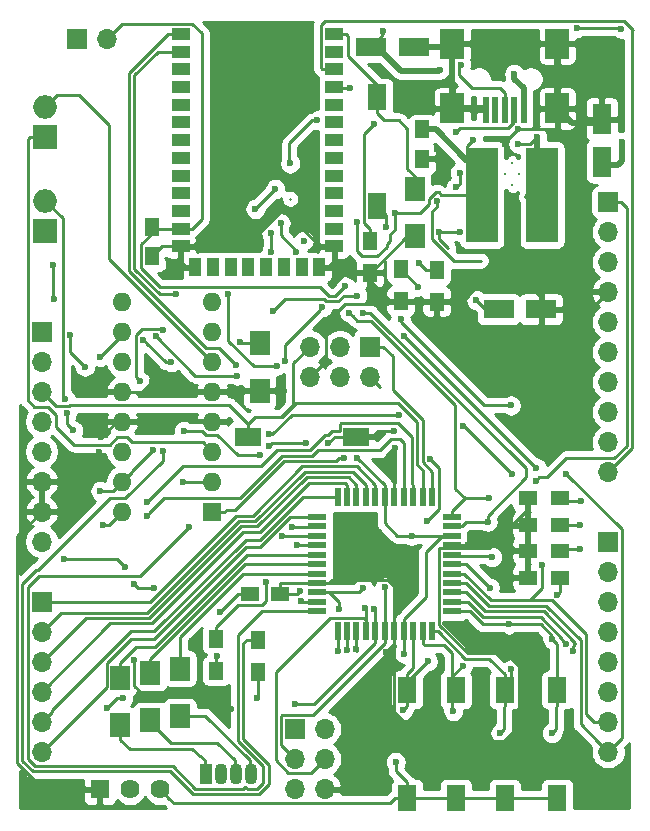
<source format=gbr>
G04 #@! TF.GenerationSoftware,KiCad,Pcbnew,(5.1.5)-3*
G04 #@! TF.CreationDate,2023-05-21T11:01:34-04:00*
G04 #@! TF.ProjectId,In_Board_Gnia,496e5f42-6f61-4726-945f-476e69612e6b,rev?*
G04 #@! TF.SameCoordinates,Original*
G04 #@! TF.FileFunction,Copper,L1,Top*
G04 #@! TF.FilePolarity,Positive*
%FSLAX46Y46*%
G04 Gerber Fmt 4.6, Leading zero omitted, Abs format (unit mm)*
G04 Created by KiCad (PCBNEW (5.1.5)-3) date 2023-05-21 11:01:34*
%MOMM*%
%LPD*%
G04 APERTURE LIST*
%ADD10R,1.700000X1.700000*%
%ADD11O,1.700000X1.700000*%
%ADD12R,1.600000X2.600000*%
%ADD13R,2.600000X1.600000*%
%ADD14R,1.500000X1.250000*%
%ADD15R,1.250000X1.500000*%
%ADD16R,1.500000X1.300000*%
%ADD17R,1.070000X1.800000*%
%ADD18O,1.070000X1.800000*%
%ADD19R,1.300000X1.500000*%
%ADD20R,0.500000X2.300000*%
%ADD21R,2.000000X2.500000*%
%ADD22O,1.998980X1.998980*%
%ADD23R,1.998980X1.998980*%
%ADD24R,2.700000X8.000000*%
%ADD25R,1.700000X2.000000*%
%ADD26R,1.620000X1.620000*%
%ADD27C,1.620000*%
%ADD28R,1.600000X2.180000*%
%ADD29R,2.180000X1.600000*%
%ADD30C,0.200000*%
%ADD31R,1.600000X1.600000*%
%ADD32O,1.600000X1.600000*%
%ADD33R,1.500000X0.550000*%
%ADD34R,0.550000X1.500000*%
%ADD35R,1.500000X1.000000*%
%ADD36R,1.000000X1.500000*%
%ADD37C,0.600000*%
%ADD38C,0.254000*%
%ADD39C,0.508000*%
G04 APERTURE END LIST*
D10*
X80500000Y-99710000D03*
D11*
X80500000Y-102250000D03*
X80500000Y-104790000D03*
X80500000Y-107330000D03*
X80500000Y-109870000D03*
X80500000Y-112410000D03*
X80500000Y-114950000D03*
X80500000Y-117490000D03*
D12*
X79971900Y-67522500D03*
X79971900Y-63922500D03*
D13*
X60430000Y-57785000D03*
X64030000Y-57785000D03*
X71225000Y-80010000D03*
X74825000Y-80010000D03*
D14*
X50185000Y-104140000D03*
X52685000Y-104140000D03*
D15*
X41910000Y-73045000D03*
X41910000Y-75545000D03*
D16*
X73707000Y-102743000D03*
X76407000Y-102743000D03*
X73707000Y-100457000D03*
X76407000Y-100457000D03*
X73707000Y-98298000D03*
X76407000Y-98298000D03*
X73707000Y-96012000D03*
X76407000Y-96012000D03*
D17*
X46456600Y-119354600D03*
D18*
X47726600Y-119354600D03*
X48996600Y-119354600D03*
X50266600Y-119354600D03*
D19*
X65989200Y-79378800D03*
X65989200Y-76678800D03*
X62941200Y-79328000D03*
X62941200Y-76628000D03*
X50825400Y-107997000D03*
X50825400Y-110697000D03*
X47345600Y-107920800D03*
X47345600Y-110620800D03*
X60325000Y-76915000D03*
X60325000Y-74215000D03*
D10*
X80500000Y-70940000D03*
D11*
X80500000Y-73480000D03*
X80500000Y-76020000D03*
X80500000Y-78560000D03*
X80500000Y-81100000D03*
X80500000Y-83640000D03*
X80500000Y-86180000D03*
X80500000Y-88720000D03*
X80500000Y-91260000D03*
X80500000Y-93800000D03*
D10*
X32540000Y-81910000D03*
D11*
X32540000Y-84450000D03*
X32540000Y-86990000D03*
X32540000Y-89530000D03*
X32540000Y-92070000D03*
X32540000Y-94610000D03*
X32540000Y-97150000D03*
X32540000Y-99690000D03*
D20*
X73355000Y-63125000D03*
X72555000Y-63125000D03*
X71755000Y-63125000D03*
X70955000Y-63125000D03*
X70155000Y-63125000D03*
D21*
X76205000Y-63025000D03*
X76205000Y-57525000D03*
X67305000Y-63025000D03*
X67305000Y-57525000D03*
D10*
X32540000Y-104800000D03*
D11*
X32540000Y-107340000D03*
X32540000Y-109880000D03*
X32540000Y-112420000D03*
X32540000Y-114960000D03*
X32540000Y-117500000D03*
D22*
X32842200Y-62865000D03*
D23*
X32842200Y-65405000D03*
D22*
X32842200Y-70827900D03*
D23*
X32842200Y-73367900D03*
D10*
X60325000Y-83185000D03*
D11*
X60325000Y-85725000D03*
X57785000Y-83185000D03*
X57785000Y-85725000D03*
X55245000Y-83185000D03*
X55245000Y-85725000D03*
D10*
X53975000Y-115570000D03*
D11*
X56515000Y-115570000D03*
X53975000Y-118110000D03*
X56515000Y-118110000D03*
X53975000Y-120650000D03*
X56515000Y-120650000D03*
D10*
X35560000Y-57150000D03*
D11*
X38100000Y-57150000D03*
D24*
X74914600Y-70345300D03*
X69814600Y-70345300D03*
D25*
X39217600Y-115212880D03*
X39217600Y-111212880D03*
X41752520Y-114821720D03*
X41752520Y-110821720D03*
X44256960Y-114440720D03*
X44256960Y-110440720D03*
X51015900Y-86906100D03*
X51015900Y-82906100D03*
X64135000Y-69850000D03*
X64135000Y-73850000D03*
D26*
X37465000Y-120650000D03*
D27*
X40005000Y-120650000D03*
X42545000Y-120650000D03*
D28*
X63500000Y-112250000D03*
X63500000Y-121430000D03*
X67614800Y-112250000D03*
X67614800Y-121430000D03*
X71755000Y-112250000D03*
X71755000Y-121430000D03*
X76200000Y-112250000D03*
X76200000Y-121430000D03*
D29*
X59200000Y-90805000D03*
X50020000Y-90805000D03*
D28*
X60960000Y-62085000D03*
X60960000Y-71265000D03*
D30*
X72390000Y-69530000D03*
X72390000Y-67630000D03*
X72965000Y-68580000D03*
X71815000Y-68580000D03*
D31*
X46990000Y-97155000D03*
D32*
X39370000Y-79375000D03*
X46990000Y-94615000D03*
X39370000Y-81915000D03*
X46990000Y-92075000D03*
X39370000Y-84455000D03*
X46990000Y-89535000D03*
X39370000Y-86995000D03*
X46990000Y-86995000D03*
X39370000Y-89535000D03*
X46990000Y-84455000D03*
X39370000Y-92075000D03*
X46990000Y-81915000D03*
X39370000Y-94615000D03*
X46990000Y-79375000D03*
X39370000Y-97155000D03*
D33*
X55895000Y-97600000D03*
X55895000Y-98400000D03*
X55895000Y-99200000D03*
X55895000Y-100000000D03*
X55895000Y-100800000D03*
X55895000Y-101600000D03*
X55895000Y-102400000D03*
X55895000Y-103200000D03*
X55895000Y-104000000D03*
X55895000Y-104800000D03*
X55895000Y-105600000D03*
D34*
X57595000Y-107300000D03*
X58395000Y-107300000D03*
X59195000Y-107300000D03*
X59995000Y-107300000D03*
X60795000Y-107300000D03*
X61595000Y-107300000D03*
X62395000Y-107300000D03*
X63195000Y-107300000D03*
X63995000Y-107300000D03*
X64795000Y-107300000D03*
X65595000Y-107300000D03*
D33*
X67295000Y-105600000D03*
X67295000Y-104800000D03*
X67295000Y-104000000D03*
X67295000Y-103200000D03*
X67295000Y-102400000D03*
X67295000Y-101600000D03*
X67295000Y-100800000D03*
X67295000Y-100000000D03*
X67295000Y-99200000D03*
X67295000Y-98400000D03*
X67295000Y-97600000D03*
D34*
X65595000Y-95900000D03*
X64795000Y-95900000D03*
X63995000Y-95900000D03*
X63195000Y-95900000D03*
X62395000Y-95900000D03*
X61595000Y-95900000D03*
X60795000Y-95900000D03*
X59995000Y-95900000D03*
X59195000Y-95900000D03*
X58395000Y-95900000D03*
X57595000Y-95900000D03*
D35*
X57300000Y-56700000D03*
X57300000Y-58200000D03*
X57300000Y-59700000D03*
X57300000Y-61200000D03*
X57300000Y-62700000D03*
X57300000Y-64200000D03*
X57300000Y-65700000D03*
X57300000Y-67200000D03*
X57300000Y-68700000D03*
X57300000Y-70200000D03*
X57300000Y-71700000D03*
X57300000Y-73200000D03*
X57300000Y-74700000D03*
D36*
X45550000Y-76450000D03*
D35*
X44300000Y-74700000D03*
X44300000Y-73200000D03*
X44300000Y-71700000D03*
X44300000Y-70200000D03*
X44300000Y-68700000D03*
X44300000Y-67200000D03*
X44300000Y-65700000D03*
X44300000Y-64200000D03*
X44300000Y-62700000D03*
X44300000Y-61200000D03*
X44300000Y-59700000D03*
X44300000Y-58200000D03*
X44300000Y-56700000D03*
D36*
X47050000Y-76450000D03*
X48550000Y-76450000D03*
X50050000Y-76450000D03*
X51550000Y-76450000D03*
X53050000Y-76450000D03*
X54550000Y-76450000D03*
X56050000Y-76450000D03*
D15*
X64770000Y-64790000D03*
X64770000Y-67290000D03*
D37*
X63233300Y-109169200D03*
X59283600Y-92583961D03*
X62522100Y-118364000D03*
X59791600Y-103619300D03*
X63868000Y-99200000D03*
X57708800Y-105384600D03*
X69335900Y-79241400D03*
X65239900Y-109829600D03*
X63169800Y-113957100D03*
X68199446Y-110186026D03*
X67398900Y-114058700D03*
X62484000Y-71869300D03*
X81648300Y-65849500D03*
X69075300Y-65725700D03*
X54742995Y-74209807D03*
X59205999Y-72605900D03*
X36207700Y-84874100D03*
X37706300Y-98310700D03*
X33515300Y-76288900D03*
X51765200Y-91605100D03*
X54940200Y-91346400D03*
X47663100Y-105651300D03*
X42033894Y-103616194D03*
X40339100Y-103267600D03*
X33561390Y-79146400D03*
X34955110Y-82227600D03*
X72466200Y-75006200D03*
X65160000Y-62992000D03*
X66009394Y-66441194D03*
X52959000Y-71539100D03*
X61722000Y-109067600D03*
X41922700Y-86144100D03*
X68606922Y-100012500D03*
X57277000Y-77889100D03*
X53043999Y-86906100D03*
X56819800Y-91329961D03*
X62389886Y-90301710D03*
X62475975Y-91778225D03*
X37414200Y-92105110D03*
X37579300Y-90851100D03*
X54430431Y-103902214D03*
X40347896Y-109715296D03*
X48546399Y-113842800D03*
X72901258Y-64765659D03*
X71793100Y-66014600D03*
X71379080Y-115911880D03*
X72312656Y-110514256D03*
X75788394Y-107955206D03*
X75747880Y-115896640D03*
X72113790Y-106710099D03*
X66255900Y-59753500D03*
X66179700Y-73444100D03*
X67943000Y-68453000D03*
X67627500Y-69707000D03*
X67932300Y-73469500D03*
X61480700Y-56464200D03*
X72555100Y-60083700D03*
X77851000Y-56227600D03*
X81626394Y-56274906D03*
X76178353Y-104199160D03*
X78130400Y-100342700D03*
X78130400Y-98272600D03*
X78206600Y-96227900D03*
X74503414Y-65437886D03*
X72898000Y-66019660D03*
X64492100Y-76085700D03*
X64439800Y-78117700D03*
X53150644Y-84392644D03*
X42796223Y-91988000D03*
X44589700Y-90320999D03*
X56313260Y-79872870D03*
X51015900Y-92392500D03*
X50812700Y-112915801D03*
X51523900Y-103098600D03*
X62928104Y-80848596D03*
X72267678Y-88168078D03*
X47358300Y-109351801D03*
X60655200Y-64325500D03*
X70675500Y-101003100D03*
X74383900Y-94551500D03*
X70485000Y-103593900D03*
X54140100Y-100012500D03*
X61595000Y-103568502D03*
X53962300Y-113461800D03*
X60706000Y-105435400D03*
X59913429Y-105326616D03*
X59200451Y-108792563D03*
X58406236Y-108888604D03*
X57607200Y-108927900D03*
X67652900Y-64998600D03*
X68059000Y-59309000D03*
X68059000Y-59309000D03*
X76934753Y-108346631D03*
X77544690Y-108940600D03*
X52171600Y-80162400D03*
X63213325Y-82265175D03*
X74409300Y-93421200D03*
X74879200Y-101688900D03*
X59254935Y-78866583D03*
X52451000Y-84810600D03*
X51762125Y-90624125D03*
X76974700Y-93941900D03*
X48348900Y-78770110D03*
X72364600Y-93954600D03*
X68191086Y-89913486D03*
X62783552Y-88944434D03*
X34544000Y-87591900D03*
X44526200Y-94665800D03*
X39446200Y-112903000D03*
X38069900Y-113743764D03*
X40868600Y-86131400D03*
X42780989Y-81757461D03*
X58132600Y-92625970D03*
X37477700Y-84061300D03*
X49369755Y-82811845D03*
X43524044Y-84517356D03*
X41160700Y-82588100D03*
X41998900Y-91922600D03*
X37515901Y-95414999D03*
X70319900Y-98018600D03*
X48971200Y-84734400D03*
X59715400Y-80306810D03*
X43916600Y-78770110D03*
X58576797Y-80306810D03*
X70421500Y-96012000D03*
X66054743Y-70874384D03*
X53746400Y-98488500D03*
X52933600Y-99237800D03*
X65166202Y-97942400D03*
X54494885Y-104699615D03*
X65418836Y-92685736D03*
X45046900Y-98450400D03*
X55892700Y-64033400D03*
X53586000Y-67678300D03*
X41503600Y-96304100D03*
X41427400Y-97510600D03*
X51981100Y-75184000D03*
X51981100Y-73528290D03*
X52769362Y-72732900D03*
X54102000Y-75184000D03*
X58623200Y-61264800D03*
X52332000Y-69832749D03*
X50634900Y-71526400D03*
X42189400Y-82296000D03*
X49106599Y-85644499D03*
X39598600Y-101841300D03*
X34404300Y-101206300D03*
X35224741Y-90271971D03*
X34667060Y-88845912D03*
X61709300Y-73075800D03*
X58221347Y-78085481D03*
D38*
X53568600Y-70658100D02*
X53586000Y-70675500D01*
X61174999Y-86574999D02*
X60325000Y-85725000D01*
X63195000Y-108304000D02*
X63233300Y-108342300D01*
X63195000Y-107300000D02*
X63195000Y-108304000D01*
X63233300Y-108342300D02*
X63233300Y-109169200D01*
X61595000Y-95900000D02*
X61595000Y-94895361D01*
X61595000Y-94895361D02*
X59283600Y-92583961D01*
X63195000Y-107300000D02*
X63195000Y-106296000D01*
X63258802Y-106232198D02*
X65087500Y-104403500D01*
X66481398Y-99200000D02*
X67295000Y-99200000D01*
X65087500Y-100593898D02*
X66481398Y-99200000D01*
X65087500Y-104403500D02*
X65087500Y-100593898D01*
X75146000Y-121430000D02*
X71755000Y-121430000D01*
X76200000Y-121430000D02*
X75146000Y-121430000D01*
X70701000Y-121430000D02*
X67310000Y-121430000D01*
X71755000Y-121430000D02*
X70701000Y-121430000D01*
X66256000Y-121430000D02*
X63500000Y-121430000D01*
X67310000Y-121430000D02*
X66256000Y-121430000D01*
X63500000Y-120086000D02*
X62522100Y-119108100D01*
X63500000Y-121430000D02*
X63500000Y-120086000D01*
X62522100Y-119108100D02*
X62522100Y-118364000D01*
X43354999Y-121459999D02*
X42545000Y-120650000D01*
X43722001Y-121827001D02*
X43354999Y-121459999D01*
X62048999Y-121827001D02*
X43722001Y-121827001D01*
X62446000Y-121430000D02*
X62048999Y-121827001D01*
X63500000Y-121430000D02*
X62446000Y-121430000D01*
X66291000Y-99200000D02*
X67295000Y-99200000D01*
X61595000Y-95900000D02*
X61595000Y-98158300D01*
X61595000Y-98158300D02*
X62636700Y-99200000D01*
X55895000Y-104000000D02*
X59410900Y-104000000D01*
X59410900Y-104000000D02*
X59791600Y-103619300D01*
X63868000Y-99200000D02*
X66291000Y-99200000D01*
X62636700Y-99200000D02*
X63868000Y-99200000D01*
X56899000Y-104000000D02*
X55895000Y-104000000D01*
X57708800Y-104809800D02*
X56899000Y-104000000D01*
X57708800Y-105384600D02*
X57708800Y-104809800D01*
X70104500Y-80010000D02*
X69335900Y-79241400D01*
X71225000Y-80010000D02*
X70104500Y-80010000D01*
X63500000Y-111569500D02*
X63500000Y-112250000D01*
X65239900Y-109829600D02*
X63500000Y-111569500D01*
X63500000Y-110906000D02*
X63500000Y-112250000D01*
X63995000Y-107300000D02*
X63995000Y-110411000D01*
X63995000Y-110411000D02*
X63500000Y-110906000D01*
X63500000Y-112250000D02*
X63500000Y-113626900D01*
X63500000Y-113626900D02*
X63169800Y-113957100D01*
X64936300Y-108445300D02*
X66627234Y-108445300D01*
X64795000Y-107300000D02*
X64795000Y-108304000D01*
X64795000Y-108304000D02*
X64936300Y-108445300D01*
X67310000Y-109128066D02*
X67310000Y-112250000D01*
X66627234Y-108445300D02*
X67310000Y-109128066D01*
X67310000Y-111075472D02*
X68199446Y-110186026D01*
X67310000Y-112250000D02*
X67310000Y-111075472D01*
X67310000Y-112250000D02*
X67310000Y-113969800D01*
X67310000Y-113969800D02*
X67398900Y-114058700D01*
D39*
X65903000Y-64790000D02*
X68570000Y-67457000D01*
X64770000Y-64790000D02*
X65903000Y-64790000D01*
D38*
X68570000Y-70485000D02*
X68570000Y-67457000D01*
X69654800Y-69400200D02*
X68570000Y-70485000D01*
X69654800Y-66903600D02*
X69654800Y-69400200D01*
D39*
X81318000Y-67840000D02*
X81648300Y-67509700D01*
X80010000Y-67840000D02*
X81318000Y-67840000D01*
X81648300Y-67509700D02*
X81648300Y-65849500D01*
D38*
X68570000Y-66231000D02*
X69075300Y-65725700D01*
X68570000Y-70485000D02*
X68570000Y-66231000D01*
X62010261Y-73702801D02*
X62010261Y-74228673D01*
X62484000Y-71869300D02*
X62484000Y-73229062D01*
X62484000Y-73229062D02*
X62010261Y-73702801D01*
X62010261Y-74228673D02*
X61775817Y-74463117D01*
X61775817Y-74463117D02*
X61775817Y-74711083D01*
X61775817Y-74711083D02*
X60947300Y-75539600D01*
X60947300Y-75539600D02*
X59994800Y-75539600D01*
X59205999Y-75084601D02*
X59205999Y-72605900D01*
X59994800Y-75539600D02*
X59660998Y-75539600D01*
X59660998Y-75539600D02*
X59205999Y-75084601D01*
X38214300Y-98310700D02*
X39370000Y-97155000D01*
X37706300Y-98310700D02*
X38214300Y-98310700D01*
X54898901Y-91305101D02*
X54940200Y-91346400D01*
X51765200Y-91605100D02*
X52065199Y-91305101D01*
X52065199Y-91305101D02*
X54898901Y-91305101D01*
X50185000Y-104140000D02*
X49174400Y-104140000D01*
X49174400Y-104140000D02*
X47663100Y-105651300D01*
X40687694Y-103616194D02*
X40339100Y-103267600D01*
X42033894Y-103616194D02*
X40687694Y-103616194D01*
X68570000Y-68780500D02*
X68570000Y-67457000D01*
X69814600Y-70025100D02*
X68570000Y-68780500D01*
X69814600Y-70345300D02*
X69814600Y-70025100D01*
X69814600Y-70345300D02*
X68709700Y-70345300D01*
X33515300Y-79100310D02*
X33561390Y-79146400D01*
X34955110Y-82651864D02*
X34955110Y-82227600D01*
X33515300Y-76288900D02*
X33515300Y-79100310D01*
X36207700Y-84874100D02*
X34955110Y-83621510D01*
X34955110Y-83621510D02*
X34955110Y-82651864D01*
X68210600Y-70345300D02*
X69814600Y-70345300D01*
X65312001Y-70717699D02*
X65917701Y-70111999D01*
X66163161Y-70111999D02*
X66396462Y-70345300D01*
X62484000Y-71869300D02*
X64554302Y-71869300D01*
X66396462Y-70345300D02*
X68210600Y-70345300D01*
X65312001Y-71111601D02*
X65312001Y-70717699D01*
X65917701Y-70111999D02*
X66163161Y-70111999D01*
X64554302Y-71869300D02*
X65312001Y-71111601D01*
D39*
X76205000Y-57525000D02*
X67305000Y-57525000D01*
X67305000Y-61267000D02*
X67305000Y-57525000D01*
X67305000Y-63025000D02*
X67305000Y-61267000D01*
X76205000Y-61267000D02*
X76205000Y-57525000D01*
X76205000Y-63025000D02*
X76205000Y-61267000D01*
X70055000Y-63025000D02*
X70155000Y-63125000D01*
X67305000Y-63025000D02*
X70055000Y-63025000D01*
X77420000Y-64240000D02*
X76205000Y-63025000D01*
X80010000Y-64240000D02*
X77420000Y-64240000D01*
X67045000Y-57785000D02*
X67305000Y-57525000D01*
X64030000Y-57785000D02*
X67045000Y-57785000D01*
D38*
X60325000Y-77615800D02*
X60325000Y-76915000D01*
X62037200Y-79328000D02*
X60325000Y-77615800D01*
X62992000Y-79378800D02*
X62941200Y-79328000D01*
X65989200Y-79378800D02*
X62992000Y-79378800D01*
X74825000Y-78956000D02*
X72466200Y-76597200D01*
X74825000Y-80010000D02*
X74825000Y-78956000D01*
X72466200Y-76597200D02*
X72466200Y-75006200D01*
X65193000Y-63025000D02*
X65160000Y-62992000D01*
X67305000Y-63025000D02*
X65193000Y-63025000D01*
X65649000Y-67290000D02*
X66027300Y-66911700D01*
X64770000Y-67290000D02*
X65649000Y-67290000D01*
X66027300Y-66911700D02*
X66027300Y-66459100D01*
X66027300Y-66459100D02*
X66009394Y-66441194D01*
X68093600Y-79378800D02*
X72466200Y-75006200D01*
X65989200Y-79378800D02*
X68093600Y-79378800D01*
X53258999Y-71839099D02*
X52959000Y-71539100D01*
X57300000Y-74700000D02*
X56119900Y-74700000D01*
X56119900Y-74700000D02*
X53258999Y-71839099D01*
X57300000Y-75954000D02*
X57300000Y-75454000D01*
X56804000Y-76450000D02*
X57300000Y-75954000D01*
X56050000Y-76450000D02*
X56804000Y-76450000D01*
X44300000Y-75454000D02*
X44300000Y-74700000D01*
X44300000Y-75954000D02*
X44300000Y-75454000D01*
X44796000Y-76450000D02*
X44300000Y-75954000D01*
X45550000Y-76450000D02*
X44796000Y-76450000D01*
X42755000Y-74700000D02*
X41910000Y-75545000D01*
X44300000Y-74700000D02*
X42755000Y-74700000D01*
X45304000Y-74700000D02*
X45707300Y-74296700D01*
X44300000Y-74700000D02*
X45304000Y-74700000D01*
X50201400Y-74296700D02*
X52959000Y-71539100D01*
X45707300Y-74296700D02*
X50201400Y-74296700D01*
X62395000Y-107300000D02*
X62395000Y-108394600D01*
X62395000Y-108394600D02*
X61722000Y-109067600D01*
X73707000Y-96012000D02*
X73707000Y-98298000D01*
X73707000Y-98298000D02*
X73707000Y-100457000D01*
X73707000Y-100457000D02*
X73707000Y-102743000D01*
X62037200Y-79328000D02*
X62941200Y-79328000D01*
X47078900Y-86906100D02*
X46990000Y-86995000D01*
X51015900Y-86906100D02*
X47078900Y-86906100D01*
X45858630Y-86995000D02*
X39370000Y-86995000D01*
X46990000Y-86995000D02*
X45858630Y-86995000D01*
X39370000Y-86995000D02*
X41071800Y-86995000D01*
X41071800Y-86995000D02*
X41922700Y-86144100D01*
X79050000Y-80010000D02*
X80500000Y-78560000D01*
X74825000Y-80010000D02*
X79050000Y-80010000D01*
X52685000Y-103261000D02*
X52685000Y-104140000D01*
X52746000Y-103200000D02*
X52685000Y-103261000D01*
X55895000Y-103200000D02*
X52746000Y-103200000D01*
X62395000Y-106296000D02*
X62395000Y-107300000D01*
X62395000Y-103440540D02*
X62395000Y-106296000D01*
X61895961Y-102941501D02*
X62395000Y-103440540D01*
X57157499Y-102941501D02*
X61895961Y-102941501D01*
X56899000Y-103200000D02*
X57157499Y-102941501D01*
X55895000Y-103200000D02*
X56899000Y-103200000D01*
X68594422Y-100000000D02*
X68606922Y-100012500D01*
X72258500Y-100012500D02*
X69031186Y-100012500D01*
X73707000Y-100457000D02*
X72703000Y-100457000D01*
X69031186Y-100012500D02*
X68606922Y-100012500D01*
X67295000Y-100000000D02*
X68594422Y-100000000D01*
X72703000Y-100457000D02*
X72258500Y-100012500D01*
X61799700Y-79565500D02*
X62037200Y-79328000D01*
X58200914Y-79565500D02*
X61799700Y-79565500D01*
X56607999Y-81158415D02*
X58200914Y-79565500D01*
X55245000Y-85725000D02*
X56607999Y-84362001D01*
X56607999Y-84362001D02*
X56607999Y-81158415D01*
X63462400Y-73850000D02*
X64135000Y-73850000D01*
X60325000Y-76915000D02*
X60397400Y-76915000D01*
X60397400Y-76915000D02*
X63462400Y-73850000D01*
X57300000Y-74700000D02*
X57300000Y-75454000D01*
X57277000Y-75477000D02*
X57277000Y-77464836D01*
X57277000Y-77464836D02*
X57277000Y-77889100D01*
X60325000Y-76915000D02*
X58251100Y-76915000D01*
X58251100Y-76915000D02*
X57277000Y-77889100D01*
X57300000Y-75454000D02*
X57277000Y-75477000D01*
X51015900Y-86906100D02*
X53043999Y-86906100D01*
X36401000Y-120650000D02*
X37465000Y-120650000D01*
X32663903Y-120650000D02*
X36401000Y-120650000D01*
X30454978Y-99235022D02*
X30454978Y-118441075D01*
X30454978Y-118441075D02*
X32663903Y-120650000D01*
X32540000Y-97150000D02*
X30454978Y-99235022D01*
X59200000Y-90805000D02*
X57344761Y-90805000D01*
X57344761Y-90805000D02*
X56819800Y-91329961D01*
X60544000Y-90805000D02*
X61047290Y-90301710D01*
X61965622Y-90301710D02*
X62389886Y-90301710D01*
X59200000Y-90805000D02*
X60544000Y-90805000D01*
X61047290Y-90301710D02*
X61965622Y-90301710D01*
X62395000Y-95900000D02*
X62395000Y-91859200D01*
X62395000Y-91859200D02*
X62475975Y-91778225D01*
X37114201Y-92405109D02*
X37414200Y-92105110D01*
X32540000Y-94610000D02*
X34909310Y-94610000D01*
X34909310Y-94610000D02*
X37114201Y-92405109D01*
X38895400Y-89535000D02*
X37579300Y-90851100D01*
X39370000Y-89535000D02*
X38895400Y-89535000D01*
X54192645Y-104140000D02*
X54430431Y-103902214D01*
X52685000Y-104140000D02*
X54192645Y-104140000D01*
X40394601Y-111902403D02*
X41382498Y-112890300D01*
X40347896Y-109715296D02*
X40394601Y-109762001D01*
X40394601Y-109762001D02*
X40394601Y-111902403D01*
X41382498Y-112890300D02*
X47593899Y-112890300D01*
X47593899Y-112890300D02*
X48546399Y-113842800D01*
X62372999Y-114088261D02*
X62372999Y-108326001D01*
X64823619Y-116538881D02*
X62372999Y-114088261D01*
X71680041Y-116538881D02*
X64823619Y-116538881D01*
X62395000Y-108304000D02*
X62395000Y-107300000D01*
X72939657Y-115279265D02*
X71680041Y-116538881D01*
X66217999Y-106751933D02*
X68613056Y-109146990D01*
X68613056Y-109146990D02*
X71873352Y-109146990D01*
X66217999Y-100263399D02*
X66217999Y-106751933D01*
X66283399Y-100197999D02*
X66217999Y-100263399D01*
X72939657Y-110213295D02*
X72939657Y-115279265D01*
X70425001Y-100197999D02*
X66283399Y-100197999D01*
X73707000Y-96916000D02*
X70425001Y-100197999D01*
X62372999Y-108326001D02*
X62395000Y-108304000D01*
X71873352Y-109146990D02*
X72939657Y-110213295D01*
X73707000Y-96012000D02*
X73707000Y-96916000D01*
X76205000Y-63025000D02*
X76205000Y-64529000D01*
X73325522Y-64765659D02*
X72901258Y-64765659D01*
X75968341Y-64765659D02*
X73325522Y-64765659D01*
X71793100Y-65873817D02*
X71793100Y-66014600D01*
X72901258Y-64765659D02*
X71793100Y-65873817D01*
X76205000Y-64529000D02*
X75968341Y-64765659D01*
X66124000Y-107300000D02*
X68425000Y-109601000D01*
X65595000Y-107300000D02*
X66124000Y-107300000D01*
X71755000Y-110906000D02*
X71755000Y-112250000D01*
X70450000Y-109601000D02*
X71755000Y-110906000D01*
X68425000Y-109601000D02*
X70450000Y-109601000D01*
X71755000Y-113594000D02*
X71691500Y-113657500D01*
X71755000Y-112250000D02*
X71755000Y-113594000D01*
X71691500Y-113657500D02*
X71691500Y-115599460D01*
X71691500Y-115599460D02*
X71379080Y-115911880D01*
X72312656Y-111692344D02*
X71755000Y-112250000D01*
X72312656Y-110514256D02*
X72312656Y-111692344D01*
X76200000Y-113594000D02*
X76060300Y-113733700D01*
X76200000Y-112250000D02*
X76200000Y-113594000D01*
X76060300Y-113733700D02*
X76060300Y-115584220D01*
X76060300Y-115584220D02*
X75747880Y-115896640D01*
X76200000Y-108366812D02*
X75788394Y-107955206D01*
X76200000Y-112250000D02*
X76200000Y-108366812D01*
X75788394Y-107710560D02*
X75788394Y-107955206D01*
X74787933Y-106710099D02*
X75788394Y-107710560D01*
X69905499Y-106710099D02*
X74787933Y-106710099D01*
X67295000Y-105600000D02*
X68795400Y-105600000D01*
X68795400Y-105600000D02*
X69905499Y-106710099D01*
D39*
X60930000Y-57785000D02*
X62962000Y-59817000D01*
X60430000Y-57785000D02*
X60930000Y-57785000D01*
X62962000Y-59817000D02*
X66192400Y-59817000D01*
X66192400Y-59817000D02*
X66255900Y-59753500D01*
D38*
X66179700Y-73444100D02*
X66179700Y-74033302D01*
X66179700Y-74033302D02*
X66958399Y-74812001D01*
X67943000Y-68453000D02*
X67943000Y-69391500D01*
X67943000Y-69391500D02*
X67627500Y-69707000D01*
X66205100Y-73469500D02*
X66179700Y-73444100D01*
X67932300Y-73469500D02*
X66205100Y-73469500D01*
X61480700Y-56734300D02*
X60430000Y-57785000D01*
X61480700Y-56464200D02*
X61480700Y-56734300D01*
X50617000Y-89154000D02*
X50020000Y-89751000D01*
X50020000Y-90805000D02*
X50020000Y-89751000D01*
X33389999Y-87839999D02*
X32540000Y-86990000D01*
X50020000Y-89751000D02*
X48391001Y-88122001D01*
X34941863Y-88122001D02*
X34844962Y-88218902D01*
X33768902Y-88218902D02*
X33389999Y-87839999D01*
X34844962Y-88218902D02*
X33768902Y-88218902D01*
X48391001Y-88122001D02*
X34941863Y-88122001D01*
X53822600Y-88163400D02*
X52832000Y-89154000D01*
X55245000Y-83185000D02*
X53822600Y-84607400D01*
X52832000Y-89154000D02*
X50617000Y-89154000D01*
X53822600Y-84607400D02*
X53822600Y-88163400D01*
X64795000Y-95900000D02*
X64795000Y-93631932D01*
X64795000Y-93631932D02*
X64337823Y-93174755D01*
X62706086Y-87963390D02*
X54053642Y-87963390D01*
X52863032Y-89154000D02*
X50617000Y-89154000D01*
X64337823Y-89595127D02*
X62706086Y-87963390D01*
X64337823Y-93174755D02*
X64337823Y-89595127D01*
X54053642Y-87963390D02*
X52863032Y-89154000D01*
D39*
X73355000Y-61467000D02*
X73355000Y-63125000D01*
X73355000Y-61307864D02*
X73355000Y-61467000D01*
X72555100Y-60507964D02*
X73355000Y-61307864D01*
X72555100Y-60083700D02*
X72555100Y-60507964D01*
D38*
X77851000Y-56227600D02*
X81579088Y-56227600D01*
X81579088Y-56227600D02*
X81626394Y-56274906D01*
X76407000Y-102743000D02*
X76407000Y-103970513D01*
X76407000Y-103970513D02*
X76178353Y-104199160D01*
X76521300Y-100342700D02*
X76407000Y-100457000D01*
X78130400Y-100342700D02*
X76521300Y-100342700D01*
X76407000Y-98298000D02*
X78105000Y-98298000D01*
X78105000Y-98298000D02*
X78130400Y-98272600D01*
X76622900Y-96227900D02*
X76407000Y-96012000D01*
X78206600Y-96227900D02*
X76622900Y-96227900D01*
X39217600Y-116466880D02*
X39997120Y-117246400D01*
X39217600Y-115212880D02*
X39217600Y-116466880D01*
X39997120Y-117246400D02*
X45313600Y-117246400D01*
X45313600Y-117246400D02*
X45923200Y-117856000D01*
X46355000Y-118226000D02*
X46355000Y-119380000D01*
X45985000Y-117856000D02*
X46355000Y-118226000D01*
X45923200Y-117856000D02*
X45985000Y-117856000D01*
X41752520Y-114971720D02*
X43506500Y-116725700D01*
X41752520Y-114821720D02*
X41752520Y-114971720D01*
X48895000Y-118226000D02*
X48895000Y-119380000D01*
X47394700Y-116725700D02*
X48895000Y-118226000D01*
X43506500Y-116725700D02*
X47394700Y-116725700D01*
X46379720Y-114440720D02*
X50165000Y-118226000D01*
X50165000Y-118226000D02*
X50165000Y-119380000D01*
X44256960Y-114440720D02*
X46379720Y-114440720D01*
D39*
X74503414Y-65862150D02*
X74503414Y-65437886D01*
X74503414Y-69651586D02*
X74503414Y-65862150D01*
X73670000Y-70485000D02*
X74503414Y-69651586D01*
D38*
X73921640Y-66019660D02*
X74503414Y-65437886D01*
X72898000Y-66019660D02*
X73921640Y-66019660D01*
X65085200Y-76678800D02*
X64492100Y-76085700D01*
X65989200Y-76678800D02*
X65085200Y-76678800D01*
X64430900Y-78117700D02*
X62941200Y-76628000D01*
X64439800Y-78117700D02*
X64430900Y-78117700D01*
X47398399Y-90662001D02*
X49128898Y-92392500D01*
X46449039Y-90662001D02*
X47398399Y-90662001D01*
X44589700Y-90320999D02*
X46108037Y-90320999D01*
X46108037Y-90320999D02*
X46449039Y-90662001D01*
X49128898Y-92392500D02*
X51015900Y-92392500D01*
X56013261Y-80172869D02*
X56313260Y-79872870D01*
X53150644Y-84392644D02*
X53150644Y-83035486D01*
X53150644Y-83035486D02*
X56013261Y-80172869D01*
X49921400Y-107997000D02*
X49627410Y-108290990D01*
X49627410Y-116404275D02*
X51800111Y-118576976D01*
X51800111Y-118576976D02*
X51800111Y-120241157D01*
X51800111Y-120241157D02*
X50937257Y-121104011D01*
X49789876Y-121104010D02*
X49746878Y-121061012D01*
X30908988Y-118253018D02*
X30908989Y-103317311D01*
X45370341Y-121061011D02*
X43440342Y-119131012D01*
X49746878Y-121061012D02*
X45370341Y-121061011D01*
X49627410Y-108290990D02*
X49627410Y-116404275D01*
X42796223Y-92856739D02*
X42796223Y-92412264D01*
X32194350Y-102136589D02*
X38302941Y-96027999D01*
X42796223Y-92412264D02*
X42796223Y-91988000D01*
X50937257Y-121104011D02*
X49789876Y-121104010D01*
X39624963Y-96027999D02*
X42796223Y-92856739D01*
X31786981Y-119131011D02*
X30908988Y-118253018D01*
X50825400Y-107997000D02*
X49921400Y-107997000D01*
X38302941Y-96027999D02*
X39624963Y-96027999D01*
X30908989Y-103317311D02*
X32089711Y-102136589D01*
X32089711Y-102136589D02*
X32194350Y-102136589D01*
X43440342Y-119131012D02*
X31786981Y-119131011D01*
X50825400Y-110697000D02*
X50825400Y-112903101D01*
X50825400Y-112903101D02*
X50812700Y-112915801D01*
X47345600Y-106916800D02*
X49170399Y-105092001D01*
X47345600Y-107920800D02*
X47345600Y-106916800D01*
X49170399Y-105092001D02*
X51196601Y-105092001D01*
X51196601Y-105092001D02*
X51523900Y-104764702D01*
X51523900Y-104764702D02*
X51523900Y-103098600D01*
X62928104Y-81093242D02*
X62928104Y-80848596D01*
X72267678Y-88168078D02*
X70002940Y-88168078D01*
X70002940Y-88168078D02*
X62928104Y-81093242D01*
X47345600Y-110620800D02*
X47345600Y-109364501D01*
X47345600Y-109364501D02*
X47358300Y-109351801D01*
X60325000Y-73211000D02*
X60325000Y-74215000D01*
X59832999Y-72718999D02*
X60325000Y-73211000D01*
X59832999Y-65147701D02*
X59832999Y-72718999D01*
X60655200Y-64325500D02*
X59832999Y-65147701D01*
X70624700Y-100952300D02*
X70675500Y-101003100D01*
X67295000Y-100800000D02*
X67447300Y-100952300D01*
X67447300Y-100952300D02*
X70624700Y-100952300D01*
X74683899Y-94251501D02*
X74383900Y-94551500D01*
X76972801Y-92622999D02*
X75344299Y-94251501D01*
X81604000Y-70940000D02*
X82095990Y-71431990D01*
X80500000Y-70940000D02*
X81604000Y-70940000D01*
X75344299Y-94251501D02*
X74683899Y-94251501D01*
X82095990Y-71431990D02*
X82095990Y-91561944D01*
X82095990Y-91561944D02*
X81034935Y-92622999D01*
X81034935Y-92622999D02*
X76972801Y-92622999D01*
X67295000Y-101600000D02*
X68491100Y-101600000D01*
X68491100Y-101600000D02*
X70485000Y-103593900D01*
X54891000Y-100000000D02*
X54878500Y-100012500D01*
X55895000Y-100000000D02*
X54891000Y-100000000D01*
X54878500Y-100012500D02*
X54140100Y-100012500D01*
X52797999Y-116932999D02*
X53125001Y-117260001D01*
X52797999Y-114458399D02*
X52797999Y-116932999D01*
X53125001Y-117260001D02*
X53975000Y-118110000D01*
X52863399Y-114392999D02*
X52797999Y-114458399D01*
X55506001Y-114392999D02*
X52863399Y-114392999D01*
X61595000Y-108304000D02*
X55506001Y-114392999D01*
X61595000Y-107300000D02*
X61595000Y-108304000D01*
X61595000Y-107300000D02*
X61595000Y-103568502D01*
X60795000Y-108304000D02*
X55637200Y-113461800D01*
X60795000Y-107300000D02*
X60795000Y-108304000D01*
X55637200Y-113461800D02*
X53962300Y-113461800D01*
X60795000Y-105524400D02*
X60706000Y-105435400D01*
X60795000Y-107300000D02*
X60795000Y-105524400D01*
X59995000Y-105408187D02*
X59995000Y-107300000D01*
X59913429Y-105326616D02*
X59995000Y-105408187D01*
X53410039Y-119287001D02*
X55337999Y-119287001D01*
X52343989Y-118220951D02*
X53410039Y-119287001D01*
X52343989Y-110762111D02*
X52343989Y-118220951D01*
X55665001Y-118959999D02*
X56515000Y-118110000D01*
X59995000Y-106296000D02*
X59820200Y-106121200D01*
X59995000Y-107300000D02*
X59995000Y-106296000D01*
X55337999Y-119287001D02*
X55665001Y-118959999D01*
X56972200Y-106121200D02*
X56972200Y-106133900D01*
X59820200Y-106121200D02*
X56972200Y-106121200D01*
X56972200Y-106133900D02*
X52343989Y-110762111D01*
X59195000Y-108966300D02*
X59220494Y-108991794D01*
X59195000Y-107300000D02*
X59195000Y-108787112D01*
X59195000Y-108787112D02*
X59200451Y-108792563D01*
X58395000Y-107300000D02*
X58395000Y-108877368D01*
X58395000Y-108877368D02*
X58406236Y-108888604D01*
X82550000Y-91750000D02*
X80500000Y-93800000D01*
X82550000Y-56407780D02*
X82550000Y-91750000D01*
X82597990Y-56359790D02*
X82550000Y-56407780D01*
X81838800Y-55600600D02*
X82597990Y-56359790D01*
X57300000Y-59700000D02*
X56296000Y-59700000D01*
X56222999Y-59626999D02*
X56222999Y-55938399D01*
X56296000Y-59700000D02*
X56222999Y-59626999D01*
X56222999Y-55938399D02*
X56560798Y-55600600D01*
X56560798Y-55600600D02*
X81838800Y-55600600D01*
X57595000Y-107300000D02*
X57595000Y-108915700D01*
X57595000Y-108915700D02*
X57607200Y-108927900D01*
X72555000Y-64198699D02*
X72055098Y-64698601D01*
X72555000Y-63125000D02*
X72555000Y-64198699D01*
X72055098Y-64698601D02*
X67952899Y-64698601D01*
X67952899Y-64698601D02*
X67652900Y-64998600D01*
X68960101Y-61302001D02*
X67886010Y-60227910D01*
X71336001Y-61302001D02*
X68960101Y-61302001D01*
X71755000Y-63125000D02*
X71755000Y-61721000D01*
X71755000Y-61721000D02*
X71336001Y-61302001D01*
X67886010Y-60227910D02*
X67886010Y-59481990D01*
X67886010Y-59481990D02*
X68059000Y-59309000D01*
X69920567Y-106083099D02*
X74803002Y-106083100D01*
X76634754Y-108046632D02*
X76934753Y-108346631D01*
X76634754Y-107914852D02*
X76634754Y-108046632D01*
X68637468Y-104800000D02*
X69920567Y-106083099D01*
X67295000Y-104800000D02*
X68637468Y-104800000D01*
X74803002Y-106083100D02*
X76634754Y-107914852D01*
X77717680Y-108242846D02*
X77717680Y-108343346D01*
X77544690Y-108516336D02*
X77544690Y-108940600D01*
X67295000Y-104000000D02*
X68479536Y-104000000D01*
X68479536Y-104000000D02*
X70060956Y-105581420D01*
X77717680Y-108343346D02*
X77544690Y-108516336D01*
X75056254Y-105581420D02*
X77717680Y-108242846D01*
X70060956Y-105581420D02*
X75056254Y-105581420D01*
X68299000Y-102400000D02*
X70572400Y-104673400D01*
X67295000Y-102400000D02*
X68299000Y-102400000D01*
X75768200Y-104673400D02*
X78625700Y-107530900D01*
X78625700Y-107530900D02*
X78625700Y-113550700D01*
X78625700Y-113550700D02*
X78651100Y-113576100D01*
X78651100Y-113576100D02*
X78651100Y-114274600D01*
X78651100Y-114274600D02*
X79349600Y-114973100D01*
X80476900Y-114973100D02*
X80500000Y-114950000D01*
X79349600Y-114973100D02*
X80476900Y-114973100D01*
X63213325Y-82265175D02*
X74469267Y-93521117D01*
X74469267Y-93521117D02*
X74469267Y-93481167D01*
X74469267Y-93481167D02*
X74409300Y-93421200D01*
X74879200Y-103644700D02*
X73888600Y-104635300D01*
X74879200Y-101688900D02*
X74879200Y-103644700D01*
X70572400Y-104673400D02*
X73888600Y-104635300D01*
X73888600Y-104635300D02*
X75768200Y-104673400D01*
X56483182Y-79173312D02*
X56660982Y-79351112D01*
X56660982Y-79351112D02*
X57639019Y-79351111D01*
X58123547Y-78866583D02*
X58830671Y-78866583D01*
X58830671Y-78866583D02*
X59254935Y-78866583D01*
X52171600Y-80162400D02*
X53160688Y-79173312D01*
X53160688Y-79173312D02*
X56483182Y-79173312D01*
X57639019Y-79351111D02*
X58123547Y-78866583D01*
X68456934Y-103200000D02*
X70384343Y-105127410D01*
X67295000Y-103200000D02*
X68456934Y-103200000D01*
X78171690Y-115161690D02*
X79650001Y-116640001D01*
X79650001Y-116640001D02*
X80500000Y-117490000D01*
X75244310Y-105127410D02*
X78171690Y-108054790D01*
X78171690Y-108054790D02*
X78171690Y-115161690D01*
X70384343Y-105127410D02*
X75244310Y-105127410D01*
X81677001Y-116312999D02*
X81677001Y-98644201D01*
X80500000Y-117490000D02*
X81677001Y-116312999D01*
X81677001Y-98644201D02*
X76974700Y-93941900D01*
X48348900Y-82677702D02*
X48348900Y-79194374D01*
X52451000Y-84810600D02*
X50481798Y-84810600D01*
X48348900Y-79194374D02*
X48348900Y-78770110D01*
X50481798Y-84810600D02*
X48348900Y-82677702D01*
X72364600Y-93954600D02*
X68323486Y-89913486D01*
X68323486Y-89913486D02*
X68191086Y-89913486D01*
X62359288Y-88944434D02*
X62783552Y-88944434D01*
X53714666Y-88944434D02*
X62359288Y-88944434D01*
X52034975Y-90624125D02*
X53714666Y-88944434D01*
X51762125Y-90624125D02*
X52034975Y-90624125D01*
X32540000Y-104800000D02*
X41736801Y-104800000D01*
X54611067Y-93335433D02*
X59234433Y-93335433D01*
X60795000Y-94896000D02*
X60795000Y-95900000D01*
X41736801Y-104800000D02*
X49029330Y-97507471D01*
X49029330Y-97507471D02*
X50439030Y-97507470D01*
X59234433Y-93335433D02*
X60795000Y-94896000D01*
X50439030Y-97507470D02*
X54611067Y-93335433D01*
X54799124Y-93789444D02*
X50627088Y-97961480D01*
X59995000Y-95900000D02*
X59995000Y-94896000D01*
X33389999Y-106490001D02*
X32540000Y-107340000D01*
X50627088Y-97961480D02*
X49217389Y-97961480D01*
X41470387Y-105708480D02*
X34171520Y-105708480D01*
X59995000Y-94896000D02*
X58888444Y-93789444D01*
X58888444Y-93789444D02*
X54799124Y-93789444D01*
X49217389Y-97961480D02*
X41470387Y-105708480D01*
X34171520Y-105708480D02*
X33389999Y-106490001D01*
X59195000Y-95900000D02*
X59146200Y-95900000D01*
X49405446Y-98415491D02*
X50815145Y-98415491D01*
X50815145Y-98415491D02*
X54987181Y-94243455D01*
X59195000Y-94896000D02*
X59195000Y-95900000D01*
X58542455Y-94243455D02*
X59195000Y-94896000D01*
X54987181Y-94243455D02*
X58542455Y-94243455D01*
X41658445Y-106162490D02*
X49405446Y-98415491D01*
X36257510Y-106162490D02*
X41658445Y-106162490D01*
X32540000Y-109880000D02*
X36257510Y-106162490D01*
X38343500Y-106616500D02*
X41846503Y-106616500D01*
X41846503Y-106616500D02*
X49593503Y-98869502D01*
X51003203Y-98869501D02*
X55175238Y-94697466D01*
X58395000Y-94896000D02*
X58395000Y-95900000D01*
X55175238Y-94697466D02*
X58196466Y-94697466D01*
X49593503Y-98869502D02*
X51003203Y-98869501D01*
X58196466Y-94697466D02*
X58395000Y-94896000D01*
X32540000Y-112420000D02*
X38343500Y-106616500D01*
X33389999Y-113959812D02*
X40072911Y-107276900D01*
X32540000Y-114960000D02*
X33389999Y-114110001D01*
X33389999Y-114110001D02*
X33389999Y-113959812D01*
X49828133Y-99542201D02*
X50996533Y-99542201D01*
X40072911Y-107276900D02*
X42093434Y-107276900D01*
X42093434Y-107276900D02*
X49828133Y-99542201D01*
X54638734Y-95900000D02*
X57595000Y-95900000D01*
X50996533Y-99542201D02*
X54638734Y-95900000D01*
X53580800Y-97600000D02*
X55895000Y-97600000D01*
X50990500Y-100190300D02*
X53580800Y-97600000D01*
X38040599Y-111999401D02*
X38040599Y-109951279D01*
X38040599Y-109951279D02*
X40067278Y-107924600D01*
X49822100Y-100190300D02*
X50990500Y-100190300D01*
X42087800Y-107924600D02*
X49822100Y-100190300D01*
X32540000Y-117500000D02*
X38040599Y-111999401D01*
X40067278Y-107924600D02*
X42087800Y-107924600D01*
X46930198Y-84455000D02*
X46990000Y-84455000D01*
X38242999Y-75767801D02*
X46930198Y-84455000D01*
X38242999Y-64427837D02*
X38242999Y-75767801D01*
X33841689Y-61865511D02*
X35680673Y-61865511D01*
X35680673Y-61865511D02*
X38242999Y-64427837D01*
X32842200Y-62865000D02*
X33841689Y-61865511D01*
X46190001Y-91275001D02*
X46990000Y-92075000D01*
X38298938Y-91478100D02*
X38959338Y-90817700D01*
X35242500Y-91478100D02*
X38298938Y-91478100D01*
X46151800Y-91236800D02*
X46190001Y-91275001D01*
X33717001Y-89952601D02*
X35242500Y-91478100D01*
X32842200Y-65405000D02*
X31588710Y-65405000D01*
X40199762Y-91236800D02*
X46151800Y-91236800D01*
X38959338Y-90817700D02*
X39780662Y-90817700D01*
X33055062Y-88303100D02*
X33717001Y-88965039D01*
X31588710Y-65405000D02*
X31362999Y-65630711D01*
X31362999Y-65630711D02*
X31362999Y-87738299D01*
X31362999Y-87738299D02*
X31927800Y-88303100D01*
X31927800Y-88303100D02*
X33055062Y-88303100D01*
X39780662Y-90817700D02*
X40199762Y-91236800D01*
X33717001Y-88965039D02*
X33717001Y-89952601D01*
X34328100Y-87376000D02*
X34544000Y-87591900D01*
X32842200Y-70827900D02*
X34328100Y-72313800D01*
X34328100Y-72313800D02*
X34328100Y-87376000D01*
X65595000Y-93789864D02*
X64791834Y-92986698D01*
X62255400Y-86870636D02*
X62255400Y-84011400D01*
X64791834Y-92986698D02*
X64791834Y-89407070D01*
X64791834Y-89407070D02*
X62255400Y-86870636D01*
X62255400Y-84011400D02*
X61429000Y-83185000D01*
X61429000Y-83185000D02*
X60325000Y-83185000D01*
X65595000Y-95900000D02*
X65595000Y-93789864D01*
X46990000Y-94615000D02*
X44577000Y-94615000D01*
X44577000Y-94615000D02*
X44526200Y-94665800D01*
X39446200Y-112903000D02*
X38910664Y-112903000D01*
X38910664Y-112903000D02*
X38069900Y-113743764D01*
X42692527Y-81668999D02*
X42780989Y-81757461D01*
X41063801Y-81668999D02*
X42692527Y-81668999D01*
X40513000Y-82219800D02*
X41063801Y-81668999D01*
X40868600Y-86131400D02*
X40513000Y-85775800D01*
X40513000Y-85775800D02*
X40513000Y-82219800D01*
X57708336Y-92625970D02*
X57452884Y-92881422D01*
X48914706Y-97053460D02*
X48145540Y-97053460D01*
X48145540Y-97053460D02*
X48044000Y-97155000D01*
X48044000Y-97155000D02*
X46990000Y-97155000D01*
X58132600Y-92625970D02*
X57708336Y-92625970D01*
X57452884Y-92881422D02*
X53086746Y-92881422D01*
X53086746Y-92881422D02*
X48914706Y-97053460D01*
X39370000Y-82169000D02*
X39370000Y-81915000D01*
X37477700Y-84061300D02*
X39370000Y-82169000D01*
X51015900Y-82906100D02*
X49275500Y-82906100D01*
X49275500Y-82906100D02*
X49369755Y-82811845D01*
X43524044Y-84517356D02*
X43039156Y-84517356D01*
X43039156Y-84517356D02*
X41360652Y-82838852D01*
X41360652Y-82838852D02*
X41360652Y-82788052D01*
X41360652Y-82788052D02*
X41160700Y-82588100D01*
X40169999Y-93815001D02*
X40169999Y-93751501D01*
X39370000Y-94615000D02*
X40169999Y-93815001D01*
X40169999Y-93751501D02*
X41998900Y-91922600D01*
X38570001Y-95414999D02*
X37515901Y-95414999D01*
X39370000Y-94615000D02*
X38570001Y-95414999D01*
X39217600Y-109958880D02*
X40553380Y-108623100D01*
X39217600Y-111212880D02*
X39217600Y-109958880D01*
X54891000Y-100800000D02*
X55895000Y-100800000D01*
X49922171Y-100800000D02*
X54891000Y-100800000D01*
X42099071Y-108623100D02*
X49922171Y-100800000D01*
X40553380Y-108623100D02*
X42099071Y-108623100D01*
X54891000Y-101600000D02*
X55895000Y-101600000D01*
X49764237Y-101600000D02*
X54891000Y-101600000D01*
X41752520Y-109611717D02*
X49764237Y-101600000D01*
X41752520Y-110821720D02*
X41752520Y-109611717D01*
X44256960Y-110440720D02*
X44256960Y-107749340D01*
X49606300Y-102400000D02*
X55895000Y-102400000D01*
X44256960Y-107749340D02*
X49606300Y-102400000D01*
X46445263Y-83327999D02*
X47564799Y-83327999D01*
X39919290Y-76802026D02*
X46445263Y-83327999D01*
X44300000Y-56700000D02*
X43254633Y-56700000D01*
X39919290Y-60035343D02*
X39919290Y-76802026D01*
X43254633Y-56700000D02*
X39919290Y-60035343D01*
X47564799Y-83327999D02*
X48971200Y-84734400D01*
X70319900Y-97486064D02*
X73550402Y-94255562D01*
X60139664Y-80306810D02*
X59715400Y-80306810D01*
X73550402Y-94255562D02*
X73550402Y-93502102D01*
X73550402Y-93502102D02*
X60355110Y-80306810D01*
X70319900Y-98018600D02*
X70319900Y-97486064D01*
X60355110Y-80306810D02*
X60139664Y-80306810D01*
X68108602Y-98400000D02*
X68490002Y-98018600D01*
X67295000Y-98400000D02*
X68108602Y-98400000D01*
X68490002Y-98018600D02*
X70319900Y-98018600D01*
X67295000Y-97071000D02*
X68354000Y-96012000D01*
X67295000Y-97600000D02*
X67295000Y-97071000D01*
X43492336Y-78770110D02*
X43916600Y-78770110D01*
X40373300Y-76613969D02*
X42529441Y-78770110D01*
X40373300Y-60223400D02*
X40373300Y-76613969D01*
X42396700Y-58200000D02*
X40373300Y-60223400D01*
X44300000Y-58200000D02*
X42396700Y-58200000D01*
X42529441Y-78770110D02*
X43492336Y-78770110D01*
X59275288Y-81005301D02*
X58876796Y-80606809D01*
X68354000Y-96012000D02*
X70421500Y-96012000D01*
X68354000Y-96012000D02*
X67564084Y-95222084D01*
X58876796Y-80606809D02*
X58576797Y-80306810D01*
X67564084Y-95222084D02*
X67564084Y-88157852D01*
X67564084Y-88157852D02*
X60411533Y-81005301D01*
X60411533Y-81005301D02*
X59275288Y-81005301D01*
X66054743Y-71298648D02*
X66054743Y-70874384D01*
X65552699Y-74048368D02*
X65552699Y-71800692D01*
X69722960Y-75912709D02*
X67417040Y-75912709D01*
X65552699Y-71800692D02*
X66054743Y-71298648D01*
X67417040Y-75912709D02*
X65552699Y-74048368D01*
X55806500Y-98488500D02*
X55895000Y-98400000D01*
X53746400Y-98488500D02*
X55806500Y-98488500D01*
X55857200Y-99237800D02*
X55895000Y-99200000D01*
X52933600Y-99237800D02*
X55857200Y-99237800D01*
X54595270Y-104800000D02*
X54494885Y-104699615D01*
X55895000Y-104800000D02*
X54595270Y-104800000D01*
X65718835Y-92985735D02*
X65418836Y-92685736D01*
X65166202Y-97942400D02*
X66200299Y-96908303D01*
X66200299Y-96908303D02*
X66200299Y-93467199D01*
X66200299Y-93467199D02*
X65718835Y-92985735D01*
X44746901Y-98750399D02*
X45046900Y-98450400D01*
X32277768Y-102590600D02*
X40906700Y-102590600D01*
X31362999Y-103505369D02*
X32277768Y-102590600D01*
X31362999Y-118064961D02*
X31362999Y-103505369D01*
X31975039Y-118677001D02*
X31362999Y-118064961D01*
X51257200Y-118676133D02*
X51257200Y-120142000D01*
X51257200Y-120142000D02*
X50749200Y-120650000D01*
X40906700Y-102590600D02*
X44746901Y-98750399D01*
X49173400Y-116592333D02*
X51257200Y-118676133D01*
X43628399Y-118677001D02*
X31975039Y-118677001D01*
X49173399Y-107623599D02*
X49173400Y-116592333D01*
X50749200Y-120650000D02*
X49977934Y-120650000D01*
X51196998Y-105600000D02*
X49173399Y-107623599D01*
X49977934Y-120650000D02*
X49779367Y-120451433D01*
X49779367Y-120451433D02*
X49623799Y-120607001D01*
X55895000Y-105600000D02*
X51196998Y-105600000D01*
X49623799Y-120607001D02*
X45558399Y-120607001D01*
X45558399Y-120607001D02*
X43628399Y-118677001D01*
X55468436Y-64033400D02*
X53517800Y-65984036D01*
X55892700Y-64033400D02*
X55468436Y-64033400D01*
X53517800Y-65984036D02*
X53517800Y-67610100D01*
X53517800Y-67610100D02*
X53586000Y-67678300D01*
X60551601Y-89677999D02*
X57848399Y-89677999D01*
X57782999Y-89743399D02*
X57782999Y-90350990D01*
X51104800Y-93319600D02*
X44488100Y-93319600D01*
X57156704Y-90350990D02*
X56804734Y-90702960D01*
X57782999Y-90350990D02*
X57156704Y-90350990D01*
X56804734Y-90702960D02*
X56518839Y-90702960D01*
X56518839Y-90702960D02*
X55248399Y-91973400D01*
X41803599Y-96004101D02*
X41503600Y-96304100D01*
X52451000Y-91973400D02*
X51104800Y-93319600D01*
X55248399Y-91973400D02*
X52451000Y-91973400D01*
X63995000Y-94896000D02*
X63883814Y-94784814D01*
X62690847Y-89674709D02*
X60554891Y-89674709D01*
X57848399Y-89677999D02*
X57782999Y-89743399D01*
X63883814Y-94784814D02*
X63883814Y-90867676D01*
X60554891Y-89674709D02*
X60551601Y-89677999D01*
X63883814Y-90867676D02*
X62690847Y-89674709D01*
X63995000Y-95900000D02*
X63995000Y-94896000D01*
X44488100Y-93319600D02*
X41803599Y-96004101D01*
X42910001Y-96027999D02*
X41727399Y-97210601D01*
X52898689Y-92427411D02*
X49298101Y-96027999D01*
X55436456Y-92427411D02*
X52898689Y-92427411D01*
X55906906Y-91956961D02*
X55436456Y-92427411D01*
X63195000Y-91338200D02*
X62885799Y-91028999D01*
X49298101Y-96027999D02*
X42910001Y-96027999D01*
X62885799Y-91028999D02*
X62094039Y-91028999D01*
X63195000Y-95900000D02*
X63195000Y-91338200D01*
X41727399Y-97210601D02*
X41427400Y-97510600D01*
X62094039Y-91028999D02*
X61166077Y-91956961D01*
X61166077Y-91956961D02*
X55906906Y-91956961D01*
X51981100Y-75184000D02*
X51981100Y-73528290D01*
X52769362Y-72732900D02*
X52769362Y-73737062D01*
X52769362Y-73737062D02*
X54102000Y-75069700D01*
X54102000Y-75069700D02*
X54102000Y-75184000D01*
X58304000Y-56700000D02*
X57300000Y-56700000D01*
X58521600Y-56917600D02*
X58304000Y-56700000D01*
X58521600Y-58610500D02*
X58521600Y-56917600D01*
X60960000Y-62085000D02*
X60960000Y-61048900D01*
X60960000Y-61048900D02*
X58521600Y-58610500D01*
X64135000Y-68732400D02*
X64135000Y-69850000D01*
X60960000Y-63429000D02*
X61564400Y-64033400D01*
X61564400Y-64033400D02*
X62826900Y-64033400D01*
X60960000Y-62085000D02*
X60960000Y-63429000D01*
X63512700Y-64719200D02*
X63512700Y-68110100D01*
X63512700Y-68110100D02*
X64135000Y-68732400D01*
X62826900Y-64033400D02*
X63512700Y-64719200D01*
X57364800Y-61264800D02*
X57300000Y-61200000D01*
X58623200Y-61264800D02*
X57364800Y-61264800D01*
X52032001Y-70132748D02*
X52028552Y-70132748D01*
X52332000Y-69832749D02*
X52032001Y-70132748D01*
X52028552Y-70132748D02*
X50634900Y-71526400D01*
X45537899Y-85644499D02*
X49106599Y-85644499D01*
X42189400Y-82296000D02*
X45537899Y-85644499D01*
X39598600Y-101841300D02*
X38963600Y-101206300D01*
X38963600Y-101206300D02*
X34404300Y-101206300D01*
X34667060Y-89714290D02*
X34667060Y-88845912D01*
X35224741Y-90271971D02*
X34667060Y-89714290D01*
X42065000Y-73200000D02*
X41910000Y-73045000D01*
X44300000Y-73200000D02*
X42065000Y-73200000D01*
X61709300Y-72014300D02*
X60960000Y-71265000D01*
X61709300Y-73075800D02*
X61709300Y-72014300D01*
X45311601Y-55872999D02*
X46088300Y-56649698D01*
X38100000Y-57150000D02*
X39377001Y-55872999D01*
X39377001Y-55872999D02*
X45311601Y-55872999D01*
X45304000Y-73200000D02*
X44300000Y-73200000D01*
X46088300Y-72415700D02*
X45304000Y-73200000D01*
X46088300Y-56649698D02*
X46088300Y-72415700D01*
X57409727Y-78897101D02*
X57921348Y-78385480D01*
X56093380Y-78141442D02*
X56849039Y-78897101D01*
X40957999Y-76556601D02*
X42542840Y-78141442D01*
X42542840Y-78141442D02*
X56093380Y-78141442D01*
X44300000Y-73200000D02*
X42291398Y-73200000D01*
X42291398Y-73200000D02*
X40957999Y-74533399D01*
X40957999Y-74533399D02*
X40957999Y-76556601D01*
X56849039Y-78897101D02*
X57409727Y-78897101D01*
X57921348Y-78385480D02*
X58221347Y-78085481D01*
G36*
X31221702Y-119643362D02*
G01*
X31245559Y-119672432D01*
X31274629Y-119696289D01*
X31274630Y-119696290D01*
X31361588Y-119767656D01*
X31493965Y-119838412D01*
X31637602Y-119881984D01*
X31786981Y-119896697D01*
X31824414Y-119893010D01*
X36017239Y-119893011D01*
X36020000Y-120364250D01*
X36178750Y-120523000D01*
X37338000Y-120523000D01*
X37338000Y-120503000D01*
X37592000Y-120503000D01*
X37592000Y-120523000D01*
X37612000Y-120523000D01*
X37612000Y-120777000D01*
X37592000Y-120777000D01*
X37592000Y-121936250D01*
X37750750Y-122095000D01*
X38275000Y-122098072D01*
X38399482Y-122085812D01*
X38519180Y-122049502D01*
X38629494Y-121990537D01*
X38726185Y-121911185D01*
X38805537Y-121814494D01*
X38864502Y-121704180D01*
X38899679Y-121588218D01*
X39083866Y-121772405D01*
X39320536Y-121930543D01*
X39583509Y-122039470D01*
X39862680Y-122095000D01*
X40147320Y-122095000D01*
X40426491Y-122039470D01*
X40689464Y-121930543D01*
X40926134Y-121772405D01*
X41127405Y-121571134D01*
X41275000Y-121350243D01*
X41422595Y-121571134D01*
X41623866Y-121772405D01*
X41860536Y-121930543D01*
X42123509Y-122039470D01*
X42402680Y-122095000D01*
X42687320Y-122095000D01*
X42875032Y-122057662D01*
X43107370Y-122290000D01*
X30710000Y-122290000D01*
X30710000Y-121460000D01*
X36016928Y-121460000D01*
X36029188Y-121584482D01*
X36065498Y-121704180D01*
X36124463Y-121814494D01*
X36203815Y-121911185D01*
X36300506Y-121990537D01*
X36410820Y-122049502D01*
X36530518Y-122085812D01*
X36655000Y-122098072D01*
X37179250Y-122095000D01*
X37338000Y-121936250D01*
X37338000Y-120777000D01*
X36178750Y-120777000D01*
X36020000Y-120935750D01*
X36016928Y-121460000D01*
X30710000Y-121460000D01*
X30710000Y-119131660D01*
X31221702Y-119643362D01*
G37*
X31221702Y-119643362D02*
X31245559Y-119672432D01*
X31274629Y-119696289D01*
X31274630Y-119696290D01*
X31361588Y-119767656D01*
X31493965Y-119838412D01*
X31637602Y-119881984D01*
X31786981Y-119896697D01*
X31824414Y-119893010D01*
X36017239Y-119893011D01*
X36020000Y-120364250D01*
X36178750Y-120523000D01*
X37338000Y-120523000D01*
X37338000Y-120503000D01*
X37592000Y-120503000D01*
X37592000Y-120523000D01*
X37612000Y-120523000D01*
X37612000Y-120777000D01*
X37592000Y-120777000D01*
X37592000Y-121936250D01*
X37750750Y-122095000D01*
X38275000Y-122098072D01*
X38399482Y-122085812D01*
X38519180Y-122049502D01*
X38629494Y-121990537D01*
X38726185Y-121911185D01*
X38805537Y-121814494D01*
X38864502Y-121704180D01*
X38899679Y-121588218D01*
X39083866Y-121772405D01*
X39320536Y-121930543D01*
X39583509Y-122039470D01*
X39862680Y-122095000D01*
X40147320Y-122095000D01*
X40426491Y-122039470D01*
X40689464Y-121930543D01*
X40926134Y-121772405D01*
X41127405Y-121571134D01*
X41275000Y-121350243D01*
X41422595Y-121571134D01*
X41623866Y-121772405D01*
X41860536Y-121930543D01*
X42123509Y-122039470D01*
X42402680Y-122095000D01*
X42687320Y-122095000D01*
X42875032Y-122057662D01*
X43107370Y-122290000D01*
X30710000Y-122290000D01*
X30710000Y-121460000D01*
X36016928Y-121460000D01*
X36029188Y-121584482D01*
X36065498Y-121704180D01*
X36124463Y-121814494D01*
X36203815Y-121911185D01*
X36300506Y-121990537D01*
X36410820Y-122049502D01*
X36530518Y-122085812D01*
X36655000Y-122098072D01*
X37179250Y-122095000D01*
X37338000Y-121936250D01*
X37338000Y-120777000D01*
X36178750Y-120777000D01*
X36020000Y-120935750D01*
X36016928Y-121460000D01*
X30710000Y-121460000D01*
X30710000Y-119131660D01*
X31221702Y-119643362D01*
G36*
X69340219Y-107222450D02*
G01*
X69364077Y-107251521D01*
X69480107Y-107346744D01*
X69612484Y-107417501D01*
X69756121Y-107461073D01*
X69868073Y-107472099D01*
X69868075Y-107472099D01*
X69905498Y-107475785D01*
X69942921Y-107472099D01*
X71571248Y-107472099D01*
X71670901Y-107538685D01*
X71841061Y-107609167D01*
X72021701Y-107645099D01*
X72205879Y-107645099D01*
X72386519Y-107609167D01*
X72556679Y-107538685D01*
X72656332Y-107472099D01*
X74472303Y-107472099D01*
X74855041Y-107854837D01*
X74853394Y-107863117D01*
X74853394Y-108047295D01*
X74889326Y-108227935D01*
X74959808Y-108398095D01*
X75062132Y-108551234D01*
X75192366Y-108681468D01*
X75345505Y-108783792D01*
X75438001Y-108822105D01*
X75438000Y-110521928D01*
X75400000Y-110521928D01*
X75275518Y-110534188D01*
X75155820Y-110570498D01*
X75045506Y-110629463D01*
X74948815Y-110708815D01*
X74869463Y-110805506D01*
X74810498Y-110915820D01*
X74774188Y-111035518D01*
X74761928Y-111160000D01*
X74761928Y-113340000D01*
X74774188Y-113464482D01*
X74810498Y-113584180D01*
X74869463Y-113694494D01*
X74948815Y-113791185D01*
X75045506Y-113870537D01*
X75155820Y-113929502D01*
X75275518Y-113965812D01*
X75298300Y-113968056D01*
X75298301Y-115072524D01*
X75151852Y-115170378D01*
X75021618Y-115300612D01*
X74919294Y-115453751D01*
X74848812Y-115623911D01*
X74812880Y-115804551D01*
X74812880Y-115988729D01*
X74848812Y-116169369D01*
X74919294Y-116339529D01*
X75021618Y-116492668D01*
X75151852Y-116622902D01*
X75304991Y-116725226D01*
X75475151Y-116795708D01*
X75655791Y-116831640D01*
X75839969Y-116831640D01*
X76020609Y-116795708D01*
X76190769Y-116725226D01*
X76343908Y-116622902D01*
X76474142Y-116492668D01*
X76576466Y-116339529D01*
X76646948Y-116169369D01*
X76672897Y-116038914D01*
X76696945Y-116009612D01*
X76767702Y-115877235D01*
X76811274Y-115733598D01*
X76822300Y-115621646D01*
X76822300Y-115621643D01*
X76825986Y-115584220D01*
X76822300Y-115546797D01*
X76822300Y-114036871D01*
X76836645Y-114019392D01*
X76858731Y-113978072D01*
X77000000Y-113978072D01*
X77124482Y-113965812D01*
X77244180Y-113929502D01*
X77354494Y-113870537D01*
X77409691Y-113825238D01*
X77409691Y-115124257D01*
X77406004Y-115161690D01*
X77420717Y-115311068D01*
X77464289Y-115454705D01*
X77535045Y-115587082D01*
X77597687Y-115663411D01*
X77630269Y-115703112D01*
X77659339Y-115726969D01*
X79058321Y-117125952D01*
X79015000Y-117343740D01*
X79015000Y-117636260D01*
X79072068Y-117923158D01*
X79184010Y-118193411D01*
X79346525Y-118436632D01*
X79553368Y-118643475D01*
X79796589Y-118805990D01*
X80066842Y-118917932D01*
X80353740Y-118975000D01*
X80646260Y-118975000D01*
X80933158Y-118917932D01*
X81203411Y-118805990D01*
X81446632Y-118643475D01*
X81653475Y-118436632D01*
X81815990Y-118193411D01*
X81927932Y-117923158D01*
X81985000Y-117636260D01*
X81985000Y-117343740D01*
X81941679Y-117125952D01*
X82189354Y-116878277D01*
X82218423Y-116854421D01*
X82261130Y-116802382D01*
X82290000Y-116767204D01*
X82290000Y-122290000D01*
X77638072Y-122290000D01*
X77638072Y-120340000D01*
X77625812Y-120215518D01*
X77589502Y-120095820D01*
X77530537Y-119985506D01*
X77451185Y-119888815D01*
X77354494Y-119809463D01*
X77244180Y-119750498D01*
X77124482Y-119714188D01*
X77000000Y-119701928D01*
X75400000Y-119701928D01*
X75275518Y-119714188D01*
X75155820Y-119750498D01*
X75045506Y-119809463D01*
X74948815Y-119888815D01*
X74869463Y-119985506D01*
X74810498Y-120095820D01*
X74774188Y-120215518D01*
X74761928Y-120340000D01*
X74761928Y-120668000D01*
X73193072Y-120668000D01*
X73193072Y-120340000D01*
X73180812Y-120215518D01*
X73144502Y-120095820D01*
X73085537Y-119985506D01*
X73006185Y-119888815D01*
X72909494Y-119809463D01*
X72799180Y-119750498D01*
X72679482Y-119714188D01*
X72555000Y-119701928D01*
X70955000Y-119701928D01*
X70830518Y-119714188D01*
X70710820Y-119750498D01*
X70600506Y-119809463D01*
X70503815Y-119888815D01*
X70424463Y-119985506D01*
X70365498Y-120095820D01*
X70329188Y-120215518D01*
X70316928Y-120340000D01*
X70316928Y-120668000D01*
X69052872Y-120668000D01*
X69052872Y-120340000D01*
X69040612Y-120215518D01*
X69004302Y-120095820D01*
X68945337Y-119985506D01*
X68865985Y-119888815D01*
X68769294Y-119809463D01*
X68658980Y-119750498D01*
X68539282Y-119714188D01*
X68414800Y-119701928D01*
X66814800Y-119701928D01*
X66690318Y-119714188D01*
X66570620Y-119750498D01*
X66460306Y-119809463D01*
X66363615Y-119888815D01*
X66284263Y-119985506D01*
X66225298Y-120095820D01*
X66188988Y-120215518D01*
X66176728Y-120340000D01*
X66176728Y-120668000D01*
X64938072Y-120668000D01*
X64938072Y-120340000D01*
X64925812Y-120215518D01*
X64889502Y-120095820D01*
X64830537Y-119985506D01*
X64751185Y-119888815D01*
X64654494Y-119809463D01*
X64544180Y-119750498D01*
X64424482Y-119714188D01*
X64300000Y-119701928D01*
X64158731Y-119701928D01*
X64136645Y-119660608D01*
X64041422Y-119544578D01*
X64012351Y-119520721D01*
X63329791Y-118838161D01*
X63350686Y-118806889D01*
X63421168Y-118636729D01*
X63457100Y-118456089D01*
X63457100Y-118271911D01*
X63421168Y-118091271D01*
X63350686Y-117921111D01*
X63248362Y-117767972D01*
X63118128Y-117637738D01*
X62964989Y-117535414D01*
X62794829Y-117464932D01*
X62614189Y-117429000D01*
X62430011Y-117429000D01*
X62249371Y-117464932D01*
X62079211Y-117535414D01*
X61926072Y-117637738D01*
X61795838Y-117767972D01*
X61693514Y-117921111D01*
X61623032Y-118091271D01*
X61587100Y-118271911D01*
X61587100Y-118456089D01*
X61623032Y-118636729D01*
X61693514Y-118806889D01*
X61760100Y-118906542D01*
X61760100Y-119070677D01*
X61756414Y-119108100D01*
X61760100Y-119145523D01*
X61760100Y-119145525D01*
X61771126Y-119257477D01*
X61814698Y-119401114D01*
X61827995Y-119425990D01*
X61885455Y-119533492D01*
X61923637Y-119580016D01*
X61980678Y-119649522D01*
X62009754Y-119673384D01*
X62238164Y-119901794D01*
X62169463Y-119985506D01*
X62110498Y-120095820D01*
X62074188Y-120215518D01*
X62061928Y-120340000D01*
X62061928Y-120771269D01*
X62020608Y-120793355D01*
X61904578Y-120888578D01*
X61880716Y-120917654D01*
X61733369Y-121065001D01*
X57938850Y-121065001D01*
X57956476Y-121006890D01*
X57835155Y-120777000D01*
X56642000Y-120777000D01*
X56642000Y-120797000D01*
X56388000Y-120797000D01*
X56388000Y-120777000D01*
X56368000Y-120777000D01*
X56368000Y-120523000D01*
X56388000Y-120523000D01*
X56388000Y-120503000D01*
X56642000Y-120503000D01*
X56642000Y-120523000D01*
X57835155Y-120523000D01*
X57956476Y-120293110D01*
X57911825Y-120145901D01*
X57786641Y-119883080D01*
X57612588Y-119649731D01*
X57396355Y-119454822D01*
X57279466Y-119385195D01*
X57461632Y-119263475D01*
X57668475Y-119056632D01*
X57830990Y-118813411D01*
X57942932Y-118543158D01*
X58000000Y-118256260D01*
X58000000Y-117963740D01*
X57942932Y-117676842D01*
X57830990Y-117406589D01*
X57668475Y-117163368D01*
X57461632Y-116956525D01*
X57287240Y-116840000D01*
X57461632Y-116723475D01*
X57668475Y-116516632D01*
X57830990Y-116273411D01*
X57942932Y-116003158D01*
X58000000Y-115716260D01*
X58000000Y-115423740D01*
X57942932Y-115136842D01*
X57830990Y-114866589D01*
X57668475Y-114623368D01*
X57461632Y-114416525D01*
X57218411Y-114254010D01*
X56948158Y-114142068D01*
X56853409Y-114123221D01*
X62107352Y-108869279D01*
X62136422Y-108845422D01*
X62171526Y-108802648D01*
X62231645Y-108729393D01*
X62277074Y-108644400D01*
X62302402Y-108597015D01*
X62337504Y-108481300D01*
X62395000Y-108411241D01*
X62452498Y-108481302D01*
X62471300Y-108543285D01*
X62471300Y-108626658D01*
X62404714Y-108726311D01*
X62334232Y-108896471D01*
X62298300Y-109077111D01*
X62298300Y-109261289D01*
X62334232Y-109441929D01*
X62404714Y-109612089D01*
X62507038Y-109765228D01*
X62637272Y-109895462D01*
X62790411Y-109997786D01*
X62960571Y-110068268D01*
X63141211Y-110104200D01*
X63224171Y-110104200D01*
X62987654Y-110340716D01*
X62958578Y-110364578D01*
X62920481Y-110411000D01*
X62863355Y-110480608D01*
X62841269Y-110521928D01*
X62700000Y-110521928D01*
X62575518Y-110534188D01*
X62455820Y-110570498D01*
X62345506Y-110629463D01*
X62248815Y-110708815D01*
X62169463Y-110805506D01*
X62110498Y-110915820D01*
X62074188Y-111035518D01*
X62061928Y-111160000D01*
X62061928Y-113340000D01*
X62074188Y-113464482D01*
X62110498Y-113584180D01*
X62169463Y-113694494D01*
X62248815Y-113791185D01*
X62249391Y-113791658D01*
X62234800Y-113865011D01*
X62234800Y-114049189D01*
X62270732Y-114229829D01*
X62341214Y-114399989D01*
X62443538Y-114553128D01*
X62573772Y-114683362D01*
X62726911Y-114785686D01*
X62897071Y-114856168D01*
X63077711Y-114892100D01*
X63261889Y-114892100D01*
X63442529Y-114856168D01*
X63612689Y-114785686D01*
X63765828Y-114683362D01*
X63896062Y-114553128D01*
X63998386Y-114399989D01*
X64068868Y-114229829D01*
X64093797Y-114104502D01*
X64136645Y-114052292D01*
X64176316Y-113978072D01*
X64300000Y-113978072D01*
X64424482Y-113965812D01*
X64544180Y-113929502D01*
X64654494Y-113870537D01*
X64751185Y-113791185D01*
X64830537Y-113694494D01*
X64889502Y-113584180D01*
X64925812Y-113464482D01*
X64938072Y-113340000D01*
X64938072Y-111209059D01*
X65395081Y-110752050D01*
X65512629Y-110728668D01*
X65682789Y-110658186D01*
X65835928Y-110555862D01*
X65966162Y-110425628D01*
X66068486Y-110272489D01*
X66138968Y-110102329D01*
X66174900Y-109921689D01*
X66174900Y-109737511D01*
X66138968Y-109556871D01*
X66068486Y-109386711D01*
X65966162Y-109233572D01*
X65939890Y-109207300D01*
X66311604Y-109207300D01*
X66548000Y-109443697D01*
X66548000Y-110582589D01*
X66460306Y-110629463D01*
X66363615Y-110708815D01*
X66284263Y-110805506D01*
X66225298Y-110915820D01*
X66188988Y-111035518D01*
X66176728Y-111160000D01*
X66176728Y-113340000D01*
X66188988Y-113464482D01*
X66225298Y-113584180D01*
X66284263Y-113694494D01*
X66363615Y-113791185D01*
X66460306Y-113870537D01*
X66480829Y-113881507D01*
X66463900Y-113966611D01*
X66463900Y-114150789D01*
X66499832Y-114331429D01*
X66570314Y-114501589D01*
X66672638Y-114654728D01*
X66802872Y-114784962D01*
X66956011Y-114887286D01*
X67126171Y-114957768D01*
X67306811Y-114993700D01*
X67490989Y-114993700D01*
X67671629Y-114957768D01*
X67841789Y-114887286D01*
X67994928Y-114784962D01*
X68125162Y-114654728D01*
X68227486Y-114501589D01*
X68297968Y-114331429D01*
X68333900Y-114150789D01*
X68333900Y-113978072D01*
X68414800Y-113978072D01*
X68539282Y-113965812D01*
X68658980Y-113929502D01*
X68769294Y-113870537D01*
X68865985Y-113791185D01*
X68945337Y-113694494D01*
X69004302Y-113584180D01*
X69040612Y-113464482D01*
X69052872Y-113340000D01*
X69052872Y-111160000D01*
X69040612Y-111035518D01*
X69004302Y-110915820D01*
X68945337Y-110805506D01*
X68925880Y-110781797D01*
X69028032Y-110628915D01*
X69098514Y-110458755D01*
X69117561Y-110363000D01*
X70134370Y-110363000D01*
X70493164Y-110721794D01*
X70424463Y-110805506D01*
X70365498Y-110915820D01*
X70329188Y-111035518D01*
X70316928Y-111160000D01*
X70316928Y-113340000D01*
X70329188Y-113464482D01*
X70365498Y-113584180D01*
X70424463Y-113694494D01*
X70503815Y-113791185D01*
X70600506Y-113870537D01*
X70710820Y-113929502D01*
X70830518Y-113965812D01*
X70929500Y-113975561D01*
X70929501Y-115087764D01*
X70783052Y-115185618D01*
X70652818Y-115315852D01*
X70550494Y-115468991D01*
X70480012Y-115639151D01*
X70444080Y-115819791D01*
X70444080Y-116003969D01*
X70480012Y-116184609D01*
X70550494Y-116354769D01*
X70652818Y-116507908D01*
X70783052Y-116638142D01*
X70936191Y-116740466D01*
X71106351Y-116810948D01*
X71286991Y-116846880D01*
X71471169Y-116846880D01*
X71651809Y-116810948D01*
X71821969Y-116740466D01*
X71975108Y-116638142D01*
X72105342Y-116507908D01*
X72207666Y-116354769D01*
X72278148Y-116184609D01*
X72304097Y-116054154D01*
X72328145Y-116024852D01*
X72398902Y-115892475D01*
X72442474Y-115748838D01*
X72453500Y-115636886D01*
X72453500Y-115636883D01*
X72457186Y-115599460D01*
X72453500Y-115562037D01*
X72453500Y-113978072D01*
X72555000Y-113978072D01*
X72679482Y-113965812D01*
X72799180Y-113929502D01*
X72909494Y-113870537D01*
X73006185Y-113791185D01*
X73085537Y-113694494D01*
X73144502Y-113584180D01*
X73180812Y-113464482D01*
X73193072Y-113340000D01*
X73193072Y-111160000D01*
X73180812Y-111035518D01*
X73150360Y-110935132D01*
X73211724Y-110786985D01*
X73247656Y-110606345D01*
X73247656Y-110422167D01*
X73211724Y-110241527D01*
X73141242Y-110071367D01*
X73038918Y-109918228D01*
X72908684Y-109787994D01*
X72755545Y-109685670D01*
X72585385Y-109615188D01*
X72404745Y-109579256D01*
X72220567Y-109579256D01*
X72039927Y-109615188D01*
X71869767Y-109685670D01*
X71716628Y-109787994D01*
X71715626Y-109788996D01*
X71015284Y-109088654D01*
X70991422Y-109059578D01*
X70875392Y-108964355D01*
X70743015Y-108893598D01*
X70599378Y-108850026D01*
X70487426Y-108839000D01*
X70487423Y-108839000D01*
X70450000Y-108835314D01*
X70412577Y-108839000D01*
X68740631Y-108839000D01*
X66689284Y-106787654D01*
X66665422Y-106758578D01*
X66549392Y-106663355D01*
X66508072Y-106641269D01*
X66508072Y-106550000D01*
X66504038Y-106509038D01*
X66545000Y-106513072D01*
X68045000Y-106513072D01*
X68169482Y-106500812D01*
X68289180Y-106464502D01*
X68399494Y-106405537D01*
X68452544Y-106362000D01*
X68479770Y-106362000D01*
X69340219Y-107222450D01*
G37*
X69340219Y-107222450D02*
X69364077Y-107251521D01*
X69480107Y-107346744D01*
X69612484Y-107417501D01*
X69756121Y-107461073D01*
X69868073Y-107472099D01*
X69868075Y-107472099D01*
X69905498Y-107475785D01*
X69942921Y-107472099D01*
X71571248Y-107472099D01*
X71670901Y-107538685D01*
X71841061Y-107609167D01*
X72021701Y-107645099D01*
X72205879Y-107645099D01*
X72386519Y-107609167D01*
X72556679Y-107538685D01*
X72656332Y-107472099D01*
X74472303Y-107472099D01*
X74855041Y-107854837D01*
X74853394Y-107863117D01*
X74853394Y-108047295D01*
X74889326Y-108227935D01*
X74959808Y-108398095D01*
X75062132Y-108551234D01*
X75192366Y-108681468D01*
X75345505Y-108783792D01*
X75438001Y-108822105D01*
X75438000Y-110521928D01*
X75400000Y-110521928D01*
X75275518Y-110534188D01*
X75155820Y-110570498D01*
X75045506Y-110629463D01*
X74948815Y-110708815D01*
X74869463Y-110805506D01*
X74810498Y-110915820D01*
X74774188Y-111035518D01*
X74761928Y-111160000D01*
X74761928Y-113340000D01*
X74774188Y-113464482D01*
X74810498Y-113584180D01*
X74869463Y-113694494D01*
X74948815Y-113791185D01*
X75045506Y-113870537D01*
X75155820Y-113929502D01*
X75275518Y-113965812D01*
X75298300Y-113968056D01*
X75298301Y-115072524D01*
X75151852Y-115170378D01*
X75021618Y-115300612D01*
X74919294Y-115453751D01*
X74848812Y-115623911D01*
X74812880Y-115804551D01*
X74812880Y-115988729D01*
X74848812Y-116169369D01*
X74919294Y-116339529D01*
X75021618Y-116492668D01*
X75151852Y-116622902D01*
X75304991Y-116725226D01*
X75475151Y-116795708D01*
X75655791Y-116831640D01*
X75839969Y-116831640D01*
X76020609Y-116795708D01*
X76190769Y-116725226D01*
X76343908Y-116622902D01*
X76474142Y-116492668D01*
X76576466Y-116339529D01*
X76646948Y-116169369D01*
X76672897Y-116038914D01*
X76696945Y-116009612D01*
X76767702Y-115877235D01*
X76811274Y-115733598D01*
X76822300Y-115621646D01*
X76822300Y-115621643D01*
X76825986Y-115584220D01*
X76822300Y-115546797D01*
X76822300Y-114036871D01*
X76836645Y-114019392D01*
X76858731Y-113978072D01*
X77000000Y-113978072D01*
X77124482Y-113965812D01*
X77244180Y-113929502D01*
X77354494Y-113870537D01*
X77409691Y-113825238D01*
X77409691Y-115124257D01*
X77406004Y-115161690D01*
X77420717Y-115311068D01*
X77464289Y-115454705D01*
X77535045Y-115587082D01*
X77597687Y-115663411D01*
X77630269Y-115703112D01*
X77659339Y-115726969D01*
X79058321Y-117125952D01*
X79015000Y-117343740D01*
X79015000Y-117636260D01*
X79072068Y-117923158D01*
X79184010Y-118193411D01*
X79346525Y-118436632D01*
X79553368Y-118643475D01*
X79796589Y-118805990D01*
X80066842Y-118917932D01*
X80353740Y-118975000D01*
X80646260Y-118975000D01*
X80933158Y-118917932D01*
X81203411Y-118805990D01*
X81446632Y-118643475D01*
X81653475Y-118436632D01*
X81815990Y-118193411D01*
X81927932Y-117923158D01*
X81985000Y-117636260D01*
X81985000Y-117343740D01*
X81941679Y-117125952D01*
X82189354Y-116878277D01*
X82218423Y-116854421D01*
X82261130Y-116802382D01*
X82290000Y-116767204D01*
X82290000Y-122290000D01*
X77638072Y-122290000D01*
X77638072Y-120340000D01*
X77625812Y-120215518D01*
X77589502Y-120095820D01*
X77530537Y-119985506D01*
X77451185Y-119888815D01*
X77354494Y-119809463D01*
X77244180Y-119750498D01*
X77124482Y-119714188D01*
X77000000Y-119701928D01*
X75400000Y-119701928D01*
X75275518Y-119714188D01*
X75155820Y-119750498D01*
X75045506Y-119809463D01*
X74948815Y-119888815D01*
X74869463Y-119985506D01*
X74810498Y-120095820D01*
X74774188Y-120215518D01*
X74761928Y-120340000D01*
X74761928Y-120668000D01*
X73193072Y-120668000D01*
X73193072Y-120340000D01*
X73180812Y-120215518D01*
X73144502Y-120095820D01*
X73085537Y-119985506D01*
X73006185Y-119888815D01*
X72909494Y-119809463D01*
X72799180Y-119750498D01*
X72679482Y-119714188D01*
X72555000Y-119701928D01*
X70955000Y-119701928D01*
X70830518Y-119714188D01*
X70710820Y-119750498D01*
X70600506Y-119809463D01*
X70503815Y-119888815D01*
X70424463Y-119985506D01*
X70365498Y-120095820D01*
X70329188Y-120215518D01*
X70316928Y-120340000D01*
X70316928Y-120668000D01*
X69052872Y-120668000D01*
X69052872Y-120340000D01*
X69040612Y-120215518D01*
X69004302Y-120095820D01*
X68945337Y-119985506D01*
X68865985Y-119888815D01*
X68769294Y-119809463D01*
X68658980Y-119750498D01*
X68539282Y-119714188D01*
X68414800Y-119701928D01*
X66814800Y-119701928D01*
X66690318Y-119714188D01*
X66570620Y-119750498D01*
X66460306Y-119809463D01*
X66363615Y-119888815D01*
X66284263Y-119985506D01*
X66225298Y-120095820D01*
X66188988Y-120215518D01*
X66176728Y-120340000D01*
X66176728Y-120668000D01*
X64938072Y-120668000D01*
X64938072Y-120340000D01*
X64925812Y-120215518D01*
X64889502Y-120095820D01*
X64830537Y-119985506D01*
X64751185Y-119888815D01*
X64654494Y-119809463D01*
X64544180Y-119750498D01*
X64424482Y-119714188D01*
X64300000Y-119701928D01*
X64158731Y-119701928D01*
X64136645Y-119660608D01*
X64041422Y-119544578D01*
X64012351Y-119520721D01*
X63329791Y-118838161D01*
X63350686Y-118806889D01*
X63421168Y-118636729D01*
X63457100Y-118456089D01*
X63457100Y-118271911D01*
X63421168Y-118091271D01*
X63350686Y-117921111D01*
X63248362Y-117767972D01*
X63118128Y-117637738D01*
X62964989Y-117535414D01*
X62794829Y-117464932D01*
X62614189Y-117429000D01*
X62430011Y-117429000D01*
X62249371Y-117464932D01*
X62079211Y-117535414D01*
X61926072Y-117637738D01*
X61795838Y-117767972D01*
X61693514Y-117921111D01*
X61623032Y-118091271D01*
X61587100Y-118271911D01*
X61587100Y-118456089D01*
X61623032Y-118636729D01*
X61693514Y-118806889D01*
X61760100Y-118906542D01*
X61760100Y-119070677D01*
X61756414Y-119108100D01*
X61760100Y-119145523D01*
X61760100Y-119145525D01*
X61771126Y-119257477D01*
X61814698Y-119401114D01*
X61827995Y-119425990D01*
X61885455Y-119533492D01*
X61923637Y-119580016D01*
X61980678Y-119649522D01*
X62009754Y-119673384D01*
X62238164Y-119901794D01*
X62169463Y-119985506D01*
X62110498Y-120095820D01*
X62074188Y-120215518D01*
X62061928Y-120340000D01*
X62061928Y-120771269D01*
X62020608Y-120793355D01*
X61904578Y-120888578D01*
X61880716Y-120917654D01*
X61733369Y-121065001D01*
X57938850Y-121065001D01*
X57956476Y-121006890D01*
X57835155Y-120777000D01*
X56642000Y-120777000D01*
X56642000Y-120797000D01*
X56388000Y-120797000D01*
X56388000Y-120777000D01*
X56368000Y-120777000D01*
X56368000Y-120523000D01*
X56388000Y-120523000D01*
X56388000Y-120503000D01*
X56642000Y-120503000D01*
X56642000Y-120523000D01*
X57835155Y-120523000D01*
X57956476Y-120293110D01*
X57911825Y-120145901D01*
X57786641Y-119883080D01*
X57612588Y-119649731D01*
X57396355Y-119454822D01*
X57279466Y-119385195D01*
X57461632Y-119263475D01*
X57668475Y-119056632D01*
X57830990Y-118813411D01*
X57942932Y-118543158D01*
X58000000Y-118256260D01*
X58000000Y-117963740D01*
X57942932Y-117676842D01*
X57830990Y-117406589D01*
X57668475Y-117163368D01*
X57461632Y-116956525D01*
X57287240Y-116840000D01*
X57461632Y-116723475D01*
X57668475Y-116516632D01*
X57830990Y-116273411D01*
X57942932Y-116003158D01*
X58000000Y-115716260D01*
X58000000Y-115423740D01*
X57942932Y-115136842D01*
X57830990Y-114866589D01*
X57668475Y-114623368D01*
X57461632Y-114416525D01*
X57218411Y-114254010D01*
X56948158Y-114142068D01*
X56853409Y-114123221D01*
X62107352Y-108869279D01*
X62136422Y-108845422D01*
X62171526Y-108802648D01*
X62231645Y-108729393D01*
X62277074Y-108644400D01*
X62302402Y-108597015D01*
X62337504Y-108481300D01*
X62395000Y-108411241D01*
X62452498Y-108481302D01*
X62471300Y-108543285D01*
X62471300Y-108626658D01*
X62404714Y-108726311D01*
X62334232Y-108896471D01*
X62298300Y-109077111D01*
X62298300Y-109261289D01*
X62334232Y-109441929D01*
X62404714Y-109612089D01*
X62507038Y-109765228D01*
X62637272Y-109895462D01*
X62790411Y-109997786D01*
X62960571Y-110068268D01*
X63141211Y-110104200D01*
X63224171Y-110104200D01*
X62987654Y-110340716D01*
X62958578Y-110364578D01*
X62920481Y-110411000D01*
X62863355Y-110480608D01*
X62841269Y-110521928D01*
X62700000Y-110521928D01*
X62575518Y-110534188D01*
X62455820Y-110570498D01*
X62345506Y-110629463D01*
X62248815Y-110708815D01*
X62169463Y-110805506D01*
X62110498Y-110915820D01*
X62074188Y-111035518D01*
X62061928Y-111160000D01*
X62061928Y-113340000D01*
X62074188Y-113464482D01*
X62110498Y-113584180D01*
X62169463Y-113694494D01*
X62248815Y-113791185D01*
X62249391Y-113791658D01*
X62234800Y-113865011D01*
X62234800Y-114049189D01*
X62270732Y-114229829D01*
X62341214Y-114399989D01*
X62443538Y-114553128D01*
X62573772Y-114683362D01*
X62726911Y-114785686D01*
X62897071Y-114856168D01*
X63077711Y-114892100D01*
X63261889Y-114892100D01*
X63442529Y-114856168D01*
X63612689Y-114785686D01*
X63765828Y-114683362D01*
X63896062Y-114553128D01*
X63998386Y-114399989D01*
X64068868Y-114229829D01*
X64093797Y-114104502D01*
X64136645Y-114052292D01*
X64176316Y-113978072D01*
X64300000Y-113978072D01*
X64424482Y-113965812D01*
X64544180Y-113929502D01*
X64654494Y-113870537D01*
X64751185Y-113791185D01*
X64830537Y-113694494D01*
X64889502Y-113584180D01*
X64925812Y-113464482D01*
X64938072Y-113340000D01*
X64938072Y-111209059D01*
X65395081Y-110752050D01*
X65512629Y-110728668D01*
X65682789Y-110658186D01*
X65835928Y-110555862D01*
X65966162Y-110425628D01*
X66068486Y-110272489D01*
X66138968Y-110102329D01*
X66174900Y-109921689D01*
X66174900Y-109737511D01*
X66138968Y-109556871D01*
X66068486Y-109386711D01*
X65966162Y-109233572D01*
X65939890Y-109207300D01*
X66311604Y-109207300D01*
X66548000Y-109443697D01*
X66548000Y-110582589D01*
X66460306Y-110629463D01*
X66363615Y-110708815D01*
X66284263Y-110805506D01*
X66225298Y-110915820D01*
X66188988Y-111035518D01*
X66176728Y-111160000D01*
X66176728Y-113340000D01*
X66188988Y-113464482D01*
X66225298Y-113584180D01*
X66284263Y-113694494D01*
X66363615Y-113791185D01*
X66460306Y-113870537D01*
X66480829Y-113881507D01*
X66463900Y-113966611D01*
X66463900Y-114150789D01*
X66499832Y-114331429D01*
X66570314Y-114501589D01*
X66672638Y-114654728D01*
X66802872Y-114784962D01*
X66956011Y-114887286D01*
X67126171Y-114957768D01*
X67306811Y-114993700D01*
X67490989Y-114993700D01*
X67671629Y-114957768D01*
X67841789Y-114887286D01*
X67994928Y-114784962D01*
X68125162Y-114654728D01*
X68227486Y-114501589D01*
X68297968Y-114331429D01*
X68333900Y-114150789D01*
X68333900Y-113978072D01*
X68414800Y-113978072D01*
X68539282Y-113965812D01*
X68658980Y-113929502D01*
X68769294Y-113870537D01*
X68865985Y-113791185D01*
X68945337Y-113694494D01*
X69004302Y-113584180D01*
X69040612Y-113464482D01*
X69052872Y-113340000D01*
X69052872Y-111160000D01*
X69040612Y-111035518D01*
X69004302Y-110915820D01*
X68945337Y-110805506D01*
X68925880Y-110781797D01*
X69028032Y-110628915D01*
X69098514Y-110458755D01*
X69117561Y-110363000D01*
X70134370Y-110363000D01*
X70493164Y-110721794D01*
X70424463Y-110805506D01*
X70365498Y-110915820D01*
X70329188Y-111035518D01*
X70316928Y-111160000D01*
X70316928Y-113340000D01*
X70329188Y-113464482D01*
X70365498Y-113584180D01*
X70424463Y-113694494D01*
X70503815Y-113791185D01*
X70600506Y-113870537D01*
X70710820Y-113929502D01*
X70830518Y-113965812D01*
X70929500Y-113975561D01*
X70929501Y-115087764D01*
X70783052Y-115185618D01*
X70652818Y-115315852D01*
X70550494Y-115468991D01*
X70480012Y-115639151D01*
X70444080Y-115819791D01*
X70444080Y-116003969D01*
X70480012Y-116184609D01*
X70550494Y-116354769D01*
X70652818Y-116507908D01*
X70783052Y-116638142D01*
X70936191Y-116740466D01*
X71106351Y-116810948D01*
X71286991Y-116846880D01*
X71471169Y-116846880D01*
X71651809Y-116810948D01*
X71821969Y-116740466D01*
X71975108Y-116638142D01*
X72105342Y-116507908D01*
X72207666Y-116354769D01*
X72278148Y-116184609D01*
X72304097Y-116054154D01*
X72328145Y-116024852D01*
X72398902Y-115892475D01*
X72442474Y-115748838D01*
X72453500Y-115636886D01*
X72453500Y-115636883D01*
X72457186Y-115599460D01*
X72453500Y-115562037D01*
X72453500Y-113978072D01*
X72555000Y-113978072D01*
X72679482Y-113965812D01*
X72799180Y-113929502D01*
X72909494Y-113870537D01*
X73006185Y-113791185D01*
X73085537Y-113694494D01*
X73144502Y-113584180D01*
X73180812Y-113464482D01*
X73193072Y-113340000D01*
X73193072Y-111160000D01*
X73180812Y-111035518D01*
X73150360Y-110935132D01*
X73211724Y-110786985D01*
X73247656Y-110606345D01*
X73247656Y-110422167D01*
X73211724Y-110241527D01*
X73141242Y-110071367D01*
X73038918Y-109918228D01*
X72908684Y-109787994D01*
X72755545Y-109685670D01*
X72585385Y-109615188D01*
X72404745Y-109579256D01*
X72220567Y-109579256D01*
X72039927Y-109615188D01*
X71869767Y-109685670D01*
X71716628Y-109787994D01*
X71715626Y-109788996D01*
X71015284Y-109088654D01*
X70991422Y-109059578D01*
X70875392Y-108964355D01*
X70743015Y-108893598D01*
X70599378Y-108850026D01*
X70487426Y-108839000D01*
X70487423Y-108839000D01*
X70450000Y-108835314D01*
X70412577Y-108839000D01*
X68740631Y-108839000D01*
X66689284Y-106787654D01*
X66665422Y-106758578D01*
X66549392Y-106663355D01*
X66508072Y-106641269D01*
X66508072Y-106550000D01*
X66504038Y-106509038D01*
X66545000Y-106513072D01*
X68045000Y-106513072D01*
X68169482Y-106500812D01*
X68289180Y-106464502D01*
X68399494Y-106405537D01*
X68452544Y-106362000D01*
X68479770Y-106362000D01*
X69340219Y-107222450D01*
G36*
X47826600Y-119501600D02*
G01*
X47629672Y-119501600D01*
X47629672Y-119207600D01*
X47826600Y-119207600D01*
X47826600Y-119501600D01*
G37*
X47826600Y-119501600D02*
X47629672Y-119501600D01*
X47629672Y-119207600D01*
X47826600Y-119207600D01*
X47826600Y-119501600D01*
G36*
X46069788Y-107046318D02*
G01*
X46057528Y-107170800D01*
X46057528Y-108670800D01*
X46069788Y-108795282D01*
X46106098Y-108914980D01*
X46165063Y-109025294D01*
X46244415Y-109121985D01*
X46341106Y-109201337D01*
X46425896Y-109246659D01*
X46423300Y-109259712D01*
X46423300Y-109296329D01*
X46341106Y-109340263D01*
X46244415Y-109419615D01*
X46165063Y-109516306D01*
X46106098Y-109626620D01*
X46069788Y-109746318D01*
X46057528Y-109870800D01*
X46057528Y-111370800D01*
X46069788Y-111495282D01*
X46106098Y-111614980D01*
X46165063Y-111725294D01*
X46244415Y-111821985D01*
X46341106Y-111901337D01*
X46451420Y-111960302D01*
X46571118Y-111996612D01*
X46695600Y-112008872D01*
X47995600Y-112008872D01*
X48120082Y-111996612D01*
X48239780Y-111960302D01*
X48350094Y-111901337D01*
X48411400Y-111851025D01*
X48411401Y-115394770D01*
X46945004Y-113928374D01*
X46921142Y-113899298D01*
X46805112Y-113804075D01*
X46672735Y-113733318D01*
X46529098Y-113689746D01*
X46417146Y-113678720D01*
X46417143Y-113678720D01*
X46379720Y-113675034D01*
X46342297Y-113678720D01*
X45745032Y-113678720D01*
X45745032Y-113440720D01*
X45732772Y-113316238D01*
X45696462Y-113196540D01*
X45637497Y-113086226D01*
X45558145Y-112989535D01*
X45461454Y-112910183D01*
X45351140Y-112851218D01*
X45231442Y-112814908D01*
X45106960Y-112802648D01*
X43406960Y-112802648D01*
X43282478Y-112814908D01*
X43162780Y-112851218D01*
X43052466Y-112910183D01*
X42955775Y-112989535D01*
X42876423Y-113086226D01*
X42817458Y-113196540D01*
X42810011Y-113221089D01*
X42727002Y-113195908D01*
X42602520Y-113183648D01*
X40902520Y-113183648D01*
X40778038Y-113195908D01*
X40658340Y-113232218D01*
X40548026Y-113291183D01*
X40451335Y-113370535D01*
X40371983Y-113467226D01*
X40313018Y-113577540D01*
X40300181Y-113619859D01*
X40192082Y-113587068D01*
X40094075Y-113577415D01*
X40172462Y-113499028D01*
X40274786Y-113345889D01*
X40345268Y-113175729D01*
X40381200Y-112995089D01*
X40381200Y-112810911D01*
X40372995Y-112769661D01*
X40422094Y-112743417D01*
X40518785Y-112664065D01*
X40598137Y-112567374D01*
X40657102Y-112457060D01*
X40669939Y-112414741D01*
X40778038Y-112447532D01*
X40902520Y-112459792D01*
X42602520Y-112459792D01*
X42727002Y-112447532D01*
X42846700Y-112411222D01*
X42957014Y-112352257D01*
X43053705Y-112272905D01*
X43133057Y-112176214D01*
X43192022Y-112065900D01*
X43199469Y-112041351D01*
X43282478Y-112066532D01*
X43406960Y-112078792D01*
X45106960Y-112078792D01*
X45231442Y-112066532D01*
X45351140Y-112030222D01*
X45461454Y-111971257D01*
X45558145Y-111891905D01*
X45637497Y-111795214D01*
X45696462Y-111684900D01*
X45732772Y-111565202D01*
X45745032Y-111440720D01*
X45745032Y-109440720D01*
X45732772Y-109316238D01*
X45696462Y-109196540D01*
X45637497Y-109086226D01*
X45558145Y-108989535D01*
X45461454Y-108910183D01*
X45351140Y-108851218D01*
X45231442Y-108814908D01*
X45106960Y-108802648D01*
X45018960Y-108802648D01*
X45018960Y-108064970D01*
X46083798Y-107000132D01*
X46069788Y-107046318D01*
G37*
X46069788Y-107046318D02*
X46057528Y-107170800D01*
X46057528Y-108670800D01*
X46069788Y-108795282D01*
X46106098Y-108914980D01*
X46165063Y-109025294D01*
X46244415Y-109121985D01*
X46341106Y-109201337D01*
X46425896Y-109246659D01*
X46423300Y-109259712D01*
X46423300Y-109296329D01*
X46341106Y-109340263D01*
X46244415Y-109419615D01*
X46165063Y-109516306D01*
X46106098Y-109626620D01*
X46069788Y-109746318D01*
X46057528Y-109870800D01*
X46057528Y-111370800D01*
X46069788Y-111495282D01*
X46106098Y-111614980D01*
X46165063Y-111725294D01*
X46244415Y-111821985D01*
X46341106Y-111901337D01*
X46451420Y-111960302D01*
X46571118Y-111996612D01*
X46695600Y-112008872D01*
X47995600Y-112008872D01*
X48120082Y-111996612D01*
X48239780Y-111960302D01*
X48350094Y-111901337D01*
X48411400Y-111851025D01*
X48411401Y-115394770D01*
X46945004Y-113928374D01*
X46921142Y-113899298D01*
X46805112Y-113804075D01*
X46672735Y-113733318D01*
X46529098Y-113689746D01*
X46417146Y-113678720D01*
X46417143Y-113678720D01*
X46379720Y-113675034D01*
X46342297Y-113678720D01*
X45745032Y-113678720D01*
X45745032Y-113440720D01*
X45732772Y-113316238D01*
X45696462Y-113196540D01*
X45637497Y-113086226D01*
X45558145Y-112989535D01*
X45461454Y-112910183D01*
X45351140Y-112851218D01*
X45231442Y-112814908D01*
X45106960Y-112802648D01*
X43406960Y-112802648D01*
X43282478Y-112814908D01*
X43162780Y-112851218D01*
X43052466Y-112910183D01*
X42955775Y-112989535D01*
X42876423Y-113086226D01*
X42817458Y-113196540D01*
X42810011Y-113221089D01*
X42727002Y-113195908D01*
X42602520Y-113183648D01*
X40902520Y-113183648D01*
X40778038Y-113195908D01*
X40658340Y-113232218D01*
X40548026Y-113291183D01*
X40451335Y-113370535D01*
X40371983Y-113467226D01*
X40313018Y-113577540D01*
X40300181Y-113619859D01*
X40192082Y-113587068D01*
X40094075Y-113577415D01*
X40172462Y-113499028D01*
X40274786Y-113345889D01*
X40345268Y-113175729D01*
X40381200Y-112995089D01*
X40381200Y-112810911D01*
X40372995Y-112769661D01*
X40422094Y-112743417D01*
X40518785Y-112664065D01*
X40598137Y-112567374D01*
X40657102Y-112457060D01*
X40669939Y-112414741D01*
X40778038Y-112447532D01*
X40902520Y-112459792D01*
X42602520Y-112459792D01*
X42727002Y-112447532D01*
X42846700Y-112411222D01*
X42957014Y-112352257D01*
X43053705Y-112272905D01*
X43133057Y-112176214D01*
X43192022Y-112065900D01*
X43199469Y-112041351D01*
X43282478Y-112066532D01*
X43406960Y-112078792D01*
X45106960Y-112078792D01*
X45231442Y-112066532D01*
X45351140Y-112030222D01*
X45461454Y-111971257D01*
X45558145Y-111891905D01*
X45637497Y-111795214D01*
X45696462Y-111684900D01*
X45732772Y-111565202D01*
X45745032Y-111440720D01*
X45745032Y-109440720D01*
X45732772Y-109316238D01*
X45696462Y-109196540D01*
X45637497Y-109086226D01*
X45558145Y-108989535D01*
X45461454Y-108910183D01*
X45351140Y-108851218D01*
X45231442Y-108814908D01*
X45106960Y-108802648D01*
X45018960Y-108802648D01*
X45018960Y-108064970D01*
X46083798Y-107000132D01*
X46069788Y-107046318D01*
G36*
X60395518Y-97275812D02*
G01*
X60520000Y-97288072D01*
X60833001Y-97288072D01*
X60833001Y-98120867D01*
X60829314Y-98158300D01*
X60844027Y-98307678D01*
X60887599Y-98451315D01*
X60958355Y-98583692D01*
X61028269Y-98668882D01*
X61053579Y-98699722D01*
X61082649Y-98723579D01*
X62071421Y-99712351D01*
X62095278Y-99741422D01*
X62211308Y-99836645D01*
X62343685Y-99907402D01*
X62487322Y-99950974D01*
X62599274Y-99962000D01*
X62599276Y-99962000D01*
X62636699Y-99965686D01*
X62674122Y-99962000D01*
X63325458Y-99962000D01*
X63425111Y-100028586D01*
X63595271Y-100099068D01*
X63775911Y-100135000D01*
X63960089Y-100135000D01*
X64140729Y-100099068D01*
X64310889Y-100028586D01*
X64410542Y-99962000D01*
X64641768Y-99962000D01*
X64575149Y-100028619D01*
X64546079Y-100052476D01*
X64522222Y-100081546D01*
X64522221Y-100081547D01*
X64450855Y-100168506D01*
X64380099Y-100300883D01*
X64336527Y-100444520D01*
X64321814Y-100593898D01*
X64325501Y-100631331D01*
X64325500Y-104087870D01*
X62693523Y-105719847D01*
X62688621Y-105725820D01*
X62653579Y-105754578D01*
X62558356Y-105870608D01*
X62487599Y-106002985D01*
X62452498Y-106118698D01*
X62395000Y-106188759D01*
X62357000Y-106142456D01*
X62357000Y-104111044D01*
X62423586Y-104011391D01*
X62494068Y-103841231D01*
X62530000Y-103660591D01*
X62530000Y-103476413D01*
X62494068Y-103295773D01*
X62423586Y-103125613D01*
X62321262Y-102972474D01*
X62191028Y-102842240D01*
X62037889Y-102739916D01*
X61867729Y-102669434D01*
X61687089Y-102633502D01*
X61502911Y-102633502D01*
X61322271Y-102669434D01*
X61152111Y-102739916D01*
X60998972Y-102842240D01*
X60868738Y-102972474D01*
X60766414Y-103125613D01*
X60695932Y-103295773D01*
X60687398Y-103338676D01*
X60620186Y-103176411D01*
X60517862Y-103023272D01*
X60387628Y-102893038D01*
X60234489Y-102790714D01*
X60064329Y-102720232D01*
X59883689Y-102684300D01*
X59699511Y-102684300D01*
X59518871Y-102720232D01*
X59348711Y-102790714D01*
X59195572Y-102893038D01*
X59065338Y-103023272D01*
X58963014Y-103176411D01*
X58937503Y-103238000D01*
X57052544Y-103238000D01*
X57006241Y-103200000D01*
X57096185Y-103126185D01*
X57175537Y-103029494D01*
X57187917Y-103006333D01*
X57280000Y-102914250D01*
X57270454Y-102800663D01*
X57270812Y-102799482D01*
X57283072Y-102675000D01*
X57283072Y-102125000D01*
X57270812Y-102000518D01*
X57270655Y-102000000D01*
X57270812Y-101999482D01*
X57283072Y-101875000D01*
X57283072Y-101325000D01*
X57270812Y-101200518D01*
X57270655Y-101200000D01*
X57270812Y-101199482D01*
X57283072Y-101075000D01*
X57283072Y-100525000D01*
X57270812Y-100400518D01*
X57270655Y-100400000D01*
X57270812Y-100399482D01*
X57283072Y-100275000D01*
X57283072Y-99725000D01*
X57270812Y-99600518D01*
X57270655Y-99600000D01*
X57270812Y-99599482D01*
X57283072Y-99475000D01*
X57283072Y-98925000D01*
X57270812Y-98800518D01*
X57270655Y-98800000D01*
X57270812Y-98799482D01*
X57283072Y-98675000D01*
X57283072Y-98125000D01*
X57270812Y-98000518D01*
X57270655Y-98000000D01*
X57270812Y-97999482D01*
X57283072Y-97875000D01*
X57283072Y-97325000D01*
X57279038Y-97284038D01*
X57320000Y-97288072D01*
X57870000Y-97288072D01*
X57994482Y-97275812D01*
X57995000Y-97275655D01*
X57995518Y-97275812D01*
X58120000Y-97288072D01*
X58670000Y-97288072D01*
X58794482Y-97275812D01*
X58795000Y-97275655D01*
X58795518Y-97275812D01*
X58920000Y-97288072D01*
X59470000Y-97288072D01*
X59594482Y-97275812D01*
X59595000Y-97275655D01*
X59595518Y-97275812D01*
X59720000Y-97288072D01*
X60270000Y-97288072D01*
X60394482Y-97275812D01*
X60395000Y-97275655D01*
X60395518Y-97275812D01*
G37*
X60395518Y-97275812D02*
X60520000Y-97288072D01*
X60833001Y-97288072D01*
X60833001Y-98120867D01*
X60829314Y-98158300D01*
X60844027Y-98307678D01*
X60887599Y-98451315D01*
X60958355Y-98583692D01*
X61028269Y-98668882D01*
X61053579Y-98699722D01*
X61082649Y-98723579D01*
X62071421Y-99712351D01*
X62095278Y-99741422D01*
X62211308Y-99836645D01*
X62343685Y-99907402D01*
X62487322Y-99950974D01*
X62599274Y-99962000D01*
X62599276Y-99962000D01*
X62636699Y-99965686D01*
X62674122Y-99962000D01*
X63325458Y-99962000D01*
X63425111Y-100028586D01*
X63595271Y-100099068D01*
X63775911Y-100135000D01*
X63960089Y-100135000D01*
X64140729Y-100099068D01*
X64310889Y-100028586D01*
X64410542Y-99962000D01*
X64641768Y-99962000D01*
X64575149Y-100028619D01*
X64546079Y-100052476D01*
X64522222Y-100081546D01*
X64522221Y-100081547D01*
X64450855Y-100168506D01*
X64380099Y-100300883D01*
X64336527Y-100444520D01*
X64321814Y-100593898D01*
X64325501Y-100631331D01*
X64325500Y-104087870D01*
X62693523Y-105719847D01*
X62688621Y-105725820D01*
X62653579Y-105754578D01*
X62558356Y-105870608D01*
X62487599Y-106002985D01*
X62452498Y-106118698D01*
X62395000Y-106188759D01*
X62357000Y-106142456D01*
X62357000Y-104111044D01*
X62423586Y-104011391D01*
X62494068Y-103841231D01*
X62530000Y-103660591D01*
X62530000Y-103476413D01*
X62494068Y-103295773D01*
X62423586Y-103125613D01*
X62321262Y-102972474D01*
X62191028Y-102842240D01*
X62037889Y-102739916D01*
X61867729Y-102669434D01*
X61687089Y-102633502D01*
X61502911Y-102633502D01*
X61322271Y-102669434D01*
X61152111Y-102739916D01*
X60998972Y-102842240D01*
X60868738Y-102972474D01*
X60766414Y-103125613D01*
X60695932Y-103295773D01*
X60687398Y-103338676D01*
X60620186Y-103176411D01*
X60517862Y-103023272D01*
X60387628Y-102893038D01*
X60234489Y-102790714D01*
X60064329Y-102720232D01*
X59883689Y-102684300D01*
X59699511Y-102684300D01*
X59518871Y-102720232D01*
X59348711Y-102790714D01*
X59195572Y-102893038D01*
X59065338Y-103023272D01*
X58963014Y-103176411D01*
X58937503Y-103238000D01*
X57052544Y-103238000D01*
X57006241Y-103200000D01*
X57096185Y-103126185D01*
X57175537Y-103029494D01*
X57187917Y-103006333D01*
X57280000Y-102914250D01*
X57270454Y-102800663D01*
X57270812Y-102799482D01*
X57283072Y-102675000D01*
X57283072Y-102125000D01*
X57270812Y-102000518D01*
X57270655Y-102000000D01*
X57270812Y-101999482D01*
X57283072Y-101875000D01*
X57283072Y-101325000D01*
X57270812Y-101200518D01*
X57270655Y-101200000D01*
X57270812Y-101199482D01*
X57283072Y-101075000D01*
X57283072Y-100525000D01*
X57270812Y-100400518D01*
X57270655Y-100400000D01*
X57270812Y-100399482D01*
X57283072Y-100275000D01*
X57283072Y-99725000D01*
X57270812Y-99600518D01*
X57270655Y-99600000D01*
X57270812Y-99599482D01*
X57283072Y-99475000D01*
X57283072Y-98925000D01*
X57270812Y-98800518D01*
X57270655Y-98800000D01*
X57270812Y-98799482D01*
X57283072Y-98675000D01*
X57283072Y-98125000D01*
X57270812Y-98000518D01*
X57270655Y-98000000D01*
X57270812Y-97999482D01*
X57283072Y-97875000D01*
X57283072Y-97325000D01*
X57279038Y-97284038D01*
X57320000Y-97288072D01*
X57870000Y-97288072D01*
X57994482Y-97275812D01*
X57995000Y-97275655D01*
X57995518Y-97275812D01*
X58120000Y-97288072D01*
X58670000Y-97288072D01*
X58794482Y-97275812D01*
X58795000Y-97275655D01*
X58795518Y-97275812D01*
X58920000Y-97288072D01*
X59470000Y-97288072D01*
X59594482Y-97275812D01*
X59595000Y-97275655D01*
X59595518Y-97275812D01*
X59720000Y-97288072D01*
X60270000Y-97288072D01*
X60394482Y-97275812D01*
X60395000Y-97275655D01*
X60395518Y-97275812D01*
G36*
X52812000Y-104013000D02*
G01*
X52832000Y-104013000D01*
X52832000Y-104267000D01*
X52812000Y-104267000D01*
X52812000Y-104287000D01*
X52558000Y-104287000D01*
X52558000Y-104267000D01*
X52538000Y-104267000D01*
X52538000Y-104013000D01*
X52558000Y-104013000D01*
X52558000Y-103993000D01*
X52812000Y-103993000D01*
X52812000Y-104013000D01*
G37*
X52812000Y-104013000D02*
X52832000Y-104013000D01*
X52832000Y-104267000D01*
X52812000Y-104267000D01*
X52812000Y-104287000D01*
X52558000Y-104287000D01*
X52558000Y-104267000D01*
X52538000Y-104267000D01*
X52538000Y-104013000D01*
X52558000Y-104013000D01*
X52558000Y-103993000D01*
X52812000Y-103993000D01*
X52812000Y-104013000D01*
G36*
X73834000Y-95885000D02*
G01*
X73854000Y-95885000D01*
X73854000Y-96139000D01*
X73834000Y-96139000D01*
X73834000Y-97138250D01*
X73850750Y-97155000D01*
X73834000Y-97171750D01*
X73834000Y-98171000D01*
X73854000Y-98171000D01*
X73854000Y-98425000D01*
X73834000Y-98425000D01*
X73834000Y-100330000D01*
X73854000Y-100330000D01*
X73854000Y-100584000D01*
X73834000Y-100584000D01*
X73834000Y-101583250D01*
X73850750Y-101600000D01*
X73834000Y-101616750D01*
X73834000Y-102616000D01*
X73854000Y-102616000D01*
X73854000Y-102870000D01*
X73834000Y-102870000D01*
X73834000Y-102890000D01*
X73580000Y-102890000D01*
X73580000Y-102870000D01*
X72480750Y-102870000D01*
X72322000Y-103028750D01*
X72318928Y-103393000D01*
X72331188Y-103517482D01*
X72367498Y-103637180D01*
X72426463Y-103747494D01*
X72505815Y-103844185D01*
X72559833Y-103888517D01*
X71369336Y-103902194D01*
X71384068Y-103866629D01*
X71420000Y-103685989D01*
X71420000Y-103501811D01*
X71384068Y-103321171D01*
X71313586Y-103151011D01*
X71211262Y-102997872D01*
X71081028Y-102867638D01*
X70927889Y-102765314D01*
X70757729Y-102694832D01*
X70640181Y-102671450D01*
X69683030Y-101714300D01*
X70064410Y-101714300D01*
X70079472Y-101729362D01*
X70232611Y-101831686D01*
X70402771Y-101902168D01*
X70583411Y-101938100D01*
X70767589Y-101938100D01*
X70948229Y-101902168D01*
X71118389Y-101831686D01*
X71271528Y-101729362D01*
X71401762Y-101599128D01*
X71504086Y-101445989D01*
X71574568Y-101275829D01*
X71608150Y-101107000D01*
X72318928Y-101107000D01*
X72331188Y-101231482D01*
X72367498Y-101351180D01*
X72426463Y-101461494D01*
X72505815Y-101558185D01*
X72556767Y-101600000D01*
X72505815Y-101641815D01*
X72426463Y-101738506D01*
X72367498Y-101848820D01*
X72331188Y-101968518D01*
X72318928Y-102093000D01*
X72322000Y-102457250D01*
X72480750Y-102616000D01*
X73580000Y-102616000D01*
X73580000Y-101616750D01*
X73563250Y-101600000D01*
X73580000Y-101583250D01*
X73580000Y-100584000D01*
X72480750Y-100584000D01*
X72322000Y-100742750D01*
X72318928Y-101107000D01*
X71608150Y-101107000D01*
X71610500Y-101095189D01*
X71610500Y-100911011D01*
X71574568Y-100730371D01*
X71504086Y-100560211D01*
X71401762Y-100407072D01*
X71271528Y-100276838D01*
X71118389Y-100174514D01*
X70948229Y-100104032D01*
X70767589Y-100068100D01*
X70583411Y-100068100D01*
X70402771Y-100104032D01*
X70232611Y-100174514D01*
X70208986Y-100190300D01*
X68586117Y-100190300D01*
X68575537Y-100170506D01*
X68496185Y-100073815D01*
X68406241Y-100000000D01*
X68496185Y-99926185D01*
X68575537Y-99829494D01*
X68587917Y-99806333D01*
X68680000Y-99714250D01*
X68670454Y-99600663D01*
X68670812Y-99599482D01*
X68683072Y-99475000D01*
X68683072Y-98925000D01*
X68681114Y-98905118D01*
X68805632Y-98780600D01*
X69777358Y-98780600D01*
X69877011Y-98847186D01*
X70047171Y-98917668D01*
X70227811Y-98953600D01*
X70411989Y-98953600D01*
X70440141Y-98948000D01*
X72318928Y-98948000D01*
X72331188Y-99072482D01*
X72367498Y-99192180D01*
X72426463Y-99302494D01*
X72488019Y-99377500D01*
X72426463Y-99452506D01*
X72367498Y-99562820D01*
X72331188Y-99682518D01*
X72318928Y-99807000D01*
X72322000Y-100171250D01*
X72480750Y-100330000D01*
X73580000Y-100330000D01*
X73580000Y-98425000D01*
X72480750Y-98425000D01*
X72322000Y-98583750D01*
X72318928Y-98948000D01*
X70440141Y-98948000D01*
X70592629Y-98917668D01*
X70762789Y-98847186D01*
X70915928Y-98744862D01*
X71046162Y-98614628D01*
X71148486Y-98461489D01*
X71218968Y-98291329D01*
X71254900Y-98110689D01*
X71254900Y-97926511D01*
X71218968Y-97745871D01*
X71195172Y-97688422D01*
X72319756Y-96563839D01*
X72318928Y-96662000D01*
X72331188Y-96786482D01*
X72367498Y-96906180D01*
X72426463Y-97016494D01*
X72505815Y-97113185D01*
X72556767Y-97155000D01*
X72505815Y-97196815D01*
X72426463Y-97293506D01*
X72367498Y-97403820D01*
X72331188Y-97523518D01*
X72318928Y-97648000D01*
X72322000Y-98012250D01*
X72480750Y-98171000D01*
X73580000Y-98171000D01*
X73580000Y-97171750D01*
X73563250Y-97155000D01*
X73580000Y-97138250D01*
X73580000Y-96139000D01*
X73560000Y-96139000D01*
X73560000Y-95885000D01*
X73580000Y-95885000D01*
X73580000Y-95865000D01*
X73834000Y-95865000D01*
X73834000Y-95885000D01*
G37*
X73834000Y-95885000D02*
X73854000Y-95885000D01*
X73854000Y-96139000D01*
X73834000Y-96139000D01*
X73834000Y-97138250D01*
X73850750Y-97155000D01*
X73834000Y-97171750D01*
X73834000Y-98171000D01*
X73854000Y-98171000D01*
X73854000Y-98425000D01*
X73834000Y-98425000D01*
X73834000Y-100330000D01*
X73854000Y-100330000D01*
X73854000Y-100584000D01*
X73834000Y-100584000D01*
X73834000Y-101583250D01*
X73850750Y-101600000D01*
X73834000Y-101616750D01*
X73834000Y-102616000D01*
X73854000Y-102616000D01*
X73854000Y-102870000D01*
X73834000Y-102870000D01*
X73834000Y-102890000D01*
X73580000Y-102890000D01*
X73580000Y-102870000D01*
X72480750Y-102870000D01*
X72322000Y-103028750D01*
X72318928Y-103393000D01*
X72331188Y-103517482D01*
X72367498Y-103637180D01*
X72426463Y-103747494D01*
X72505815Y-103844185D01*
X72559833Y-103888517D01*
X71369336Y-103902194D01*
X71384068Y-103866629D01*
X71420000Y-103685989D01*
X71420000Y-103501811D01*
X71384068Y-103321171D01*
X71313586Y-103151011D01*
X71211262Y-102997872D01*
X71081028Y-102867638D01*
X70927889Y-102765314D01*
X70757729Y-102694832D01*
X70640181Y-102671450D01*
X69683030Y-101714300D01*
X70064410Y-101714300D01*
X70079472Y-101729362D01*
X70232611Y-101831686D01*
X70402771Y-101902168D01*
X70583411Y-101938100D01*
X70767589Y-101938100D01*
X70948229Y-101902168D01*
X71118389Y-101831686D01*
X71271528Y-101729362D01*
X71401762Y-101599128D01*
X71504086Y-101445989D01*
X71574568Y-101275829D01*
X71608150Y-101107000D01*
X72318928Y-101107000D01*
X72331188Y-101231482D01*
X72367498Y-101351180D01*
X72426463Y-101461494D01*
X72505815Y-101558185D01*
X72556767Y-101600000D01*
X72505815Y-101641815D01*
X72426463Y-101738506D01*
X72367498Y-101848820D01*
X72331188Y-101968518D01*
X72318928Y-102093000D01*
X72322000Y-102457250D01*
X72480750Y-102616000D01*
X73580000Y-102616000D01*
X73580000Y-101616750D01*
X73563250Y-101600000D01*
X73580000Y-101583250D01*
X73580000Y-100584000D01*
X72480750Y-100584000D01*
X72322000Y-100742750D01*
X72318928Y-101107000D01*
X71608150Y-101107000D01*
X71610500Y-101095189D01*
X71610500Y-100911011D01*
X71574568Y-100730371D01*
X71504086Y-100560211D01*
X71401762Y-100407072D01*
X71271528Y-100276838D01*
X71118389Y-100174514D01*
X70948229Y-100104032D01*
X70767589Y-100068100D01*
X70583411Y-100068100D01*
X70402771Y-100104032D01*
X70232611Y-100174514D01*
X70208986Y-100190300D01*
X68586117Y-100190300D01*
X68575537Y-100170506D01*
X68496185Y-100073815D01*
X68406241Y-100000000D01*
X68496185Y-99926185D01*
X68575537Y-99829494D01*
X68587917Y-99806333D01*
X68680000Y-99714250D01*
X68670454Y-99600663D01*
X68670812Y-99599482D01*
X68683072Y-99475000D01*
X68683072Y-98925000D01*
X68681114Y-98905118D01*
X68805632Y-98780600D01*
X69777358Y-98780600D01*
X69877011Y-98847186D01*
X70047171Y-98917668D01*
X70227811Y-98953600D01*
X70411989Y-98953600D01*
X70440141Y-98948000D01*
X72318928Y-98948000D01*
X72331188Y-99072482D01*
X72367498Y-99192180D01*
X72426463Y-99302494D01*
X72488019Y-99377500D01*
X72426463Y-99452506D01*
X72367498Y-99562820D01*
X72331188Y-99682518D01*
X72318928Y-99807000D01*
X72322000Y-100171250D01*
X72480750Y-100330000D01*
X73580000Y-100330000D01*
X73580000Y-98425000D01*
X72480750Y-98425000D01*
X72322000Y-98583750D01*
X72318928Y-98948000D01*
X70440141Y-98948000D01*
X70592629Y-98917668D01*
X70762789Y-98847186D01*
X70915928Y-98744862D01*
X71046162Y-98614628D01*
X71148486Y-98461489D01*
X71218968Y-98291329D01*
X71254900Y-98110689D01*
X71254900Y-97926511D01*
X71218968Y-97745871D01*
X71195172Y-97688422D01*
X72319756Y-96563839D01*
X72318928Y-96662000D01*
X72331188Y-96786482D01*
X72367498Y-96906180D01*
X72426463Y-97016494D01*
X72505815Y-97113185D01*
X72556767Y-97155000D01*
X72505815Y-97196815D01*
X72426463Y-97293506D01*
X72367498Y-97403820D01*
X72331188Y-97523518D01*
X72318928Y-97648000D01*
X72322000Y-98012250D01*
X72480750Y-98171000D01*
X73580000Y-98171000D01*
X73580000Y-97171750D01*
X73563250Y-97155000D01*
X73580000Y-97138250D01*
X73580000Y-96139000D01*
X73560000Y-96139000D01*
X73560000Y-95885000D01*
X73580000Y-95885000D01*
X73580000Y-95865000D01*
X73834000Y-95865000D01*
X73834000Y-95885000D01*
G36*
X30726354Y-88163691D02*
G01*
X30771066Y-88218172D01*
X30821578Y-88279721D01*
X30850648Y-88303578D01*
X31283951Y-88736881D01*
X31224010Y-88826589D01*
X31112068Y-89096842D01*
X31055000Y-89383740D01*
X31055000Y-89676260D01*
X31112068Y-89963158D01*
X31224010Y-90233411D01*
X31386525Y-90476632D01*
X31593368Y-90683475D01*
X31767760Y-90800000D01*
X31593368Y-90916525D01*
X31386525Y-91123368D01*
X31224010Y-91366589D01*
X31112068Y-91636842D01*
X31055000Y-91923740D01*
X31055000Y-92216260D01*
X31112068Y-92503158D01*
X31224010Y-92773411D01*
X31386525Y-93016632D01*
X31593368Y-93223475D01*
X31775534Y-93345195D01*
X31658645Y-93414822D01*
X31442412Y-93609731D01*
X31268359Y-93843080D01*
X31143175Y-94105901D01*
X31098524Y-94253110D01*
X31219845Y-94483000D01*
X32413000Y-94483000D01*
X32413000Y-94463000D01*
X32667000Y-94463000D01*
X32667000Y-94483000D01*
X33860155Y-94483000D01*
X33981476Y-94253110D01*
X33936825Y-94105901D01*
X33811641Y-93843080D01*
X33637588Y-93609731D01*
X33421355Y-93414822D01*
X33304466Y-93345195D01*
X33486632Y-93223475D01*
X33693475Y-93016632D01*
X33855990Y-92773411D01*
X33967932Y-92503158D01*
X34025000Y-92216260D01*
X34025000Y-91923740D01*
X33967932Y-91636842D01*
X33855990Y-91366589D01*
X33693475Y-91123368D01*
X33486632Y-90916525D01*
X33312240Y-90800000D01*
X33416863Y-90730093D01*
X34677221Y-91990452D01*
X34701078Y-92019522D01*
X34817108Y-92114745D01*
X34949485Y-92185502D01*
X35093122Y-92229074D01*
X35205074Y-92240100D01*
X35205076Y-92240100D01*
X35242499Y-92243786D01*
X35279922Y-92240100D01*
X37939727Y-92240100D01*
X37990147Y-92493574D01*
X38098320Y-92754727D01*
X38255363Y-92989759D01*
X38455241Y-93189637D01*
X38687759Y-93345000D01*
X38455241Y-93500363D01*
X38255363Y-93700241D01*
X38098320Y-93935273D01*
X37990147Y-94196426D01*
X37935000Y-94473665D01*
X37935000Y-94576559D01*
X37788630Y-94515931D01*
X37607990Y-94479999D01*
X37423812Y-94479999D01*
X37243172Y-94515931D01*
X37073012Y-94586413D01*
X36919873Y-94688737D01*
X36789639Y-94818971D01*
X36687315Y-94972110D01*
X36616833Y-95142270D01*
X36580901Y-95322910D01*
X36580901Y-95507088D01*
X36616833Y-95687728D01*
X36687315Y-95857888D01*
X36789639Y-96011027D01*
X36919873Y-96141261D01*
X37035074Y-96218236D01*
X33972666Y-99280643D01*
X33967932Y-99256842D01*
X33855990Y-98986589D01*
X33693475Y-98743368D01*
X33486632Y-98536525D01*
X33304466Y-98414805D01*
X33421355Y-98345178D01*
X33637588Y-98150269D01*
X33811641Y-97916920D01*
X33936825Y-97654099D01*
X33981476Y-97506890D01*
X33860155Y-97277000D01*
X32667000Y-97277000D01*
X32667000Y-97297000D01*
X32413000Y-97297000D01*
X32413000Y-97277000D01*
X31219845Y-97277000D01*
X31098524Y-97506890D01*
X31143175Y-97654099D01*
X31268359Y-97916920D01*
X31442412Y-98150269D01*
X31658645Y-98345178D01*
X31775534Y-98414805D01*
X31593368Y-98536525D01*
X31386525Y-98743368D01*
X31224010Y-98986589D01*
X31112068Y-99256842D01*
X31055000Y-99543740D01*
X31055000Y-99836260D01*
X31112068Y-100123158D01*
X31224010Y-100393411D01*
X31386525Y-100636632D01*
X31593368Y-100843475D01*
X31836589Y-101005990D01*
X32106842Y-101117932D01*
X32130643Y-101122666D01*
X31836064Y-101417245D01*
X31796696Y-101429187D01*
X31664319Y-101499944D01*
X31548289Y-101595167D01*
X31524432Y-101624237D01*
X30710000Y-102438670D01*
X30710000Y-94966890D01*
X31098524Y-94966890D01*
X31143175Y-95114099D01*
X31268359Y-95376920D01*
X31442412Y-95610269D01*
X31658645Y-95805178D01*
X31784255Y-95880000D01*
X31658645Y-95954822D01*
X31442412Y-96149731D01*
X31268359Y-96383080D01*
X31143175Y-96645901D01*
X31098524Y-96793110D01*
X31219845Y-97023000D01*
X32413000Y-97023000D01*
X32413000Y-94737000D01*
X32667000Y-94737000D01*
X32667000Y-97023000D01*
X33860155Y-97023000D01*
X33981476Y-96793110D01*
X33936825Y-96645901D01*
X33811641Y-96383080D01*
X33637588Y-96149731D01*
X33421355Y-95954822D01*
X33295745Y-95880000D01*
X33421355Y-95805178D01*
X33637588Y-95610269D01*
X33811641Y-95376920D01*
X33936825Y-95114099D01*
X33981476Y-94966890D01*
X33860155Y-94737000D01*
X32667000Y-94737000D01*
X32413000Y-94737000D01*
X31219845Y-94737000D01*
X31098524Y-94966890D01*
X30710000Y-94966890D01*
X30710000Y-88133094D01*
X30726354Y-88163691D01*
G37*
X30726354Y-88163691D02*
X30771066Y-88218172D01*
X30821578Y-88279721D01*
X30850648Y-88303578D01*
X31283951Y-88736881D01*
X31224010Y-88826589D01*
X31112068Y-89096842D01*
X31055000Y-89383740D01*
X31055000Y-89676260D01*
X31112068Y-89963158D01*
X31224010Y-90233411D01*
X31386525Y-90476632D01*
X31593368Y-90683475D01*
X31767760Y-90800000D01*
X31593368Y-90916525D01*
X31386525Y-91123368D01*
X31224010Y-91366589D01*
X31112068Y-91636842D01*
X31055000Y-91923740D01*
X31055000Y-92216260D01*
X31112068Y-92503158D01*
X31224010Y-92773411D01*
X31386525Y-93016632D01*
X31593368Y-93223475D01*
X31775534Y-93345195D01*
X31658645Y-93414822D01*
X31442412Y-93609731D01*
X31268359Y-93843080D01*
X31143175Y-94105901D01*
X31098524Y-94253110D01*
X31219845Y-94483000D01*
X32413000Y-94483000D01*
X32413000Y-94463000D01*
X32667000Y-94463000D01*
X32667000Y-94483000D01*
X33860155Y-94483000D01*
X33981476Y-94253110D01*
X33936825Y-94105901D01*
X33811641Y-93843080D01*
X33637588Y-93609731D01*
X33421355Y-93414822D01*
X33304466Y-93345195D01*
X33486632Y-93223475D01*
X33693475Y-93016632D01*
X33855990Y-92773411D01*
X33967932Y-92503158D01*
X34025000Y-92216260D01*
X34025000Y-91923740D01*
X33967932Y-91636842D01*
X33855990Y-91366589D01*
X33693475Y-91123368D01*
X33486632Y-90916525D01*
X33312240Y-90800000D01*
X33416863Y-90730093D01*
X34677221Y-91990452D01*
X34701078Y-92019522D01*
X34817108Y-92114745D01*
X34949485Y-92185502D01*
X35093122Y-92229074D01*
X35205074Y-92240100D01*
X35205076Y-92240100D01*
X35242499Y-92243786D01*
X35279922Y-92240100D01*
X37939727Y-92240100D01*
X37990147Y-92493574D01*
X38098320Y-92754727D01*
X38255363Y-92989759D01*
X38455241Y-93189637D01*
X38687759Y-93345000D01*
X38455241Y-93500363D01*
X38255363Y-93700241D01*
X38098320Y-93935273D01*
X37990147Y-94196426D01*
X37935000Y-94473665D01*
X37935000Y-94576559D01*
X37788630Y-94515931D01*
X37607990Y-94479999D01*
X37423812Y-94479999D01*
X37243172Y-94515931D01*
X37073012Y-94586413D01*
X36919873Y-94688737D01*
X36789639Y-94818971D01*
X36687315Y-94972110D01*
X36616833Y-95142270D01*
X36580901Y-95322910D01*
X36580901Y-95507088D01*
X36616833Y-95687728D01*
X36687315Y-95857888D01*
X36789639Y-96011027D01*
X36919873Y-96141261D01*
X37035074Y-96218236D01*
X33972666Y-99280643D01*
X33967932Y-99256842D01*
X33855990Y-98986589D01*
X33693475Y-98743368D01*
X33486632Y-98536525D01*
X33304466Y-98414805D01*
X33421355Y-98345178D01*
X33637588Y-98150269D01*
X33811641Y-97916920D01*
X33936825Y-97654099D01*
X33981476Y-97506890D01*
X33860155Y-97277000D01*
X32667000Y-97277000D01*
X32667000Y-97297000D01*
X32413000Y-97297000D01*
X32413000Y-97277000D01*
X31219845Y-97277000D01*
X31098524Y-97506890D01*
X31143175Y-97654099D01*
X31268359Y-97916920D01*
X31442412Y-98150269D01*
X31658645Y-98345178D01*
X31775534Y-98414805D01*
X31593368Y-98536525D01*
X31386525Y-98743368D01*
X31224010Y-98986589D01*
X31112068Y-99256842D01*
X31055000Y-99543740D01*
X31055000Y-99836260D01*
X31112068Y-100123158D01*
X31224010Y-100393411D01*
X31386525Y-100636632D01*
X31593368Y-100843475D01*
X31836589Y-101005990D01*
X32106842Y-101117932D01*
X32130643Y-101122666D01*
X31836064Y-101417245D01*
X31796696Y-101429187D01*
X31664319Y-101499944D01*
X31548289Y-101595167D01*
X31524432Y-101624237D01*
X30710000Y-102438670D01*
X30710000Y-94966890D01*
X31098524Y-94966890D01*
X31143175Y-95114099D01*
X31268359Y-95376920D01*
X31442412Y-95610269D01*
X31658645Y-95805178D01*
X31784255Y-95880000D01*
X31658645Y-95954822D01*
X31442412Y-96149731D01*
X31268359Y-96383080D01*
X31143175Y-96645901D01*
X31098524Y-96793110D01*
X31219845Y-97023000D01*
X32413000Y-97023000D01*
X32413000Y-94737000D01*
X32667000Y-94737000D01*
X32667000Y-97023000D01*
X33860155Y-97023000D01*
X33981476Y-96793110D01*
X33936825Y-96645901D01*
X33811641Y-96383080D01*
X33637588Y-96149731D01*
X33421355Y-95954822D01*
X33295745Y-95880000D01*
X33421355Y-95805178D01*
X33637588Y-95610269D01*
X33811641Y-95376920D01*
X33936825Y-95114099D01*
X33981476Y-94966890D01*
X33860155Y-94737000D01*
X32667000Y-94737000D01*
X32413000Y-94737000D01*
X31219845Y-94737000D01*
X31098524Y-94966890D01*
X30710000Y-94966890D01*
X30710000Y-88133094D01*
X30726354Y-88163691D01*
G36*
X62433000Y-94742456D02*
G01*
X62395000Y-94788759D01*
X62337811Y-94719074D01*
X62302402Y-94602346D01*
X62231645Y-94469969D01*
X62136422Y-94353939D01*
X62107352Y-94330082D01*
X60496230Y-92718961D01*
X61128654Y-92718961D01*
X61166077Y-92722647D01*
X61203500Y-92718961D01*
X61203503Y-92718961D01*
X61315455Y-92707935D01*
X61459092Y-92664363D01*
X61591469Y-92593606D01*
X61707499Y-92498383D01*
X61731361Y-92469307D01*
X62409670Y-91790999D01*
X62433001Y-91790999D01*
X62433000Y-94742456D01*
G37*
X62433000Y-94742456D02*
X62395000Y-94788759D01*
X62337811Y-94719074D01*
X62302402Y-94602346D01*
X62231645Y-94469969D01*
X62136422Y-94353939D01*
X62107352Y-94330082D01*
X60496230Y-92718961D01*
X61128654Y-92718961D01*
X61166077Y-92722647D01*
X61203500Y-92718961D01*
X61203503Y-92718961D01*
X61315455Y-92707935D01*
X61459092Y-92664363D01*
X61591469Y-92593606D01*
X61707499Y-92498383D01*
X61731361Y-92469307D01*
X62409670Y-91790999D01*
X62433001Y-91790999D01*
X62433000Y-94742456D01*
G36*
X55472026Y-55789021D02*
G01*
X55457313Y-55938399D01*
X55461000Y-55975832D01*
X55460999Y-59589576D01*
X55457313Y-59626999D01*
X55460999Y-59664422D01*
X55460999Y-59664424D01*
X55472025Y-59776376D01*
X55515597Y-59920013D01*
X55523552Y-59934895D01*
X55586354Y-60052391D01*
X55607808Y-60078532D01*
X55681577Y-60168421D01*
X55710653Y-60192283D01*
X55730716Y-60212346D01*
X55754578Y-60241422D01*
X55870608Y-60336645D01*
X55938960Y-60373180D01*
X55960498Y-60444180D01*
X55963609Y-60450000D01*
X55960498Y-60455820D01*
X55924188Y-60575518D01*
X55911928Y-60700000D01*
X55911928Y-61700000D01*
X55924188Y-61824482D01*
X55960498Y-61944180D01*
X55963609Y-61950000D01*
X55960498Y-61955820D01*
X55924188Y-62075518D01*
X55911928Y-62200000D01*
X55911928Y-63098400D01*
X55800611Y-63098400D01*
X55619971Y-63134332D01*
X55449811Y-63204814D01*
X55336180Y-63280740D01*
X55319058Y-63282426D01*
X55175421Y-63325998D01*
X55145927Y-63341763D01*
X55043043Y-63396755D01*
X54985256Y-63444180D01*
X54927014Y-63491978D01*
X54903157Y-63521048D01*
X53005454Y-65418752D01*
X52976378Y-65442614D01*
X52944603Y-65481333D01*
X52881155Y-65558644D01*
X52850871Y-65615303D01*
X52810398Y-65691022D01*
X52766826Y-65834659D01*
X52756650Y-65937985D01*
X52752114Y-65984036D01*
X52755800Y-66021460D01*
X52755801Y-67239306D01*
X52686932Y-67405571D01*
X52651000Y-67586211D01*
X52651000Y-67770389D01*
X52686932Y-67951029D01*
X52757414Y-68121189D01*
X52859738Y-68274328D01*
X52989972Y-68404562D01*
X53143111Y-68506886D01*
X53313271Y-68577368D01*
X53493911Y-68613300D01*
X53678089Y-68613300D01*
X53858729Y-68577368D01*
X54028889Y-68506886D01*
X54182028Y-68404562D01*
X54312262Y-68274328D01*
X54414586Y-68121189D01*
X54485068Y-67951029D01*
X54521000Y-67770389D01*
X54521000Y-67586211D01*
X54485068Y-67405571D01*
X54414586Y-67235411D01*
X54312262Y-67082272D01*
X54279800Y-67049810D01*
X54279800Y-66299666D01*
X55642515Y-64936952D01*
X55800611Y-64968400D01*
X55956682Y-64968400D01*
X55924188Y-65075518D01*
X55911928Y-65200000D01*
X55911928Y-66200000D01*
X55924188Y-66324482D01*
X55960498Y-66444180D01*
X55963609Y-66450000D01*
X55960498Y-66455820D01*
X55924188Y-66575518D01*
X55911928Y-66700000D01*
X55911928Y-67700000D01*
X55924188Y-67824482D01*
X55960498Y-67944180D01*
X55963609Y-67950000D01*
X55960498Y-67955820D01*
X55924188Y-68075518D01*
X55911928Y-68200000D01*
X55911928Y-69200000D01*
X55924188Y-69324482D01*
X55960498Y-69444180D01*
X55963609Y-69450000D01*
X55960498Y-69455820D01*
X55924188Y-69575518D01*
X55911928Y-69700000D01*
X55911928Y-70700000D01*
X55924188Y-70824482D01*
X55960498Y-70944180D01*
X55963609Y-70950000D01*
X55960498Y-70955820D01*
X55924188Y-71075518D01*
X55911928Y-71200000D01*
X55911928Y-72200000D01*
X55924188Y-72324482D01*
X55960498Y-72444180D01*
X55963609Y-72450000D01*
X55960498Y-72455820D01*
X55924188Y-72575518D01*
X55911928Y-72700000D01*
X55911928Y-73700000D01*
X55924188Y-73824482D01*
X55960498Y-73944180D01*
X55963609Y-73950000D01*
X55960498Y-73955820D01*
X55924188Y-74075518D01*
X55911928Y-74200000D01*
X55915000Y-74414250D01*
X56073750Y-74573000D01*
X57173000Y-74573000D01*
X57173000Y-74553000D01*
X57427000Y-74553000D01*
X57427000Y-74573000D01*
X57447000Y-74573000D01*
X57447000Y-74827000D01*
X57427000Y-74827000D01*
X57427000Y-75676250D01*
X57585750Y-75835000D01*
X58050000Y-75838072D01*
X58174482Y-75825812D01*
X58294180Y-75789502D01*
X58404494Y-75730537D01*
X58501185Y-75651185D01*
X58580537Y-75554494D01*
X58590531Y-75535797D01*
X58593314Y-75539188D01*
X58664577Y-75626023D01*
X58693653Y-75649885D01*
X59057357Y-76013589D01*
X59049188Y-76040518D01*
X59036928Y-76165000D01*
X59040000Y-76629250D01*
X59198750Y-76788000D01*
X60198000Y-76788000D01*
X60198000Y-76768000D01*
X60452000Y-76768000D01*
X60452000Y-76788000D01*
X61451250Y-76788000D01*
X61610000Y-76629250D01*
X61613072Y-76165000D01*
X61600812Y-76040518D01*
X61582937Y-75981593D01*
X61653128Y-75911402D01*
X61653128Y-77378000D01*
X61665388Y-77502482D01*
X61701698Y-77622180D01*
X61760663Y-77732494D01*
X61840015Y-77829185D01*
X61936706Y-77908537D01*
X62047020Y-77967502D01*
X62081627Y-77978000D01*
X62047020Y-77988498D01*
X61936706Y-78047463D01*
X61840015Y-78126815D01*
X61760663Y-78223506D01*
X61701698Y-78333820D01*
X61665388Y-78453518D01*
X61653128Y-78578000D01*
X61656200Y-79042250D01*
X61814950Y-79201000D01*
X62814200Y-79201000D01*
X62814200Y-79181000D01*
X63068200Y-79181000D01*
X63068200Y-79201000D01*
X64067450Y-79201000D01*
X64226200Y-79042250D01*
X64226291Y-79028548D01*
X64347711Y-79052700D01*
X64531889Y-79052700D01*
X64703707Y-79018523D01*
X64704200Y-79093050D01*
X64862950Y-79251800D01*
X65862200Y-79251800D01*
X65862200Y-79231800D01*
X66116200Y-79231800D01*
X66116200Y-79251800D01*
X67115450Y-79251800D01*
X67217939Y-79149311D01*
X68400900Y-79149311D01*
X68400900Y-79333489D01*
X68436832Y-79514129D01*
X68507314Y-79684289D01*
X68609638Y-79837428D01*
X68739872Y-79967662D01*
X68893011Y-80069986D01*
X69063171Y-80140468D01*
X69180720Y-80163850D01*
X69286928Y-80270058D01*
X69286928Y-80810000D01*
X69299188Y-80934482D01*
X69335498Y-81054180D01*
X69394463Y-81164494D01*
X69473815Y-81261185D01*
X69570506Y-81340537D01*
X69680820Y-81399502D01*
X69800518Y-81435812D01*
X69925000Y-81448072D01*
X72525000Y-81448072D01*
X72649482Y-81435812D01*
X72769180Y-81399502D01*
X72879494Y-81340537D01*
X72976185Y-81261185D01*
X73025000Y-81201704D01*
X73073815Y-81261185D01*
X73170506Y-81340537D01*
X73280820Y-81399502D01*
X73400518Y-81435812D01*
X73525000Y-81448072D01*
X74539250Y-81445000D01*
X74698000Y-81286250D01*
X74698000Y-80137000D01*
X74952000Y-80137000D01*
X74952000Y-81286250D01*
X75110750Y-81445000D01*
X76125000Y-81448072D01*
X76249482Y-81435812D01*
X76369180Y-81399502D01*
X76479494Y-81340537D01*
X76576185Y-81261185D01*
X76655537Y-81164494D01*
X76714502Y-81054180D01*
X76750812Y-80934482D01*
X76763072Y-80810000D01*
X76760000Y-80295750D01*
X76601250Y-80137000D01*
X74952000Y-80137000D01*
X74698000Y-80137000D01*
X74678000Y-80137000D01*
X74678000Y-79883000D01*
X74698000Y-79883000D01*
X74698000Y-78733750D01*
X74952000Y-78733750D01*
X74952000Y-79883000D01*
X76601250Y-79883000D01*
X76760000Y-79724250D01*
X76763072Y-79210000D01*
X76750812Y-79085518D01*
X76714502Y-78965820D01*
X76655537Y-78855506D01*
X76576185Y-78758815D01*
X76479494Y-78679463D01*
X76369180Y-78620498D01*
X76249482Y-78584188D01*
X76125000Y-78571928D01*
X75110750Y-78575000D01*
X74952000Y-78733750D01*
X74698000Y-78733750D01*
X74539250Y-78575000D01*
X73525000Y-78571928D01*
X73400518Y-78584188D01*
X73280820Y-78620498D01*
X73170506Y-78679463D01*
X73073815Y-78758815D01*
X73025000Y-78818296D01*
X72976185Y-78758815D01*
X72879494Y-78679463D01*
X72769180Y-78620498D01*
X72649482Y-78584188D01*
X72525000Y-78571928D01*
X69988718Y-78571928D01*
X69931928Y-78515138D01*
X69778789Y-78412814D01*
X69608629Y-78342332D01*
X69427989Y-78306400D01*
X69243811Y-78306400D01*
X69063171Y-78342332D01*
X68893011Y-78412814D01*
X68739872Y-78515138D01*
X68609638Y-78645372D01*
X68507314Y-78798511D01*
X68436832Y-78968671D01*
X68400900Y-79149311D01*
X67217939Y-79149311D01*
X67274200Y-79093050D01*
X67277272Y-78628800D01*
X67265012Y-78504318D01*
X67228702Y-78384620D01*
X67169737Y-78274306D01*
X67090385Y-78177615D01*
X66993694Y-78098263D01*
X66883380Y-78039298D01*
X66848773Y-78028800D01*
X66883380Y-78018302D01*
X66993694Y-77959337D01*
X67090385Y-77879985D01*
X67169737Y-77783294D01*
X67228702Y-77672980D01*
X67265012Y-77553282D01*
X67277272Y-77428800D01*
X67277272Y-76664629D01*
X67379614Y-76674709D01*
X67379616Y-76674709D01*
X67417039Y-76678395D01*
X67454462Y-76674709D01*
X69760386Y-76674709D01*
X69872338Y-76663683D01*
X70015975Y-76620111D01*
X70148352Y-76549354D01*
X70264382Y-76454131D01*
X70359605Y-76338101D01*
X70430362Y-76205724D01*
X70473934Y-76062087D01*
X70488646Y-75912709D01*
X70473934Y-75763331D01*
X70430362Y-75619694D01*
X70359605Y-75487317D01*
X70264382Y-75371287D01*
X70148352Y-75276064D01*
X70015975Y-75205307D01*
X69872338Y-75161735D01*
X69760386Y-75150709D01*
X67732671Y-75150709D01*
X67670729Y-75088767D01*
X67709372Y-74961379D01*
X67724085Y-74812001D01*
X67709372Y-74662622D01*
X67665800Y-74518985D01*
X67595044Y-74386608D01*
X67539381Y-74318784D01*
X67659571Y-74368568D01*
X67832202Y-74402907D01*
X67838788Y-74469782D01*
X67875098Y-74589480D01*
X67934063Y-74699794D01*
X68013415Y-74796485D01*
X68110106Y-74875837D01*
X68220420Y-74934802D01*
X68340118Y-74971112D01*
X68464600Y-74983372D01*
X71164600Y-74983372D01*
X71289082Y-74971112D01*
X71408780Y-74934802D01*
X71519094Y-74875837D01*
X71615785Y-74796485D01*
X71695137Y-74699794D01*
X71754102Y-74589480D01*
X71790412Y-74469782D01*
X71802672Y-74345300D01*
X71802672Y-69962803D01*
X71980015Y-69939985D01*
X71955888Y-70127505D01*
X72080796Y-70200715D01*
X72217588Y-70248150D01*
X72361004Y-70267988D01*
X72505536Y-70259464D01*
X72645627Y-70222907D01*
X72775894Y-70159723D01*
X72814392Y-70134000D01*
X72822000Y-70141608D01*
X72872530Y-70091078D01*
X72844698Y-70143148D01*
X72793864Y-70310726D01*
X72776700Y-70485000D01*
X72793864Y-70659274D01*
X72844698Y-70826852D01*
X72926528Y-70979944D01*
X72926528Y-74345300D01*
X72938788Y-74469782D01*
X72975098Y-74589480D01*
X73034063Y-74699794D01*
X73113415Y-74796485D01*
X73210106Y-74875837D01*
X73320420Y-74934802D01*
X73440118Y-74971112D01*
X73564600Y-74983372D01*
X76264600Y-74983372D01*
X76389082Y-74971112D01*
X76508780Y-74934802D01*
X76619094Y-74875837D01*
X76715785Y-74796485D01*
X76795137Y-74699794D01*
X76854102Y-74589480D01*
X76890412Y-74469782D01*
X76902672Y-74345300D01*
X76902672Y-66345300D01*
X76890412Y-66220818D01*
X76854102Y-66101120D01*
X76795137Y-65990806D01*
X76715785Y-65894115D01*
X76619094Y-65814763D01*
X76508780Y-65755798D01*
X76389082Y-65719488D01*
X76264600Y-65707228D01*
X75403156Y-65707228D01*
X75438414Y-65529975D01*
X75438414Y-65345797D01*
X75402482Y-65165157D01*
X75332000Y-64994997D01*
X75277053Y-64912762D01*
X75919250Y-64910000D01*
X76078000Y-64751250D01*
X76078000Y-63152000D01*
X76332000Y-63152000D01*
X76332000Y-64751250D01*
X76490750Y-64910000D01*
X77205000Y-64913072D01*
X77329482Y-64900812D01*
X77449180Y-64864502D01*
X77559494Y-64805537D01*
X77656185Y-64726185D01*
X77735537Y-64629494D01*
X77794502Y-64519180D01*
X77830812Y-64399482D01*
X77843072Y-64275000D01*
X77840000Y-63310750D01*
X77681250Y-63152000D01*
X76332000Y-63152000D01*
X76078000Y-63152000D01*
X74728750Y-63152000D01*
X74570000Y-63310750D01*
X74566928Y-64275000D01*
X74579188Y-64399482D01*
X74611522Y-64506072D01*
X74595503Y-64502886D01*
X74411325Y-64502886D01*
X74230685Y-64538818D01*
X74170731Y-64563652D01*
X74194502Y-64519180D01*
X74230812Y-64399482D01*
X74243072Y-64275000D01*
X74243072Y-63178089D01*
X74244000Y-63168667D01*
X74244000Y-61775000D01*
X74566928Y-61775000D01*
X74570000Y-62739250D01*
X74728750Y-62898000D01*
X76078000Y-62898000D01*
X76078000Y-61298750D01*
X76332000Y-61298750D01*
X76332000Y-62898000D01*
X77681250Y-62898000D01*
X77840000Y-62739250D01*
X77840371Y-62622500D01*
X78533828Y-62622500D01*
X78536900Y-63636750D01*
X78695650Y-63795500D01*
X79844900Y-63795500D01*
X79844900Y-62146250D01*
X80098900Y-62146250D01*
X80098900Y-63795500D01*
X81248150Y-63795500D01*
X81406900Y-63636750D01*
X81409972Y-62622500D01*
X81397712Y-62498018D01*
X81361402Y-62378320D01*
X81302437Y-62268006D01*
X81223085Y-62171315D01*
X81126394Y-62091963D01*
X81016080Y-62032998D01*
X80896382Y-61996688D01*
X80771900Y-61984428D01*
X80257650Y-61987500D01*
X80098900Y-62146250D01*
X79844900Y-62146250D01*
X79686150Y-61987500D01*
X79171900Y-61984428D01*
X79047418Y-61996688D01*
X78927720Y-62032998D01*
X78817406Y-62091963D01*
X78720715Y-62171315D01*
X78641363Y-62268006D01*
X78582398Y-62378320D01*
X78546088Y-62498018D01*
X78533828Y-62622500D01*
X77840371Y-62622500D01*
X77843072Y-61775000D01*
X77830812Y-61650518D01*
X77794502Y-61530820D01*
X77735537Y-61420506D01*
X77656185Y-61323815D01*
X77559494Y-61244463D01*
X77449180Y-61185498D01*
X77329482Y-61149188D01*
X77205000Y-61136928D01*
X76490750Y-61140000D01*
X76332000Y-61298750D01*
X76078000Y-61298750D01*
X75919250Y-61140000D01*
X75205000Y-61136928D01*
X75080518Y-61149188D01*
X74960820Y-61185498D01*
X74850506Y-61244463D01*
X74753815Y-61323815D01*
X74674463Y-61420506D01*
X74615498Y-61530820D01*
X74579188Y-61650518D01*
X74566928Y-61775000D01*
X74244000Y-61775000D01*
X74244000Y-61573771D01*
X74271483Y-61568304D01*
X74468940Y-61486515D01*
X74646647Y-61367775D01*
X74797775Y-61216647D01*
X74916515Y-61038940D01*
X74998304Y-60841483D01*
X75040000Y-60631863D01*
X75040000Y-60418137D01*
X74998304Y-60208517D01*
X74916515Y-60011060D01*
X74797775Y-59833353D01*
X74646647Y-59682225D01*
X74468940Y-59563485D01*
X74271483Y-59481696D01*
X74061863Y-59440000D01*
X73848137Y-59440000D01*
X73638517Y-59481696D01*
X73441060Y-59563485D01*
X73365675Y-59613856D01*
X73281362Y-59487672D01*
X73151128Y-59357438D01*
X72997989Y-59255114D01*
X72827829Y-59184632D01*
X72647189Y-59148700D01*
X72463011Y-59148700D01*
X72282371Y-59184632D01*
X72112211Y-59255114D01*
X71959072Y-59357438D01*
X71828838Y-59487672D01*
X71726514Y-59640811D01*
X71656032Y-59810971D01*
X71620100Y-59991611D01*
X71620100Y-60175789D01*
X71656032Y-60356429D01*
X71666100Y-60380736D01*
X71666100Y-60464304D01*
X71661800Y-60507964D01*
X71666100Y-60551624D01*
X71666100Y-60551631D01*
X71672628Y-60617910D01*
X71629016Y-60594599D01*
X71485379Y-60551027D01*
X71373427Y-60540001D01*
X71373424Y-60540001D01*
X71336001Y-60536315D01*
X71298578Y-60540001D01*
X70640000Y-60540001D01*
X70640000Y-60418137D01*
X70598304Y-60208517D01*
X70516515Y-60011060D01*
X70397775Y-59833353D01*
X70246647Y-59682225D01*
X70068940Y-59563485D01*
X69871483Y-59481696D01*
X69661863Y-59440000D01*
X69448137Y-59440000D01*
X69238517Y-59481696D01*
X69041060Y-59563485D01*
X68936757Y-59633178D01*
X68958068Y-59581729D01*
X68994000Y-59401089D01*
X68994000Y-59216911D01*
X68958068Y-59036271D01*
X68918382Y-58940459D01*
X68930812Y-58899482D01*
X68943072Y-58775000D01*
X74566928Y-58775000D01*
X74579188Y-58899482D01*
X74615498Y-59019180D01*
X74674463Y-59129494D01*
X74753815Y-59226185D01*
X74850506Y-59305537D01*
X74960820Y-59364502D01*
X75080518Y-59400812D01*
X75205000Y-59413072D01*
X75919250Y-59410000D01*
X76078000Y-59251250D01*
X76078000Y-57652000D01*
X76332000Y-57652000D01*
X76332000Y-59251250D01*
X76490750Y-59410000D01*
X77205000Y-59413072D01*
X77329482Y-59400812D01*
X77449180Y-59364502D01*
X77559494Y-59305537D01*
X77656185Y-59226185D01*
X77735537Y-59129494D01*
X77794502Y-59019180D01*
X77830812Y-58899482D01*
X77843072Y-58775000D01*
X77840000Y-57810750D01*
X77681250Y-57652000D01*
X76332000Y-57652000D01*
X76078000Y-57652000D01*
X74728750Y-57652000D01*
X74570000Y-57810750D01*
X74566928Y-58775000D01*
X68943072Y-58775000D01*
X68940000Y-57810750D01*
X68781250Y-57652000D01*
X67432000Y-57652000D01*
X67432000Y-57672000D01*
X67178000Y-57672000D01*
X67178000Y-57652000D01*
X67158000Y-57652000D01*
X67158000Y-57398000D01*
X67178000Y-57398000D01*
X67178000Y-57378000D01*
X67432000Y-57378000D01*
X67432000Y-57398000D01*
X68781250Y-57398000D01*
X68940000Y-57239250D01*
X68942793Y-56362600D01*
X74567207Y-56362600D01*
X74570000Y-57239250D01*
X74728750Y-57398000D01*
X76078000Y-57398000D01*
X76078000Y-57378000D01*
X76332000Y-57378000D01*
X76332000Y-57398000D01*
X77681250Y-57398000D01*
X77840000Y-57239250D01*
X77840244Y-57162600D01*
X77943089Y-57162600D01*
X78123729Y-57126668D01*
X78293889Y-57056186D01*
X78393542Y-56989600D01*
X81018798Y-56989600D01*
X81030366Y-57001168D01*
X81183505Y-57103492D01*
X81353665Y-57173974D01*
X81534305Y-57209906D01*
X81718483Y-57209906D01*
X81788000Y-57196078D01*
X81788000Y-64923971D01*
X81740389Y-64914500D01*
X81556211Y-64914500D01*
X81409128Y-64943757D01*
X81406900Y-64208250D01*
X81248150Y-64049500D01*
X80098900Y-64049500D01*
X80098900Y-64069500D01*
X79844900Y-64069500D01*
X79844900Y-64049500D01*
X78695650Y-64049500D01*
X78536900Y-64208250D01*
X78533828Y-65222500D01*
X78546088Y-65346982D01*
X78582398Y-65466680D01*
X78641363Y-65576994D01*
X78720715Y-65673685D01*
X78780196Y-65722500D01*
X78720715Y-65771315D01*
X78641363Y-65868006D01*
X78582398Y-65978320D01*
X78546088Y-66098018D01*
X78533828Y-66222500D01*
X78533828Y-68822500D01*
X78546088Y-68946982D01*
X78582398Y-69066680D01*
X78641363Y-69176994D01*
X78720715Y-69273685D01*
X78817406Y-69353037D01*
X78927720Y-69412002D01*
X79047418Y-69448312D01*
X79171900Y-69460572D01*
X79562233Y-69460572D01*
X79525518Y-69464188D01*
X79405820Y-69500498D01*
X79295506Y-69559463D01*
X79198815Y-69638815D01*
X79119463Y-69735506D01*
X79060498Y-69845820D01*
X79024188Y-69965518D01*
X79011928Y-70090000D01*
X79011928Y-71790000D01*
X79024188Y-71914482D01*
X79060498Y-72034180D01*
X79119463Y-72144494D01*
X79198815Y-72241185D01*
X79295506Y-72320537D01*
X79405820Y-72379502D01*
X79478380Y-72401513D01*
X79346525Y-72533368D01*
X79184010Y-72776589D01*
X79072068Y-73046842D01*
X79015000Y-73333740D01*
X79015000Y-73626260D01*
X79072068Y-73913158D01*
X79184010Y-74183411D01*
X79346525Y-74426632D01*
X79553368Y-74633475D01*
X79727760Y-74750000D01*
X79553368Y-74866525D01*
X79346525Y-75073368D01*
X79184010Y-75316589D01*
X79072068Y-75586842D01*
X79015000Y-75873740D01*
X79015000Y-76166260D01*
X79072068Y-76453158D01*
X79184010Y-76723411D01*
X79346525Y-76966632D01*
X79553368Y-77173475D01*
X79735534Y-77295195D01*
X79618645Y-77364822D01*
X79402412Y-77559731D01*
X79228359Y-77793080D01*
X79103175Y-78055901D01*
X79058524Y-78203110D01*
X79179845Y-78433000D01*
X80373000Y-78433000D01*
X80373000Y-78413000D01*
X80627000Y-78413000D01*
X80627000Y-78433000D01*
X80647000Y-78433000D01*
X80647000Y-78687000D01*
X80627000Y-78687000D01*
X80627000Y-78707000D01*
X80373000Y-78707000D01*
X80373000Y-78687000D01*
X79179845Y-78687000D01*
X79058524Y-78916890D01*
X79103175Y-79064099D01*
X79228359Y-79326920D01*
X79402412Y-79560269D01*
X79618645Y-79755178D01*
X79735534Y-79824805D01*
X79553368Y-79946525D01*
X79346525Y-80153368D01*
X79184010Y-80396589D01*
X79072068Y-80666842D01*
X79015000Y-80953740D01*
X79015000Y-81246260D01*
X79072068Y-81533158D01*
X79184010Y-81803411D01*
X79346525Y-82046632D01*
X79553368Y-82253475D01*
X79727760Y-82370000D01*
X79553368Y-82486525D01*
X79346525Y-82693368D01*
X79184010Y-82936589D01*
X79072068Y-83206842D01*
X79015000Y-83493740D01*
X79015000Y-83786260D01*
X79072068Y-84073158D01*
X79184010Y-84343411D01*
X79346525Y-84586632D01*
X79553368Y-84793475D01*
X79727760Y-84910000D01*
X79553368Y-85026525D01*
X79346525Y-85233368D01*
X79184010Y-85476589D01*
X79072068Y-85746842D01*
X79015000Y-86033740D01*
X79015000Y-86326260D01*
X79072068Y-86613158D01*
X79184010Y-86883411D01*
X79346525Y-87126632D01*
X79553368Y-87333475D01*
X79727760Y-87450000D01*
X79553368Y-87566525D01*
X79346525Y-87773368D01*
X79184010Y-88016589D01*
X79072068Y-88286842D01*
X79015000Y-88573740D01*
X79015000Y-88866260D01*
X79072068Y-89153158D01*
X79184010Y-89423411D01*
X79346525Y-89666632D01*
X79553368Y-89873475D01*
X79727760Y-89990000D01*
X79553368Y-90106525D01*
X79346525Y-90313368D01*
X79184010Y-90556589D01*
X79072068Y-90826842D01*
X79015000Y-91113740D01*
X79015000Y-91406260D01*
X79072068Y-91693158D01*
X79141590Y-91860999D01*
X77010224Y-91860999D01*
X76972801Y-91857313D01*
X76935378Y-91860999D01*
X76935375Y-91860999D01*
X76823423Y-91872025D01*
X76679786Y-91915597D01*
X76643929Y-91934763D01*
X76547408Y-91986354D01*
X76505020Y-92021142D01*
X76431379Y-92081577D01*
X76407517Y-92110653D01*
X75318544Y-93199626D01*
X75308368Y-93148471D01*
X75237886Y-92978311D01*
X75135562Y-92825172D01*
X75005328Y-92694938D01*
X74852189Y-92592614D01*
X74682029Y-92522132D01*
X74514611Y-92488830D01*
X70955859Y-88930078D01*
X71725136Y-88930078D01*
X71824789Y-88996664D01*
X71994949Y-89067146D01*
X72175589Y-89103078D01*
X72359767Y-89103078D01*
X72540407Y-89067146D01*
X72710567Y-88996664D01*
X72863706Y-88894340D01*
X72993940Y-88764106D01*
X73096264Y-88610967D01*
X73166746Y-88440807D01*
X73202678Y-88260167D01*
X73202678Y-88075989D01*
X73166746Y-87895349D01*
X73096264Y-87725189D01*
X72993940Y-87572050D01*
X72863706Y-87441816D01*
X72710567Y-87339492D01*
X72540407Y-87269010D01*
X72359767Y-87233078D01*
X72175589Y-87233078D01*
X71994949Y-87269010D01*
X71824789Y-87339492D01*
X71725136Y-87406078D01*
X70318571Y-87406078D01*
X63861457Y-80948965D01*
X63863104Y-80940685D01*
X63863104Y-80756507D01*
X63844437Y-80662661D01*
X63945694Y-80608537D01*
X64042385Y-80529185D01*
X64121737Y-80432494D01*
X64180702Y-80322180D01*
X64217012Y-80202482D01*
X64224268Y-80128800D01*
X64701128Y-80128800D01*
X64713388Y-80253282D01*
X64749698Y-80372980D01*
X64808663Y-80483294D01*
X64888015Y-80579985D01*
X64984706Y-80659337D01*
X65095020Y-80718302D01*
X65214718Y-80754612D01*
X65339200Y-80766872D01*
X65703450Y-80763800D01*
X65862200Y-80605050D01*
X65862200Y-79505800D01*
X66116200Y-79505800D01*
X66116200Y-80605050D01*
X66274950Y-80763800D01*
X66639200Y-80766872D01*
X66763682Y-80754612D01*
X66883380Y-80718302D01*
X66993694Y-80659337D01*
X67090385Y-80579985D01*
X67169737Y-80483294D01*
X67228702Y-80372980D01*
X67265012Y-80253282D01*
X67277272Y-80128800D01*
X67274200Y-79664550D01*
X67115450Y-79505800D01*
X66116200Y-79505800D01*
X65862200Y-79505800D01*
X64862950Y-79505800D01*
X64704200Y-79664550D01*
X64701128Y-80128800D01*
X64224268Y-80128800D01*
X64229272Y-80078000D01*
X64226200Y-79613750D01*
X64067450Y-79455000D01*
X63068200Y-79455000D01*
X63068200Y-79475000D01*
X62814200Y-79475000D01*
X62814200Y-79455000D01*
X61814950Y-79455000D01*
X61656200Y-79613750D01*
X61653128Y-80078000D01*
X61665388Y-80202482D01*
X61701698Y-80322180D01*
X61760663Y-80432494D01*
X61840015Y-80529185D01*
X61936706Y-80608537D01*
X62014289Y-80650006D01*
X61993104Y-80756507D01*
X61993104Y-80867174D01*
X60920394Y-79794464D01*
X60896532Y-79765388D01*
X60780502Y-79670165D01*
X60648125Y-79599408D01*
X60504488Y-79555836D01*
X60392536Y-79544810D01*
X60392533Y-79544810D01*
X60355110Y-79541124D01*
X60317687Y-79544810D01*
X60257942Y-79544810D01*
X60158289Y-79478224D01*
X60011415Y-79417387D01*
X60083521Y-79309472D01*
X60154003Y-79139312D01*
X60189935Y-78958672D01*
X60189935Y-78774494D01*
X60154003Y-78593854D01*
X60083521Y-78423694D01*
X60001087Y-78300322D01*
X60039250Y-78300000D01*
X60198000Y-78141250D01*
X60198000Y-77042000D01*
X60452000Y-77042000D01*
X60452000Y-78141250D01*
X60610750Y-78300000D01*
X60975000Y-78303072D01*
X61099482Y-78290812D01*
X61219180Y-78254502D01*
X61329494Y-78195537D01*
X61426185Y-78116185D01*
X61505537Y-78019494D01*
X61564502Y-77909180D01*
X61600812Y-77789482D01*
X61613072Y-77665000D01*
X61610000Y-77200750D01*
X61451250Y-77042000D01*
X60452000Y-77042000D01*
X60198000Y-77042000D01*
X59198750Y-77042000D01*
X59040000Y-77200750D01*
X59037202Y-77623539D01*
X58947609Y-77489453D01*
X58817375Y-77359219D01*
X58664236Y-77256895D01*
X58494076Y-77186413D01*
X58313436Y-77150481D01*
X58129258Y-77150481D01*
X57948618Y-77186413D01*
X57778458Y-77256895D01*
X57625319Y-77359219D01*
X57495085Y-77489453D01*
X57392761Y-77642592D01*
X57322279Y-77812752D01*
X57298897Y-77930301D01*
X57129383Y-78099815D01*
X56810400Y-77780832D01*
X56904494Y-77730537D01*
X57001185Y-77651185D01*
X57080537Y-77554494D01*
X57139502Y-77444180D01*
X57175812Y-77324482D01*
X57188072Y-77200000D01*
X57185000Y-76735750D01*
X57026250Y-76577000D01*
X56177000Y-76577000D01*
X56177000Y-76597000D01*
X55923000Y-76597000D01*
X55923000Y-76577000D01*
X55903000Y-76577000D01*
X55903000Y-76323000D01*
X55923000Y-76323000D01*
X55923000Y-76303000D01*
X56177000Y-76303000D01*
X56177000Y-76323000D01*
X57026250Y-76323000D01*
X57185000Y-76164250D01*
X57188072Y-75700000D01*
X57175812Y-75575518D01*
X57173000Y-75566248D01*
X57173000Y-74827000D01*
X56073750Y-74827000D01*
X55915000Y-74985750D01*
X55911928Y-75200000D01*
X55913313Y-75214063D01*
X55764250Y-75065000D01*
X55550000Y-75061928D01*
X55425518Y-75074188D01*
X55305820Y-75110498D01*
X55300000Y-75113609D01*
X55294180Y-75110498D01*
X55174482Y-75074188D01*
X55113877Y-75068219D01*
X55185884Y-75038393D01*
X55339023Y-74936069D01*
X55469257Y-74805835D01*
X55571581Y-74652696D01*
X55642063Y-74482536D01*
X55677995Y-74301896D01*
X55677995Y-74117718D01*
X55642063Y-73937078D01*
X55571581Y-73766918D01*
X55469257Y-73613779D01*
X55339023Y-73483545D01*
X55185884Y-73381221D01*
X55015724Y-73310739D01*
X54835084Y-73274807D01*
X54650906Y-73274807D01*
X54470266Y-73310739D01*
X54300106Y-73381221D01*
X54146967Y-73483545D01*
X54016733Y-73613779D01*
X53914409Y-73766918D01*
X53903408Y-73793477D01*
X53531362Y-73421432D01*
X53531362Y-73275442D01*
X53597948Y-73175789D01*
X53668430Y-73005629D01*
X53704362Y-72824989D01*
X53704362Y-72640811D01*
X53668430Y-72460171D01*
X53597948Y-72290011D01*
X53495624Y-72136872D01*
X53365390Y-72006638D01*
X53212251Y-71904314D01*
X53042091Y-71833832D01*
X52861451Y-71797900D01*
X52677273Y-71797900D01*
X52496633Y-71833832D01*
X52326473Y-71904314D01*
X52173334Y-72006638D01*
X52043100Y-72136872D01*
X51940776Y-72290011D01*
X51870294Y-72460171D01*
X51841953Y-72602651D01*
X51708371Y-72629222D01*
X51538211Y-72699704D01*
X51385072Y-72802028D01*
X51254838Y-72932262D01*
X51152514Y-73085401D01*
X51082032Y-73255561D01*
X51046100Y-73436201D01*
X51046100Y-73620379D01*
X51082032Y-73801019D01*
X51152514Y-73971179D01*
X51219101Y-74070833D01*
X51219100Y-74641457D01*
X51152514Y-74741111D01*
X51082032Y-74911271D01*
X51052064Y-75061928D01*
X51050000Y-75061928D01*
X50925518Y-75074188D01*
X50805820Y-75110498D01*
X50800000Y-75113609D01*
X50794180Y-75110498D01*
X50674482Y-75074188D01*
X50550000Y-75061928D01*
X49550000Y-75061928D01*
X49425518Y-75074188D01*
X49305820Y-75110498D01*
X49300000Y-75113609D01*
X49294180Y-75110498D01*
X49174482Y-75074188D01*
X49050000Y-75061928D01*
X48050000Y-75061928D01*
X47925518Y-75074188D01*
X47805820Y-75110498D01*
X47800000Y-75113609D01*
X47794180Y-75110498D01*
X47674482Y-75074188D01*
X47550000Y-75061928D01*
X46550000Y-75061928D01*
X46425518Y-75074188D01*
X46305820Y-75110498D01*
X46300000Y-75113609D01*
X46294180Y-75110498D01*
X46174482Y-75074188D01*
X46050000Y-75061928D01*
X45835750Y-75065000D01*
X45686687Y-75214063D01*
X45688072Y-75200000D01*
X45685000Y-74985750D01*
X45526250Y-74827000D01*
X44427000Y-74827000D01*
X44427000Y-75566248D01*
X44424188Y-75575518D01*
X44411928Y-75700000D01*
X44415000Y-76164250D01*
X44573750Y-76323000D01*
X45423000Y-76323000D01*
X45423000Y-76303000D01*
X45677000Y-76303000D01*
X45677000Y-76323000D01*
X45697000Y-76323000D01*
X45697000Y-76577000D01*
X45677000Y-76577000D01*
X45677000Y-76597000D01*
X45423000Y-76597000D01*
X45423000Y-76577000D01*
X44573750Y-76577000D01*
X44415000Y-76735750D01*
X44411928Y-77200000D01*
X44424188Y-77324482D01*
X44440860Y-77379442D01*
X42858470Y-77379442D01*
X42410977Y-76931949D01*
X42535000Y-76933072D01*
X42659482Y-76920812D01*
X42779180Y-76884502D01*
X42889494Y-76825537D01*
X42986185Y-76746185D01*
X43065537Y-76649494D01*
X43124502Y-76539180D01*
X43160812Y-76419482D01*
X43173072Y-76295000D01*
X43170000Y-75830750D01*
X43011252Y-75672002D01*
X43124181Y-75672002D01*
X43195506Y-75730537D01*
X43305820Y-75789502D01*
X43425518Y-75825812D01*
X43550000Y-75838072D01*
X44014250Y-75835000D01*
X44173000Y-75676250D01*
X44173000Y-74827000D01*
X44153000Y-74827000D01*
X44153000Y-74573000D01*
X44173000Y-74573000D01*
X44173000Y-74553000D01*
X44427000Y-74553000D01*
X44427000Y-74573000D01*
X45526250Y-74573000D01*
X45685000Y-74414250D01*
X45688072Y-74200000D01*
X45675812Y-74075518D01*
X45639502Y-73955820D01*
X45636391Y-73950000D01*
X45639502Y-73944180D01*
X45661040Y-73873180D01*
X45729392Y-73836645D01*
X45845422Y-73741422D01*
X45869284Y-73712346D01*
X46600646Y-72980984D01*
X46629722Y-72957122D01*
X46713350Y-72855221D01*
X46724945Y-72841093D01*
X46777249Y-72743238D01*
X46795702Y-72708715D01*
X46839274Y-72565078D01*
X46850300Y-72453126D01*
X46850300Y-72453123D01*
X46853986Y-72415700D01*
X46850300Y-72378277D01*
X46850300Y-71434311D01*
X49699900Y-71434311D01*
X49699900Y-71618489D01*
X49735832Y-71799129D01*
X49806314Y-71969289D01*
X49908638Y-72122428D01*
X50038872Y-72252662D01*
X50192011Y-72354986D01*
X50362171Y-72425468D01*
X50542811Y-72461400D01*
X50726989Y-72461400D01*
X50907629Y-72425468D01*
X51077789Y-72354986D01*
X51230928Y-72252662D01*
X51361162Y-72122428D01*
X51463486Y-71969289D01*
X51533968Y-71799129D01*
X51557350Y-71681580D01*
X52482874Y-70756056D01*
X52604729Y-70731817D01*
X52774889Y-70661335D01*
X52804547Y-70641518D01*
X52802914Y-70658100D01*
X52817627Y-70807478D01*
X52861199Y-70951115D01*
X52931955Y-71083492D01*
X53003321Y-71170451D01*
X53073649Y-71240779D01*
X53160608Y-71312144D01*
X53292984Y-71382901D01*
X53436622Y-71426473D01*
X53585999Y-71441186D01*
X53735378Y-71426473D01*
X53879015Y-71382901D01*
X54011392Y-71312144D01*
X54127421Y-71216921D01*
X54222644Y-71100892D01*
X54293401Y-70968515D01*
X54336973Y-70824878D01*
X54351686Y-70675499D01*
X54336973Y-70526122D01*
X54293401Y-70382484D01*
X54222644Y-70250108D01*
X54151279Y-70163149D01*
X54080951Y-70092821D01*
X53993992Y-70021455D01*
X53861615Y-69950699D01*
X53717978Y-69907127D01*
X53568600Y-69892414D01*
X53419222Y-69907127D01*
X53275585Y-69950699D01*
X53260223Y-69958910D01*
X53267000Y-69924838D01*
X53267000Y-69740660D01*
X53231068Y-69560020D01*
X53160586Y-69389860D01*
X53058262Y-69236721D01*
X52928028Y-69106487D01*
X52774889Y-69004163D01*
X52604729Y-68933681D01*
X52424089Y-68897749D01*
X52239911Y-68897749D01*
X52059271Y-68933681D01*
X51889111Y-69004163D01*
X51735972Y-69106487D01*
X51605738Y-69236721D01*
X51503414Y-69389860D01*
X51432932Y-69560020D01*
X51410406Y-69673264D01*
X50479720Y-70603950D01*
X50362171Y-70627332D01*
X50192011Y-70697814D01*
X50038872Y-70800138D01*
X49908638Y-70930372D01*
X49806314Y-71083511D01*
X49735832Y-71253671D01*
X49699900Y-71434311D01*
X46850300Y-71434311D01*
X46850300Y-56687120D01*
X46853986Y-56649697D01*
X46845932Y-56567922D01*
X46839274Y-56500320D01*
X46795702Y-56356683D01*
X46724945Y-56224306D01*
X46629722Y-56108276D01*
X46600653Y-56084420D01*
X46226232Y-55710000D01*
X55495997Y-55710000D01*
X55472026Y-55789021D01*
G37*
X55472026Y-55789021D02*
X55457313Y-55938399D01*
X55461000Y-55975832D01*
X55460999Y-59589576D01*
X55457313Y-59626999D01*
X55460999Y-59664422D01*
X55460999Y-59664424D01*
X55472025Y-59776376D01*
X55515597Y-59920013D01*
X55523552Y-59934895D01*
X55586354Y-60052391D01*
X55607808Y-60078532D01*
X55681577Y-60168421D01*
X55710653Y-60192283D01*
X55730716Y-60212346D01*
X55754578Y-60241422D01*
X55870608Y-60336645D01*
X55938960Y-60373180D01*
X55960498Y-60444180D01*
X55963609Y-60450000D01*
X55960498Y-60455820D01*
X55924188Y-60575518D01*
X55911928Y-60700000D01*
X55911928Y-61700000D01*
X55924188Y-61824482D01*
X55960498Y-61944180D01*
X55963609Y-61950000D01*
X55960498Y-61955820D01*
X55924188Y-62075518D01*
X55911928Y-62200000D01*
X55911928Y-63098400D01*
X55800611Y-63098400D01*
X55619971Y-63134332D01*
X55449811Y-63204814D01*
X55336180Y-63280740D01*
X55319058Y-63282426D01*
X55175421Y-63325998D01*
X55145927Y-63341763D01*
X55043043Y-63396755D01*
X54985256Y-63444180D01*
X54927014Y-63491978D01*
X54903157Y-63521048D01*
X53005454Y-65418752D01*
X52976378Y-65442614D01*
X52944603Y-65481333D01*
X52881155Y-65558644D01*
X52850871Y-65615303D01*
X52810398Y-65691022D01*
X52766826Y-65834659D01*
X52756650Y-65937985D01*
X52752114Y-65984036D01*
X52755800Y-66021460D01*
X52755801Y-67239306D01*
X52686932Y-67405571D01*
X52651000Y-67586211D01*
X52651000Y-67770389D01*
X52686932Y-67951029D01*
X52757414Y-68121189D01*
X52859738Y-68274328D01*
X52989972Y-68404562D01*
X53143111Y-68506886D01*
X53313271Y-68577368D01*
X53493911Y-68613300D01*
X53678089Y-68613300D01*
X53858729Y-68577368D01*
X54028889Y-68506886D01*
X54182028Y-68404562D01*
X54312262Y-68274328D01*
X54414586Y-68121189D01*
X54485068Y-67951029D01*
X54521000Y-67770389D01*
X54521000Y-67586211D01*
X54485068Y-67405571D01*
X54414586Y-67235411D01*
X54312262Y-67082272D01*
X54279800Y-67049810D01*
X54279800Y-66299666D01*
X55642515Y-64936952D01*
X55800611Y-64968400D01*
X55956682Y-64968400D01*
X55924188Y-65075518D01*
X55911928Y-65200000D01*
X55911928Y-66200000D01*
X55924188Y-66324482D01*
X55960498Y-66444180D01*
X55963609Y-66450000D01*
X55960498Y-66455820D01*
X55924188Y-66575518D01*
X55911928Y-66700000D01*
X55911928Y-67700000D01*
X55924188Y-67824482D01*
X55960498Y-67944180D01*
X55963609Y-67950000D01*
X55960498Y-67955820D01*
X55924188Y-68075518D01*
X55911928Y-68200000D01*
X55911928Y-69200000D01*
X55924188Y-69324482D01*
X55960498Y-69444180D01*
X55963609Y-69450000D01*
X55960498Y-69455820D01*
X55924188Y-69575518D01*
X55911928Y-69700000D01*
X55911928Y-70700000D01*
X55924188Y-70824482D01*
X55960498Y-70944180D01*
X55963609Y-70950000D01*
X55960498Y-70955820D01*
X55924188Y-71075518D01*
X55911928Y-71200000D01*
X55911928Y-72200000D01*
X55924188Y-72324482D01*
X55960498Y-72444180D01*
X55963609Y-72450000D01*
X55960498Y-72455820D01*
X55924188Y-72575518D01*
X55911928Y-72700000D01*
X55911928Y-73700000D01*
X55924188Y-73824482D01*
X55960498Y-73944180D01*
X55963609Y-73950000D01*
X55960498Y-73955820D01*
X55924188Y-74075518D01*
X55911928Y-74200000D01*
X55915000Y-74414250D01*
X56073750Y-74573000D01*
X57173000Y-74573000D01*
X57173000Y-74553000D01*
X57427000Y-74553000D01*
X57427000Y-74573000D01*
X57447000Y-74573000D01*
X57447000Y-74827000D01*
X57427000Y-74827000D01*
X57427000Y-75676250D01*
X57585750Y-75835000D01*
X58050000Y-75838072D01*
X58174482Y-75825812D01*
X58294180Y-75789502D01*
X58404494Y-75730537D01*
X58501185Y-75651185D01*
X58580537Y-75554494D01*
X58590531Y-75535797D01*
X58593314Y-75539188D01*
X58664577Y-75626023D01*
X58693653Y-75649885D01*
X59057357Y-76013589D01*
X59049188Y-76040518D01*
X59036928Y-76165000D01*
X59040000Y-76629250D01*
X59198750Y-76788000D01*
X60198000Y-76788000D01*
X60198000Y-76768000D01*
X60452000Y-76768000D01*
X60452000Y-76788000D01*
X61451250Y-76788000D01*
X61610000Y-76629250D01*
X61613072Y-76165000D01*
X61600812Y-76040518D01*
X61582937Y-75981593D01*
X61653128Y-75911402D01*
X61653128Y-77378000D01*
X61665388Y-77502482D01*
X61701698Y-77622180D01*
X61760663Y-77732494D01*
X61840015Y-77829185D01*
X61936706Y-77908537D01*
X62047020Y-77967502D01*
X62081627Y-77978000D01*
X62047020Y-77988498D01*
X61936706Y-78047463D01*
X61840015Y-78126815D01*
X61760663Y-78223506D01*
X61701698Y-78333820D01*
X61665388Y-78453518D01*
X61653128Y-78578000D01*
X61656200Y-79042250D01*
X61814950Y-79201000D01*
X62814200Y-79201000D01*
X62814200Y-79181000D01*
X63068200Y-79181000D01*
X63068200Y-79201000D01*
X64067450Y-79201000D01*
X64226200Y-79042250D01*
X64226291Y-79028548D01*
X64347711Y-79052700D01*
X64531889Y-79052700D01*
X64703707Y-79018523D01*
X64704200Y-79093050D01*
X64862950Y-79251800D01*
X65862200Y-79251800D01*
X65862200Y-79231800D01*
X66116200Y-79231800D01*
X66116200Y-79251800D01*
X67115450Y-79251800D01*
X67217939Y-79149311D01*
X68400900Y-79149311D01*
X68400900Y-79333489D01*
X68436832Y-79514129D01*
X68507314Y-79684289D01*
X68609638Y-79837428D01*
X68739872Y-79967662D01*
X68893011Y-80069986D01*
X69063171Y-80140468D01*
X69180720Y-80163850D01*
X69286928Y-80270058D01*
X69286928Y-80810000D01*
X69299188Y-80934482D01*
X69335498Y-81054180D01*
X69394463Y-81164494D01*
X69473815Y-81261185D01*
X69570506Y-81340537D01*
X69680820Y-81399502D01*
X69800518Y-81435812D01*
X69925000Y-81448072D01*
X72525000Y-81448072D01*
X72649482Y-81435812D01*
X72769180Y-81399502D01*
X72879494Y-81340537D01*
X72976185Y-81261185D01*
X73025000Y-81201704D01*
X73073815Y-81261185D01*
X73170506Y-81340537D01*
X73280820Y-81399502D01*
X73400518Y-81435812D01*
X73525000Y-81448072D01*
X74539250Y-81445000D01*
X74698000Y-81286250D01*
X74698000Y-80137000D01*
X74952000Y-80137000D01*
X74952000Y-81286250D01*
X75110750Y-81445000D01*
X76125000Y-81448072D01*
X76249482Y-81435812D01*
X76369180Y-81399502D01*
X76479494Y-81340537D01*
X76576185Y-81261185D01*
X76655537Y-81164494D01*
X76714502Y-81054180D01*
X76750812Y-80934482D01*
X76763072Y-80810000D01*
X76760000Y-80295750D01*
X76601250Y-80137000D01*
X74952000Y-80137000D01*
X74698000Y-80137000D01*
X74678000Y-80137000D01*
X74678000Y-79883000D01*
X74698000Y-79883000D01*
X74698000Y-78733750D01*
X74952000Y-78733750D01*
X74952000Y-79883000D01*
X76601250Y-79883000D01*
X76760000Y-79724250D01*
X76763072Y-79210000D01*
X76750812Y-79085518D01*
X76714502Y-78965820D01*
X76655537Y-78855506D01*
X76576185Y-78758815D01*
X76479494Y-78679463D01*
X76369180Y-78620498D01*
X76249482Y-78584188D01*
X76125000Y-78571928D01*
X75110750Y-78575000D01*
X74952000Y-78733750D01*
X74698000Y-78733750D01*
X74539250Y-78575000D01*
X73525000Y-78571928D01*
X73400518Y-78584188D01*
X73280820Y-78620498D01*
X73170506Y-78679463D01*
X73073815Y-78758815D01*
X73025000Y-78818296D01*
X72976185Y-78758815D01*
X72879494Y-78679463D01*
X72769180Y-78620498D01*
X72649482Y-78584188D01*
X72525000Y-78571928D01*
X69988718Y-78571928D01*
X69931928Y-78515138D01*
X69778789Y-78412814D01*
X69608629Y-78342332D01*
X69427989Y-78306400D01*
X69243811Y-78306400D01*
X69063171Y-78342332D01*
X68893011Y-78412814D01*
X68739872Y-78515138D01*
X68609638Y-78645372D01*
X68507314Y-78798511D01*
X68436832Y-78968671D01*
X68400900Y-79149311D01*
X67217939Y-79149311D01*
X67274200Y-79093050D01*
X67277272Y-78628800D01*
X67265012Y-78504318D01*
X67228702Y-78384620D01*
X67169737Y-78274306D01*
X67090385Y-78177615D01*
X66993694Y-78098263D01*
X66883380Y-78039298D01*
X66848773Y-78028800D01*
X66883380Y-78018302D01*
X66993694Y-77959337D01*
X67090385Y-77879985D01*
X67169737Y-77783294D01*
X67228702Y-77672980D01*
X67265012Y-77553282D01*
X67277272Y-77428800D01*
X67277272Y-76664629D01*
X67379614Y-76674709D01*
X67379616Y-76674709D01*
X67417039Y-76678395D01*
X67454462Y-76674709D01*
X69760386Y-76674709D01*
X69872338Y-76663683D01*
X70015975Y-76620111D01*
X70148352Y-76549354D01*
X70264382Y-76454131D01*
X70359605Y-76338101D01*
X70430362Y-76205724D01*
X70473934Y-76062087D01*
X70488646Y-75912709D01*
X70473934Y-75763331D01*
X70430362Y-75619694D01*
X70359605Y-75487317D01*
X70264382Y-75371287D01*
X70148352Y-75276064D01*
X70015975Y-75205307D01*
X69872338Y-75161735D01*
X69760386Y-75150709D01*
X67732671Y-75150709D01*
X67670729Y-75088767D01*
X67709372Y-74961379D01*
X67724085Y-74812001D01*
X67709372Y-74662622D01*
X67665800Y-74518985D01*
X67595044Y-74386608D01*
X67539381Y-74318784D01*
X67659571Y-74368568D01*
X67832202Y-74402907D01*
X67838788Y-74469782D01*
X67875098Y-74589480D01*
X67934063Y-74699794D01*
X68013415Y-74796485D01*
X68110106Y-74875837D01*
X68220420Y-74934802D01*
X68340118Y-74971112D01*
X68464600Y-74983372D01*
X71164600Y-74983372D01*
X71289082Y-74971112D01*
X71408780Y-74934802D01*
X71519094Y-74875837D01*
X71615785Y-74796485D01*
X71695137Y-74699794D01*
X71754102Y-74589480D01*
X71790412Y-74469782D01*
X71802672Y-74345300D01*
X71802672Y-69962803D01*
X71980015Y-69939985D01*
X71955888Y-70127505D01*
X72080796Y-70200715D01*
X72217588Y-70248150D01*
X72361004Y-70267988D01*
X72505536Y-70259464D01*
X72645627Y-70222907D01*
X72775894Y-70159723D01*
X72814392Y-70134000D01*
X72822000Y-70141608D01*
X72872530Y-70091078D01*
X72844698Y-70143148D01*
X72793864Y-70310726D01*
X72776700Y-70485000D01*
X72793864Y-70659274D01*
X72844698Y-70826852D01*
X72926528Y-70979944D01*
X72926528Y-74345300D01*
X72938788Y-74469782D01*
X72975098Y-74589480D01*
X73034063Y-74699794D01*
X73113415Y-74796485D01*
X73210106Y-74875837D01*
X73320420Y-74934802D01*
X73440118Y-74971112D01*
X73564600Y-74983372D01*
X76264600Y-74983372D01*
X76389082Y-74971112D01*
X76508780Y-74934802D01*
X76619094Y-74875837D01*
X76715785Y-74796485D01*
X76795137Y-74699794D01*
X76854102Y-74589480D01*
X76890412Y-74469782D01*
X76902672Y-74345300D01*
X76902672Y-66345300D01*
X76890412Y-66220818D01*
X76854102Y-66101120D01*
X76795137Y-65990806D01*
X76715785Y-65894115D01*
X76619094Y-65814763D01*
X76508780Y-65755798D01*
X76389082Y-65719488D01*
X76264600Y-65707228D01*
X75403156Y-65707228D01*
X75438414Y-65529975D01*
X75438414Y-65345797D01*
X75402482Y-65165157D01*
X75332000Y-64994997D01*
X75277053Y-64912762D01*
X75919250Y-64910000D01*
X76078000Y-64751250D01*
X76078000Y-63152000D01*
X76332000Y-63152000D01*
X76332000Y-64751250D01*
X76490750Y-64910000D01*
X77205000Y-64913072D01*
X77329482Y-64900812D01*
X77449180Y-64864502D01*
X77559494Y-64805537D01*
X77656185Y-64726185D01*
X77735537Y-64629494D01*
X77794502Y-64519180D01*
X77830812Y-64399482D01*
X77843072Y-64275000D01*
X77840000Y-63310750D01*
X77681250Y-63152000D01*
X76332000Y-63152000D01*
X76078000Y-63152000D01*
X74728750Y-63152000D01*
X74570000Y-63310750D01*
X74566928Y-64275000D01*
X74579188Y-64399482D01*
X74611522Y-64506072D01*
X74595503Y-64502886D01*
X74411325Y-64502886D01*
X74230685Y-64538818D01*
X74170731Y-64563652D01*
X74194502Y-64519180D01*
X74230812Y-64399482D01*
X74243072Y-64275000D01*
X74243072Y-63178089D01*
X74244000Y-63168667D01*
X74244000Y-61775000D01*
X74566928Y-61775000D01*
X74570000Y-62739250D01*
X74728750Y-62898000D01*
X76078000Y-62898000D01*
X76078000Y-61298750D01*
X76332000Y-61298750D01*
X76332000Y-62898000D01*
X77681250Y-62898000D01*
X77840000Y-62739250D01*
X77840371Y-62622500D01*
X78533828Y-62622500D01*
X78536900Y-63636750D01*
X78695650Y-63795500D01*
X79844900Y-63795500D01*
X79844900Y-62146250D01*
X80098900Y-62146250D01*
X80098900Y-63795500D01*
X81248150Y-63795500D01*
X81406900Y-63636750D01*
X81409972Y-62622500D01*
X81397712Y-62498018D01*
X81361402Y-62378320D01*
X81302437Y-62268006D01*
X81223085Y-62171315D01*
X81126394Y-62091963D01*
X81016080Y-62032998D01*
X80896382Y-61996688D01*
X80771900Y-61984428D01*
X80257650Y-61987500D01*
X80098900Y-62146250D01*
X79844900Y-62146250D01*
X79686150Y-61987500D01*
X79171900Y-61984428D01*
X79047418Y-61996688D01*
X78927720Y-62032998D01*
X78817406Y-62091963D01*
X78720715Y-62171315D01*
X78641363Y-62268006D01*
X78582398Y-62378320D01*
X78546088Y-62498018D01*
X78533828Y-62622500D01*
X77840371Y-62622500D01*
X77843072Y-61775000D01*
X77830812Y-61650518D01*
X77794502Y-61530820D01*
X77735537Y-61420506D01*
X77656185Y-61323815D01*
X77559494Y-61244463D01*
X77449180Y-61185498D01*
X77329482Y-61149188D01*
X77205000Y-61136928D01*
X76490750Y-61140000D01*
X76332000Y-61298750D01*
X76078000Y-61298750D01*
X75919250Y-61140000D01*
X75205000Y-61136928D01*
X75080518Y-61149188D01*
X74960820Y-61185498D01*
X74850506Y-61244463D01*
X74753815Y-61323815D01*
X74674463Y-61420506D01*
X74615498Y-61530820D01*
X74579188Y-61650518D01*
X74566928Y-61775000D01*
X74244000Y-61775000D01*
X74244000Y-61573771D01*
X74271483Y-61568304D01*
X74468940Y-61486515D01*
X74646647Y-61367775D01*
X74797775Y-61216647D01*
X74916515Y-61038940D01*
X74998304Y-60841483D01*
X75040000Y-60631863D01*
X75040000Y-60418137D01*
X74998304Y-60208517D01*
X74916515Y-60011060D01*
X74797775Y-59833353D01*
X74646647Y-59682225D01*
X74468940Y-59563485D01*
X74271483Y-59481696D01*
X74061863Y-59440000D01*
X73848137Y-59440000D01*
X73638517Y-59481696D01*
X73441060Y-59563485D01*
X73365675Y-59613856D01*
X73281362Y-59487672D01*
X73151128Y-59357438D01*
X72997989Y-59255114D01*
X72827829Y-59184632D01*
X72647189Y-59148700D01*
X72463011Y-59148700D01*
X72282371Y-59184632D01*
X72112211Y-59255114D01*
X71959072Y-59357438D01*
X71828838Y-59487672D01*
X71726514Y-59640811D01*
X71656032Y-59810971D01*
X71620100Y-59991611D01*
X71620100Y-60175789D01*
X71656032Y-60356429D01*
X71666100Y-60380736D01*
X71666100Y-60464304D01*
X71661800Y-60507964D01*
X71666100Y-60551624D01*
X71666100Y-60551631D01*
X71672628Y-60617910D01*
X71629016Y-60594599D01*
X71485379Y-60551027D01*
X71373427Y-60540001D01*
X71373424Y-60540001D01*
X71336001Y-60536315D01*
X71298578Y-60540001D01*
X70640000Y-60540001D01*
X70640000Y-60418137D01*
X70598304Y-60208517D01*
X70516515Y-60011060D01*
X70397775Y-59833353D01*
X70246647Y-59682225D01*
X70068940Y-59563485D01*
X69871483Y-59481696D01*
X69661863Y-59440000D01*
X69448137Y-59440000D01*
X69238517Y-59481696D01*
X69041060Y-59563485D01*
X68936757Y-59633178D01*
X68958068Y-59581729D01*
X68994000Y-59401089D01*
X68994000Y-59216911D01*
X68958068Y-59036271D01*
X68918382Y-58940459D01*
X68930812Y-58899482D01*
X68943072Y-58775000D01*
X74566928Y-58775000D01*
X74579188Y-58899482D01*
X74615498Y-59019180D01*
X74674463Y-59129494D01*
X74753815Y-59226185D01*
X74850506Y-59305537D01*
X74960820Y-59364502D01*
X75080518Y-59400812D01*
X75205000Y-59413072D01*
X75919250Y-59410000D01*
X76078000Y-59251250D01*
X76078000Y-57652000D01*
X76332000Y-57652000D01*
X76332000Y-59251250D01*
X76490750Y-59410000D01*
X77205000Y-59413072D01*
X77329482Y-59400812D01*
X77449180Y-59364502D01*
X77559494Y-59305537D01*
X77656185Y-59226185D01*
X77735537Y-59129494D01*
X77794502Y-59019180D01*
X77830812Y-58899482D01*
X77843072Y-58775000D01*
X77840000Y-57810750D01*
X77681250Y-57652000D01*
X76332000Y-57652000D01*
X76078000Y-57652000D01*
X74728750Y-57652000D01*
X74570000Y-57810750D01*
X74566928Y-58775000D01*
X68943072Y-58775000D01*
X68940000Y-57810750D01*
X68781250Y-57652000D01*
X67432000Y-57652000D01*
X67432000Y-57672000D01*
X67178000Y-57672000D01*
X67178000Y-57652000D01*
X67158000Y-57652000D01*
X67158000Y-57398000D01*
X67178000Y-57398000D01*
X67178000Y-57378000D01*
X67432000Y-57378000D01*
X67432000Y-57398000D01*
X68781250Y-57398000D01*
X68940000Y-57239250D01*
X68942793Y-56362600D01*
X74567207Y-56362600D01*
X74570000Y-57239250D01*
X74728750Y-57398000D01*
X76078000Y-57398000D01*
X76078000Y-57378000D01*
X76332000Y-57378000D01*
X76332000Y-57398000D01*
X77681250Y-57398000D01*
X77840000Y-57239250D01*
X77840244Y-57162600D01*
X77943089Y-57162600D01*
X78123729Y-57126668D01*
X78293889Y-57056186D01*
X78393542Y-56989600D01*
X81018798Y-56989600D01*
X81030366Y-57001168D01*
X81183505Y-57103492D01*
X81353665Y-57173974D01*
X81534305Y-57209906D01*
X81718483Y-57209906D01*
X81788000Y-57196078D01*
X81788000Y-64923971D01*
X81740389Y-64914500D01*
X81556211Y-64914500D01*
X81409128Y-64943757D01*
X81406900Y-64208250D01*
X81248150Y-64049500D01*
X80098900Y-64049500D01*
X80098900Y-64069500D01*
X79844900Y-64069500D01*
X79844900Y-64049500D01*
X78695650Y-64049500D01*
X78536900Y-64208250D01*
X78533828Y-65222500D01*
X78546088Y-65346982D01*
X78582398Y-65466680D01*
X78641363Y-65576994D01*
X78720715Y-65673685D01*
X78780196Y-65722500D01*
X78720715Y-65771315D01*
X78641363Y-65868006D01*
X78582398Y-65978320D01*
X78546088Y-66098018D01*
X78533828Y-66222500D01*
X78533828Y-68822500D01*
X78546088Y-68946982D01*
X78582398Y-69066680D01*
X78641363Y-69176994D01*
X78720715Y-69273685D01*
X78817406Y-69353037D01*
X78927720Y-69412002D01*
X79047418Y-69448312D01*
X79171900Y-69460572D01*
X79562233Y-69460572D01*
X79525518Y-69464188D01*
X79405820Y-69500498D01*
X79295506Y-69559463D01*
X79198815Y-69638815D01*
X79119463Y-69735506D01*
X79060498Y-69845820D01*
X79024188Y-69965518D01*
X79011928Y-70090000D01*
X79011928Y-71790000D01*
X79024188Y-71914482D01*
X79060498Y-72034180D01*
X79119463Y-72144494D01*
X79198815Y-72241185D01*
X79295506Y-72320537D01*
X79405820Y-72379502D01*
X79478380Y-72401513D01*
X79346525Y-72533368D01*
X79184010Y-72776589D01*
X79072068Y-73046842D01*
X79015000Y-73333740D01*
X79015000Y-73626260D01*
X79072068Y-73913158D01*
X79184010Y-74183411D01*
X79346525Y-74426632D01*
X79553368Y-74633475D01*
X79727760Y-74750000D01*
X79553368Y-74866525D01*
X79346525Y-75073368D01*
X79184010Y-75316589D01*
X79072068Y-75586842D01*
X79015000Y-75873740D01*
X79015000Y-76166260D01*
X79072068Y-76453158D01*
X79184010Y-76723411D01*
X79346525Y-76966632D01*
X79553368Y-77173475D01*
X79735534Y-77295195D01*
X79618645Y-77364822D01*
X79402412Y-77559731D01*
X79228359Y-77793080D01*
X79103175Y-78055901D01*
X79058524Y-78203110D01*
X79179845Y-78433000D01*
X80373000Y-78433000D01*
X80373000Y-78413000D01*
X80627000Y-78413000D01*
X80627000Y-78433000D01*
X80647000Y-78433000D01*
X80647000Y-78687000D01*
X80627000Y-78687000D01*
X80627000Y-78707000D01*
X80373000Y-78707000D01*
X80373000Y-78687000D01*
X79179845Y-78687000D01*
X79058524Y-78916890D01*
X79103175Y-79064099D01*
X79228359Y-79326920D01*
X79402412Y-79560269D01*
X79618645Y-79755178D01*
X79735534Y-79824805D01*
X79553368Y-79946525D01*
X79346525Y-80153368D01*
X79184010Y-80396589D01*
X79072068Y-80666842D01*
X79015000Y-80953740D01*
X79015000Y-81246260D01*
X79072068Y-81533158D01*
X79184010Y-81803411D01*
X79346525Y-82046632D01*
X79553368Y-82253475D01*
X79727760Y-82370000D01*
X79553368Y-82486525D01*
X79346525Y-82693368D01*
X79184010Y-82936589D01*
X79072068Y-83206842D01*
X79015000Y-83493740D01*
X79015000Y-83786260D01*
X79072068Y-84073158D01*
X79184010Y-84343411D01*
X79346525Y-84586632D01*
X79553368Y-84793475D01*
X79727760Y-84910000D01*
X79553368Y-85026525D01*
X79346525Y-85233368D01*
X79184010Y-85476589D01*
X79072068Y-85746842D01*
X79015000Y-86033740D01*
X79015000Y-86326260D01*
X79072068Y-86613158D01*
X79184010Y-86883411D01*
X79346525Y-87126632D01*
X79553368Y-87333475D01*
X79727760Y-87450000D01*
X79553368Y-87566525D01*
X79346525Y-87773368D01*
X79184010Y-88016589D01*
X79072068Y-88286842D01*
X79015000Y-88573740D01*
X79015000Y-88866260D01*
X79072068Y-89153158D01*
X79184010Y-89423411D01*
X79346525Y-89666632D01*
X79553368Y-89873475D01*
X79727760Y-89990000D01*
X79553368Y-90106525D01*
X79346525Y-90313368D01*
X79184010Y-90556589D01*
X79072068Y-90826842D01*
X79015000Y-91113740D01*
X79015000Y-91406260D01*
X79072068Y-91693158D01*
X79141590Y-91860999D01*
X77010224Y-91860999D01*
X76972801Y-91857313D01*
X76935378Y-91860999D01*
X76935375Y-91860999D01*
X76823423Y-91872025D01*
X76679786Y-91915597D01*
X76643929Y-91934763D01*
X76547408Y-91986354D01*
X76505020Y-92021142D01*
X76431379Y-92081577D01*
X76407517Y-92110653D01*
X75318544Y-93199626D01*
X75308368Y-93148471D01*
X75237886Y-92978311D01*
X75135562Y-92825172D01*
X75005328Y-92694938D01*
X74852189Y-92592614D01*
X74682029Y-92522132D01*
X74514611Y-92488830D01*
X70955859Y-88930078D01*
X71725136Y-88930078D01*
X71824789Y-88996664D01*
X71994949Y-89067146D01*
X72175589Y-89103078D01*
X72359767Y-89103078D01*
X72540407Y-89067146D01*
X72710567Y-88996664D01*
X72863706Y-88894340D01*
X72993940Y-88764106D01*
X73096264Y-88610967D01*
X73166746Y-88440807D01*
X73202678Y-88260167D01*
X73202678Y-88075989D01*
X73166746Y-87895349D01*
X73096264Y-87725189D01*
X72993940Y-87572050D01*
X72863706Y-87441816D01*
X72710567Y-87339492D01*
X72540407Y-87269010D01*
X72359767Y-87233078D01*
X72175589Y-87233078D01*
X71994949Y-87269010D01*
X71824789Y-87339492D01*
X71725136Y-87406078D01*
X70318571Y-87406078D01*
X63861457Y-80948965D01*
X63863104Y-80940685D01*
X63863104Y-80756507D01*
X63844437Y-80662661D01*
X63945694Y-80608537D01*
X64042385Y-80529185D01*
X64121737Y-80432494D01*
X64180702Y-80322180D01*
X64217012Y-80202482D01*
X64224268Y-80128800D01*
X64701128Y-80128800D01*
X64713388Y-80253282D01*
X64749698Y-80372980D01*
X64808663Y-80483294D01*
X64888015Y-80579985D01*
X64984706Y-80659337D01*
X65095020Y-80718302D01*
X65214718Y-80754612D01*
X65339200Y-80766872D01*
X65703450Y-80763800D01*
X65862200Y-80605050D01*
X65862200Y-79505800D01*
X66116200Y-79505800D01*
X66116200Y-80605050D01*
X66274950Y-80763800D01*
X66639200Y-80766872D01*
X66763682Y-80754612D01*
X66883380Y-80718302D01*
X66993694Y-80659337D01*
X67090385Y-80579985D01*
X67169737Y-80483294D01*
X67228702Y-80372980D01*
X67265012Y-80253282D01*
X67277272Y-80128800D01*
X67274200Y-79664550D01*
X67115450Y-79505800D01*
X66116200Y-79505800D01*
X65862200Y-79505800D01*
X64862950Y-79505800D01*
X64704200Y-79664550D01*
X64701128Y-80128800D01*
X64224268Y-80128800D01*
X64229272Y-80078000D01*
X64226200Y-79613750D01*
X64067450Y-79455000D01*
X63068200Y-79455000D01*
X63068200Y-79475000D01*
X62814200Y-79475000D01*
X62814200Y-79455000D01*
X61814950Y-79455000D01*
X61656200Y-79613750D01*
X61653128Y-80078000D01*
X61665388Y-80202482D01*
X61701698Y-80322180D01*
X61760663Y-80432494D01*
X61840015Y-80529185D01*
X61936706Y-80608537D01*
X62014289Y-80650006D01*
X61993104Y-80756507D01*
X61993104Y-80867174D01*
X60920394Y-79794464D01*
X60896532Y-79765388D01*
X60780502Y-79670165D01*
X60648125Y-79599408D01*
X60504488Y-79555836D01*
X60392536Y-79544810D01*
X60392533Y-79544810D01*
X60355110Y-79541124D01*
X60317687Y-79544810D01*
X60257942Y-79544810D01*
X60158289Y-79478224D01*
X60011415Y-79417387D01*
X60083521Y-79309472D01*
X60154003Y-79139312D01*
X60189935Y-78958672D01*
X60189935Y-78774494D01*
X60154003Y-78593854D01*
X60083521Y-78423694D01*
X60001087Y-78300322D01*
X60039250Y-78300000D01*
X60198000Y-78141250D01*
X60198000Y-77042000D01*
X60452000Y-77042000D01*
X60452000Y-78141250D01*
X60610750Y-78300000D01*
X60975000Y-78303072D01*
X61099482Y-78290812D01*
X61219180Y-78254502D01*
X61329494Y-78195537D01*
X61426185Y-78116185D01*
X61505537Y-78019494D01*
X61564502Y-77909180D01*
X61600812Y-77789482D01*
X61613072Y-77665000D01*
X61610000Y-77200750D01*
X61451250Y-77042000D01*
X60452000Y-77042000D01*
X60198000Y-77042000D01*
X59198750Y-77042000D01*
X59040000Y-77200750D01*
X59037202Y-77623539D01*
X58947609Y-77489453D01*
X58817375Y-77359219D01*
X58664236Y-77256895D01*
X58494076Y-77186413D01*
X58313436Y-77150481D01*
X58129258Y-77150481D01*
X57948618Y-77186413D01*
X57778458Y-77256895D01*
X57625319Y-77359219D01*
X57495085Y-77489453D01*
X57392761Y-77642592D01*
X57322279Y-77812752D01*
X57298897Y-77930301D01*
X57129383Y-78099815D01*
X56810400Y-77780832D01*
X56904494Y-77730537D01*
X57001185Y-77651185D01*
X57080537Y-77554494D01*
X57139502Y-77444180D01*
X57175812Y-77324482D01*
X57188072Y-77200000D01*
X57185000Y-76735750D01*
X57026250Y-76577000D01*
X56177000Y-76577000D01*
X56177000Y-76597000D01*
X55923000Y-76597000D01*
X55923000Y-76577000D01*
X55903000Y-76577000D01*
X55903000Y-76323000D01*
X55923000Y-76323000D01*
X55923000Y-76303000D01*
X56177000Y-76303000D01*
X56177000Y-76323000D01*
X57026250Y-76323000D01*
X57185000Y-76164250D01*
X57188072Y-75700000D01*
X57175812Y-75575518D01*
X57173000Y-75566248D01*
X57173000Y-74827000D01*
X56073750Y-74827000D01*
X55915000Y-74985750D01*
X55911928Y-75200000D01*
X55913313Y-75214063D01*
X55764250Y-75065000D01*
X55550000Y-75061928D01*
X55425518Y-75074188D01*
X55305820Y-75110498D01*
X55300000Y-75113609D01*
X55294180Y-75110498D01*
X55174482Y-75074188D01*
X55113877Y-75068219D01*
X55185884Y-75038393D01*
X55339023Y-74936069D01*
X55469257Y-74805835D01*
X55571581Y-74652696D01*
X55642063Y-74482536D01*
X55677995Y-74301896D01*
X55677995Y-74117718D01*
X55642063Y-73937078D01*
X55571581Y-73766918D01*
X55469257Y-73613779D01*
X55339023Y-73483545D01*
X55185884Y-73381221D01*
X55015724Y-73310739D01*
X54835084Y-73274807D01*
X54650906Y-73274807D01*
X54470266Y-73310739D01*
X54300106Y-73381221D01*
X54146967Y-73483545D01*
X54016733Y-73613779D01*
X53914409Y-73766918D01*
X53903408Y-73793477D01*
X53531362Y-73421432D01*
X53531362Y-73275442D01*
X53597948Y-73175789D01*
X53668430Y-73005629D01*
X53704362Y-72824989D01*
X53704362Y-72640811D01*
X53668430Y-72460171D01*
X53597948Y-72290011D01*
X53495624Y-72136872D01*
X53365390Y-72006638D01*
X53212251Y-71904314D01*
X53042091Y-71833832D01*
X52861451Y-71797900D01*
X52677273Y-71797900D01*
X52496633Y-71833832D01*
X52326473Y-71904314D01*
X52173334Y-72006638D01*
X52043100Y-72136872D01*
X51940776Y-72290011D01*
X51870294Y-72460171D01*
X51841953Y-72602651D01*
X51708371Y-72629222D01*
X51538211Y-72699704D01*
X51385072Y-72802028D01*
X51254838Y-72932262D01*
X51152514Y-73085401D01*
X51082032Y-73255561D01*
X51046100Y-73436201D01*
X51046100Y-73620379D01*
X51082032Y-73801019D01*
X51152514Y-73971179D01*
X51219101Y-74070833D01*
X51219100Y-74641457D01*
X51152514Y-74741111D01*
X51082032Y-74911271D01*
X51052064Y-75061928D01*
X51050000Y-75061928D01*
X50925518Y-75074188D01*
X50805820Y-75110498D01*
X50800000Y-75113609D01*
X50794180Y-75110498D01*
X50674482Y-75074188D01*
X50550000Y-75061928D01*
X49550000Y-75061928D01*
X49425518Y-75074188D01*
X49305820Y-75110498D01*
X49300000Y-75113609D01*
X49294180Y-75110498D01*
X49174482Y-75074188D01*
X49050000Y-75061928D01*
X48050000Y-75061928D01*
X47925518Y-75074188D01*
X47805820Y-75110498D01*
X47800000Y-75113609D01*
X47794180Y-75110498D01*
X47674482Y-75074188D01*
X47550000Y-75061928D01*
X46550000Y-75061928D01*
X46425518Y-75074188D01*
X46305820Y-75110498D01*
X46300000Y-75113609D01*
X46294180Y-75110498D01*
X46174482Y-75074188D01*
X46050000Y-75061928D01*
X45835750Y-75065000D01*
X45686687Y-75214063D01*
X45688072Y-75200000D01*
X45685000Y-74985750D01*
X45526250Y-74827000D01*
X44427000Y-74827000D01*
X44427000Y-75566248D01*
X44424188Y-75575518D01*
X44411928Y-75700000D01*
X44415000Y-76164250D01*
X44573750Y-76323000D01*
X45423000Y-76323000D01*
X45423000Y-76303000D01*
X45677000Y-76303000D01*
X45677000Y-76323000D01*
X45697000Y-76323000D01*
X45697000Y-76577000D01*
X45677000Y-76577000D01*
X45677000Y-76597000D01*
X45423000Y-76597000D01*
X45423000Y-76577000D01*
X44573750Y-76577000D01*
X44415000Y-76735750D01*
X44411928Y-77200000D01*
X44424188Y-77324482D01*
X44440860Y-77379442D01*
X42858470Y-77379442D01*
X42410977Y-76931949D01*
X42535000Y-76933072D01*
X42659482Y-76920812D01*
X42779180Y-76884502D01*
X42889494Y-76825537D01*
X42986185Y-76746185D01*
X43065537Y-76649494D01*
X43124502Y-76539180D01*
X43160812Y-76419482D01*
X43173072Y-76295000D01*
X43170000Y-75830750D01*
X43011252Y-75672002D01*
X43124181Y-75672002D01*
X43195506Y-75730537D01*
X43305820Y-75789502D01*
X43425518Y-75825812D01*
X43550000Y-75838072D01*
X44014250Y-75835000D01*
X44173000Y-75676250D01*
X44173000Y-74827000D01*
X44153000Y-74827000D01*
X44153000Y-74573000D01*
X44173000Y-74573000D01*
X44173000Y-74553000D01*
X44427000Y-74553000D01*
X44427000Y-74573000D01*
X45526250Y-74573000D01*
X45685000Y-74414250D01*
X45688072Y-74200000D01*
X45675812Y-74075518D01*
X45639502Y-73955820D01*
X45636391Y-73950000D01*
X45639502Y-73944180D01*
X45661040Y-73873180D01*
X45729392Y-73836645D01*
X45845422Y-73741422D01*
X45869284Y-73712346D01*
X46600646Y-72980984D01*
X46629722Y-72957122D01*
X46713350Y-72855221D01*
X46724945Y-72841093D01*
X46777249Y-72743238D01*
X46795702Y-72708715D01*
X46839274Y-72565078D01*
X46850300Y-72453126D01*
X46850300Y-72453123D01*
X46853986Y-72415700D01*
X46850300Y-72378277D01*
X46850300Y-71434311D01*
X49699900Y-71434311D01*
X49699900Y-71618489D01*
X49735832Y-71799129D01*
X49806314Y-71969289D01*
X49908638Y-72122428D01*
X50038872Y-72252662D01*
X50192011Y-72354986D01*
X50362171Y-72425468D01*
X50542811Y-72461400D01*
X50726989Y-72461400D01*
X50907629Y-72425468D01*
X51077789Y-72354986D01*
X51230928Y-72252662D01*
X51361162Y-72122428D01*
X51463486Y-71969289D01*
X51533968Y-71799129D01*
X51557350Y-71681580D01*
X52482874Y-70756056D01*
X52604729Y-70731817D01*
X52774889Y-70661335D01*
X52804547Y-70641518D01*
X52802914Y-70658100D01*
X52817627Y-70807478D01*
X52861199Y-70951115D01*
X52931955Y-71083492D01*
X53003321Y-71170451D01*
X53073649Y-71240779D01*
X53160608Y-71312144D01*
X53292984Y-71382901D01*
X53436622Y-71426473D01*
X53585999Y-71441186D01*
X53735378Y-71426473D01*
X53879015Y-71382901D01*
X54011392Y-71312144D01*
X54127421Y-71216921D01*
X54222644Y-71100892D01*
X54293401Y-70968515D01*
X54336973Y-70824878D01*
X54351686Y-70675499D01*
X54336973Y-70526122D01*
X54293401Y-70382484D01*
X54222644Y-70250108D01*
X54151279Y-70163149D01*
X54080951Y-70092821D01*
X53993992Y-70021455D01*
X53861615Y-69950699D01*
X53717978Y-69907127D01*
X53568600Y-69892414D01*
X53419222Y-69907127D01*
X53275585Y-69950699D01*
X53260223Y-69958910D01*
X53267000Y-69924838D01*
X53267000Y-69740660D01*
X53231068Y-69560020D01*
X53160586Y-69389860D01*
X53058262Y-69236721D01*
X52928028Y-69106487D01*
X52774889Y-69004163D01*
X52604729Y-68933681D01*
X52424089Y-68897749D01*
X52239911Y-68897749D01*
X52059271Y-68933681D01*
X51889111Y-69004163D01*
X51735972Y-69106487D01*
X51605738Y-69236721D01*
X51503414Y-69389860D01*
X51432932Y-69560020D01*
X51410406Y-69673264D01*
X50479720Y-70603950D01*
X50362171Y-70627332D01*
X50192011Y-70697814D01*
X50038872Y-70800138D01*
X49908638Y-70930372D01*
X49806314Y-71083511D01*
X49735832Y-71253671D01*
X49699900Y-71434311D01*
X46850300Y-71434311D01*
X46850300Y-56687120D01*
X46853986Y-56649697D01*
X46845932Y-56567922D01*
X46839274Y-56500320D01*
X46795702Y-56356683D01*
X46724945Y-56224306D01*
X46629722Y-56108276D01*
X46600653Y-56084420D01*
X46226232Y-55710000D01*
X55495997Y-55710000D01*
X55472026Y-55789021D01*
G36*
X61552617Y-90487577D02*
G01*
X61528760Y-90516648D01*
X60925176Y-91120232D01*
X60925000Y-91090750D01*
X60766250Y-90932000D01*
X59327000Y-90932000D01*
X59327000Y-90952000D01*
X59073000Y-90952000D01*
X59073000Y-90932000D01*
X59053000Y-90932000D01*
X59053000Y-90678000D01*
X59073000Y-90678000D01*
X59073000Y-90658000D01*
X59327000Y-90658000D01*
X59327000Y-90678000D01*
X60766250Y-90678000D01*
X60925000Y-90519250D01*
X60925493Y-90436709D01*
X61614600Y-90436709D01*
X61552617Y-90487577D01*
G37*
X61552617Y-90487577D02*
X61528760Y-90516648D01*
X60925176Y-91120232D01*
X60925000Y-91090750D01*
X60766250Y-90932000D01*
X59327000Y-90932000D01*
X59327000Y-90952000D01*
X59073000Y-90952000D01*
X59073000Y-90932000D01*
X59053000Y-90932000D01*
X59053000Y-90678000D01*
X59073000Y-90678000D01*
X59073000Y-90658000D01*
X59327000Y-90658000D01*
X59327000Y-90678000D01*
X60766250Y-90678000D01*
X60925000Y-90519250D01*
X60925493Y-90436709D01*
X61614600Y-90436709D01*
X61552617Y-90487577D01*
G36*
X38018754Y-89051913D02*
G01*
X37978096Y-89185961D01*
X38100085Y-89408000D01*
X39243000Y-89408000D01*
X39243000Y-89388000D01*
X39497000Y-89388000D01*
X39497000Y-89408000D01*
X40639915Y-89408000D01*
X40761904Y-89185961D01*
X40721246Y-89051913D01*
X40641883Y-88884001D01*
X45718117Y-88884001D01*
X45638754Y-89051913D01*
X45598096Y-89185961D01*
X45720085Y-89408000D01*
X46863000Y-89408000D01*
X46863000Y-89388000D01*
X47117000Y-89388000D01*
X47117000Y-89408000D01*
X48259915Y-89408000D01*
X48380282Y-89188913D01*
X48634369Y-89443000D01*
X48575506Y-89474463D01*
X48478815Y-89553815D01*
X48399463Y-89650506D01*
X48340498Y-89760820D01*
X48331146Y-89791651D01*
X48259915Y-89662000D01*
X47117000Y-89662000D01*
X47117000Y-89682000D01*
X46863000Y-89682000D01*
X46863000Y-89662000D01*
X46491608Y-89662000D01*
X46401052Y-89613597D01*
X46257415Y-89570025D01*
X46145463Y-89558999D01*
X46145460Y-89558999D01*
X46108037Y-89555313D01*
X46070614Y-89558999D01*
X45132242Y-89558999D01*
X45032589Y-89492413D01*
X44862429Y-89421931D01*
X44681789Y-89385999D01*
X44497611Y-89385999D01*
X44316971Y-89421931D01*
X44146811Y-89492413D01*
X43993672Y-89594737D01*
X43863438Y-89724971D01*
X43761114Y-89878110D01*
X43690632Y-90048270D01*
X43654700Y-90228910D01*
X43654700Y-90413088D01*
X43666975Y-90474800D01*
X40515392Y-90474800D01*
X40478425Y-90437833D01*
X40601037Y-90272420D01*
X40721246Y-90018087D01*
X40761904Y-89884039D01*
X40639915Y-89662000D01*
X39497000Y-89662000D01*
X39497000Y-89682000D01*
X39243000Y-89682000D01*
X39243000Y-89662000D01*
X38100085Y-89662000D01*
X37978096Y-89884039D01*
X38018754Y-90018087D01*
X38138963Y-90272420D01*
X38261575Y-90437833D01*
X37983308Y-90716100D01*
X36052498Y-90716100D01*
X36053327Y-90714860D01*
X36123809Y-90544700D01*
X36159741Y-90364060D01*
X36159741Y-90179882D01*
X36123809Y-89999242D01*
X36053327Y-89829082D01*
X35951003Y-89675943D01*
X35820769Y-89545709D01*
X35667630Y-89443385D01*
X35497470Y-89372903D01*
X35446258Y-89362716D01*
X35495646Y-89288801D01*
X35566128Y-89118641D01*
X35602060Y-88938001D01*
X35602060Y-88884001D01*
X38098117Y-88884001D01*
X38018754Y-89051913D01*
G37*
X38018754Y-89051913D02*
X37978096Y-89185961D01*
X38100085Y-89408000D01*
X39243000Y-89408000D01*
X39243000Y-89388000D01*
X39497000Y-89388000D01*
X39497000Y-89408000D01*
X40639915Y-89408000D01*
X40761904Y-89185961D01*
X40721246Y-89051913D01*
X40641883Y-88884001D01*
X45718117Y-88884001D01*
X45638754Y-89051913D01*
X45598096Y-89185961D01*
X45720085Y-89408000D01*
X46863000Y-89408000D01*
X46863000Y-89388000D01*
X47117000Y-89388000D01*
X47117000Y-89408000D01*
X48259915Y-89408000D01*
X48380282Y-89188913D01*
X48634369Y-89443000D01*
X48575506Y-89474463D01*
X48478815Y-89553815D01*
X48399463Y-89650506D01*
X48340498Y-89760820D01*
X48331146Y-89791651D01*
X48259915Y-89662000D01*
X47117000Y-89662000D01*
X47117000Y-89682000D01*
X46863000Y-89682000D01*
X46863000Y-89662000D01*
X46491608Y-89662000D01*
X46401052Y-89613597D01*
X46257415Y-89570025D01*
X46145463Y-89558999D01*
X46145460Y-89558999D01*
X46108037Y-89555313D01*
X46070614Y-89558999D01*
X45132242Y-89558999D01*
X45032589Y-89492413D01*
X44862429Y-89421931D01*
X44681789Y-89385999D01*
X44497611Y-89385999D01*
X44316971Y-89421931D01*
X44146811Y-89492413D01*
X43993672Y-89594737D01*
X43863438Y-89724971D01*
X43761114Y-89878110D01*
X43690632Y-90048270D01*
X43654700Y-90228910D01*
X43654700Y-90413088D01*
X43666975Y-90474800D01*
X40515392Y-90474800D01*
X40478425Y-90437833D01*
X40601037Y-90272420D01*
X40721246Y-90018087D01*
X40761904Y-89884039D01*
X40639915Y-89662000D01*
X39497000Y-89662000D01*
X39497000Y-89682000D01*
X39243000Y-89682000D01*
X39243000Y-89662000D01*
X38100085Y-89662000D01*
X37978096Y-89884039D01*
X38018754Y-90018087D01*
X38138963Y-90272420D01*
X38261575Y-90437833D01*
X37983308Y-90716100D01*
X36052498Y-90716100D01*
X36053327Y-90714860D01*
X36123809Y-90544700D01*
X36159741Y-90364060D01*
X36159741Y-90179882D01*
X36123809Y-89999242D01*
X36053327Y-89829082D01*
X35951003Y-89675943D01*
X35820769Y-89545709D01*
X35667630Y-89443385D01*
X35497470Y-89372903D01*
X35446258Y-89362716D01*
X35495646Y-89288801D01*
X35566128Y-89118641D01*
X35602060Y-88938001D01*
X35602060Y-88884001D01*
X38098117Y-88884001D01*
X38018754Y-89051913D01*
G36*
X42473877Y-85029708D02*
G01*
X42497734Y-85058778D01*
X42613764Y-85154001D01*
X42746141Y-85224758D01*
X42889778Y-85268330D01*
X42978005Y-85277019D01*
X43081155Y-85345942D01*
X43251315Y-85416424D01*
X43431955Y-85452356D01*
X43616133Y-85452356D01*
X43796773Y-85416424D01*
X43966933Y-85345942D01*
X44083695Y-85267925D01*
X44972615Y-86156845D01*
X44996477Y-86185921D01*
X45055051Y-86233991D01*
X45112506Y-86281144D01*
X45157806Y-86305357D01*
X45244884Y-86351901D01*
X45388521Y-86395473D01*
X45500473Y-86406499D01*
X45500476Y-86406499D01*
X45537899Y-86410185D01*
X45575322Y-86406499D01*
X45688577Y-86406499D01*
X45638754Y-86511913D01*
X45598096Y-86645961D01*
X45720085Y-86868000D01*
X46863000Y-86868000D01*
X46863000Y-86848000D01*
X47117000Y-86848000D01*
X47117000Y-86868000D01*
X48259915Y-86868000D01*
X48381904Y-86645961D01*
X48341246Y-86511913D01*
X48291423Y-86406499D01*
X48564057Y-86406499D01*
X48663710Y-86473085D01*
X48833870Y-86543567D01*
X49014510Y-86579499D01*
X49198688Y-86579499D01*
X49379328Y-86543567D01*
X49530301Y-86481033D01*
X49530900Y-86620350D01*
X49689650Y-86779100D01*
X50888900Y-86779100D01*
X50888900Y-86759100D01*
X51142900Y-86759100D01*
X51142900Y-86779100D01*
X52342150Y-86779100D01*
X52500900Y-86620350D01*
X52503972Y-85906100D01*
X52491712Y-85781618D01*
X52480786Y-85745600D01*
X52543089Y-85745600D01*
X52723729Y-85709668D01*
X52893889Y-85639186D01*
X53047028Y-85536862D01*
X53060600Y-85523290D01*
X53060601Y-87847768D01*
X52516370Y-88392000D01*
X52274785Y-88392000D01*
X52317085Y-88357285D01*
X52396437Y-88260594D01*
X52455402Y-88150280D01*
X52491712Y-88030582D01*
X52503972Y-87906100D01*
X52500900Y-87191850D01*
X52342150Y-87033100D01*
X51142900Y-87033100D01*
X51142900Y-87053100D01*
X50888900Y-87053100D01*
X50888900Y-87033100D01*
X49689650Y-87033100D01*
X49530900Y-87191850D01*
X49527828Y-87906100D01*
X49540088Y-88030582D01*
X49576398Y-88150280D01*
X49635363Y-88260594D01*
X49714715Y-88357285D01*
X49811406Y-88436637D01*
X49921720Y-88495602D01*
X50041418Y-88531912D01*
X50159678Y-88543559D01*
X50075578Y-88612578D01*
X50051720Y-88641649D01*
X50020000Y-88673369D01*
X48956285Y-87609655D01*
X48932423Y-87580579D01*
X48816393Y-87485356D01*
X48684016Y-87414599D01*
X48540379Y-87371027D01*
X48428427Y-87360001D01*
X48428424Y-87360001D01*
X48391001Y-87356315D01*
X48377786Y-87357617D01*
X48381904Y-87344039D01*
X48259915Y-87122000D01*
X47117000Y-87122000D01*
X47117000Y-87142000D01*
X46863000Y-87142000D01*
X46863000Y-87122000D01*
X45720085Y-87122000D01*
X45598096Y-87344039D01*
X45602937Y-87360001D01*
X40757063Y-87360001D01*
X40761904Y-87344039D01*
X40639916Y-87122002D01*
X40805000Y-87122002D01*
X40805000Y-87066400D01*
X40960689Y-87066400D01*
X41141329Y-87030468D01*
X41311489Y-86959986D01*
X41464628Y-86857662D01*
X41594862Y-86727428D01*
X41697186Y-86574289D01*
X41767668Y-86404129D01*
X41803600Y-86223489D01*
X41803600Y-86039311D01*
X41767668Y-85858671D01*
X41697186Y-85688511D01*
X41594862Y-85535372D01*
X41464628Y-85405138D01*
X41311489Y-85302814D01*
X41275000Y-85287700D01*
X41275000Y-83830830D01*
X42473877Y-85029708D01*
G37*
X42473877Y-85029708D02*
X42497734Y-85058778D01*
X42613764Y-85154001D01*
X42746141Y-85224758D01*
X42889778Y-85268330D01*
X42978005Y-85277019D01*
X43081155Y-85345942D01*
X43251315Y-85416424D01*
X43431955Y-85452356D01*
X43616133Y-85452356D01*
X43796773Y-85416424D01*
X43966933Y-85345942D01*
X44083695Y-85267925D01*
X44972615Y-86156845D01*
X44996477Y-86185921D01*
X45055051Y-86233991D01*
X45112506Y-86281144D01*
X45157806Y-86305357D01*
X45244884Y-86351901D01*
X45388521Y-86395473D01*
X45500473Y-86406499D01*
X45500476Y-86406499D01*
X45537899Y-86410185D01*
X45575322Y-86406499D01*
X45688577Y-86406499D01*
X45638754Y-86511913D01*
X45598096Y-86645961D01*
X45720085Y-86868000D01*
X46863000Y-86868000D01*
X46863000Y-86848000D01*
X47117000Y-86848000D01*
X47117000Y-86868000D01*
X48259915Y-86868000D01*
X48381904Y-86645961D01*
X48341246Y-86511913D01*
X48291423Y-86406499D01*
X48564057Y-86406499D01*
X48663710Y-86473085D01*
X48833870Y-86543567D01*
X49014510Y-86579499D01*
X49198688Y-86579499D01*
X49379328Y-86543567D01*
X49530301Y-86481033D01*
X49530900Y-86620350D01*
X49689650Y-86779100D01*
X50888900Y-86779100D01*
X50888900Y-86759100D01*
X51142900Y-86759100D01*
X51142900Y-86779100D01*
X52342150Y-86779100D01*
X52500900Y-86620350D01*
X52503972Y-85906100D01*
X52491712Y-85781618D01*
X52480786Y-85745600D01*
X52543089Y-85745600D01*
X52723729Y-85709668D01*
X52893889Y-85639186D01*
X53047028Y-85536862D01*
X53060600Y-85523290D01*
X53060601Y-87847768D01*
X52516370Y-88392000D01*
X52274785Y-88392000D01*
X52317085Y-88357285D01*
X52396437Y-88260594D01*
X52455402Y-88150280D01*
X52491712Y-88030582D01*
X52503972Y-87906100D01*
X52500900Y-87191850D01*
X52342150Y-87033100D01*
X51142900Y-87033100D01*
X51142900Y-87053100D01*
X50888900Y-87053100D01*
X50888900Y-87033100D01*
X49689650Y-87033100D01*
X49530900Y-87191850D01*
X49527828Y-87906100D01*
X49540088Y-88030582D01*
X49576398Y-88150280D01*
X49635363Y-88260594D01*
X49714715Y-88357285D01*
X49811406Y-88436637D01*
X49921720Y-88495602D01*
X50041418Y-88531912D01*
X50159678Y-88543559D01*
X50075578Y-88612578D01*
X50051720Y-88641649D01*
X50020000Y-88673369D01*
X48956285Y-87609655D01*
X48932423Y-87580579D01*
X48816393Y-87485356D01*
X48684016Y-87414599D01*
X48540379Y-87371027D01*
X48428427Y-87360001D01*
X48428424Y-87360001D01*
X48391001Y-87356315D01*
X48377786Y-87357617D01*
X48381904Y-87344039D01*
X48259915Y-87122000D01*
X47117000Y-87122000D01*
X47117000Y-87142000D01*
X46863000Y-87142000D01*
X46863000Y-87122000D01*
X45720085Y-87122000D01*
X45598096Y-87344039D01*
X45602937Y-87360001D01*
X40757063Y-87360001D01*
X40761904Y-87344039D01*
X40639916Y-87122002D01*
X40805000Y-87122002D01*
X40805000Y-87066400D01*
X40960689Y-87066400D01*
X41141329Y-87030468D01*
X41311489Y-86959986D01*
X41464628Y-86857662D01*
X41594862Y-86727428D01*
X41697186Y-86574289D01*
X41767668Y-86404129D01*
X41803600Y-86223489D01*
X41803600Y-86039311D01*
X41767668Y-85858671D01*
X41697186Y-85688511D01*
X41594862Y-85535372D01*
X41464628Y-85405138D01*
X41311489Y-85302814D01*
X41275000Y-85287700D01*
X41275000Y-83830830D01*
X42473877Y-85029708D01*
G36*
X35285250Y-85029281D02*
G01*
X35308632Y-85146829D01*
X35379114Y-85316989D01*
X35481438Y-85470128D01*
X35611672Y-85600362D01*
X35764811Y-85702686D01*
X35934971Y-85773168D01*
X36115611Y-85809100D01*
X36299789Y-85809100D01*
X36480429Y-85773168D01*
X36650589Y-85702686D01*
X36803728Y-85600362D01*
X36933962Y-85470128D01*
X37036286Y-85316989D01*
X37106768Y-85146829D01*
X37142700Y-84966189D01*
X37142700Y-84934575D01*
X37204971Y-84960368D01*
X37385611Y-84996300D01*
X37569789Y-84996300D01*
X37750429Y-84960368D01*
X37920589Y-84889886D01*
X37984851Y-84846948D01*
X37990147Y-84873574D01*
X38098320Y-85134727D01*
X38255363Y-85369759D01*
X38455241Y-85569637D01*
X38690273Y-85726680D01*
X38700865Y-85731067D01*
X38514869Y-85842615D01*
X38306481Y-86031586D01*
X38138963Y-86257580D01*
X38018754Y-86511913D01*
X37978096Y-86645961D01*
X38100085Y-86868000D01*
X39243000Y-86868000D01*
X39243000Y-86848000D01*
X39497000Y-86848000D01*
X39497000Y-86868000D01*
X39517000Y-86868000D01*
X39517000Y-87122000D01*
X39497000Y-87122000D01*
X39497000Y-87142000D01*
X39243000Y-87142000D01*
X39243000Y-87122000D01*
X38100085Y-87122000D01*
X37978096Y-87344039D01*
X37982937Y-87360001D01*
X35451190Y-87360001D01*
X35443068Y-87319171D01*
X35372586Y-87149011D01*
X35270262Y-86995872D01*
X35140028Y-86865638D01*
X35090100Y-86832277D01*
X35090100Y-84834131D01*
X35285250Y-85029281D01*
G37*
X35285250Y-85029281D02*
X35308632Y-85146829D01*
X35379114Y-85316989D01*
X35481438Y-85470128D01*
X35611672Y-85600362D01*
X35764811Y-85702686D01*
X35934971Y-85773168D01*
X36115611Y-85809100D01*
X36299789Y-85809100D01*
X36480429Y-85773168D01*
X36650589Y-85702686D01*
X36803728Y-85600362D01*
X36933962Y-85470128D01*
X37036286Y-85316989D01*
X37106768Y-85146829D01*
X37142700Y-84966189D01*
X37142700Y-84934575D01*
X37204971Y-84960368D01*
X37385611Y-84996300D01*
X37569789Y-84996300D01*
X37750429Y-84960368D01*
X37920589Y-84889886D01*
X37984851Y-84846948D01*
X37990147Y-84873574D01*
X38098320Y-85134727D01*
X38255363Y-85369759D01*
X38455241Y-85569637D01*
X38690273Y-85726680D01*
X38700865Y-85731067D01*
X38514869Y-85842615D01*
X38306481Y-86031586D01*
X38138963Y-86257580D01*
X38018754Y-86511913D01*
X37978096Y-86645961D01*
X38100085Y-86868000D01*
X39243000Y-86868000D01*
X39243000Y-86848000D01*
X39497000Y-86848000D01*
X39497000Y-86868000D01*
X39517000Y-86868000D01*
X39517000Y-87122000D01*
X39497000Y-87122000D01*
X39497000Y-87142000D01*
X39243000Y-87142000D01*
X39243000Y-87122000D01*
X38100085Y-87122000D01*
X37978096Y-87344039D01*
X37982937Y-87360001D01*
X35451190Y-87360001D01*
X35443068Y-87319171D01*
X35372586Y-87149011D01*
X35270262Y-86995872D01*
X35140028Y-86865638D01*
X35090100Y-86832277D01*
X35090100Y-84834131D01*
X35285250Y-85029281D01*
G36*
X55372000Y-85598000D02*
G01*
X55392000Y-85598000D01*
X55392000Y-85852000D01*
X55372000Y-85852000D01*
X55372000Y-85872000D01*
X55118000Y-85872000D01*
X55118000Y-85852000D01*
X55098000Y-85852000D01*
X55098000Y-85598000D01*
X55118000Y-85598000D01*
X55118000Y-85578000D01*
X55372000Y-85578000D01*
X55372000Y-85598000D01*
G37*
X55372000Y-85598000D02*
X55392000Y-85598000D01*
X55392000Y-85852000D01*
X55372000Y-85852000D01*
X55372000Y-85872000D01*
X55118000Y-85872000D01*
X55118000Y-85852000D01*
X55098000Y-85852000D01*
X55098000Y-85598000D01*
X55118000Y-85598000D01*
X55118000Y-85578000D01*
X55372000Y-85578000D01*
X55372000Y-85598000D01*
G36*
X56631525Y-84131632D02*
G01*
X56838368Y-84338475D01*
X57012760Y-84455000D01*
X56838368Y-84571525D01*
X56631525Y-84778368D01*
X56509805Y-84960534D01*
X56440178Y-84843645D01*
X56245269Y-84627412D01*
X56015594Y-84456100D01*
X56191632Y-84338475D01*
X56398475Y-84131632D01*
X56515000Y-83957240D01*
X56631525Y-84131632D01*
G37*
X56631525Y-84131632D02*
X56838368Y-84338475D01*
X57012760Y-84455000D01*
X56838368Y-84571525D01*
X56631525Y-84778368D01*
X56509805Y-84960534D01*
X56440178Y-84843645D01*
X56245269Y-84627412D01*
X56015594Y-84456100D01*
X56191632Y-84338475D01*
X56398475Y-84131632D01*
X56515000Y-83957240D01*
X56631525Y-84131632D01*
G36*
X57639019Y-80116797D02*
G01*
X57661720Y-80114561D01*
X57641797Y-80214721D01*
X57641797Y-80398899D01*
X57677729Y-80579539D01*
X57748211Y-80749699D01*
X57850535Y-80902838D01*
X57980769Y-81033072D01*
X58133908Y-81135396D01*
X58304068Y-81205878D01*
X58421617Y-81229260D01*
X58710004Y-81517647D01*
X58733866Y-81546723D01*
X58849896Y-81641946D01*
X58982273Y-81712703D01*
X59125910Y-81756275D01*
X59197472Y-81763323D01*
X59120506Y-81804463D01*
X59023815Y-81883815D01*
X58944463Y-81980506D01*
X58885498Y-82090820D01*
X58863487Y-82163380D01*
X58731632Y-82031525D01*
X58488411Y-81869010D01*
X58218158Y-81757068D01*
X57931260Y-81700000D01*
X57638740Y-81700000D01*
X57351842Y-81757068D01*
X57081589Y-81869010D01*
X56838368Y-82031525D01*
X56631525Y-82238368D01*
X56515000Y-82412760D01*
X56398475Y-82238368D01*
X56191632Y-82031525D01*
X55948411Y-81869010D01*
X55678158Y-81757068D01*
X55535141Y-81728620D01*
X56468441Y-80795320D01*
X56585989Y-80771938D01*
X56756149Y-80701456D01*
X56909288Y-80599132D01*
X57039522Y-80468898D01*
X57141846Y-80315759D01*
X57212328Y-80145599D01*
X57218790Y-80113111D01*
X57601587Y-80113110D01*
X57639019Y-80116797D01*
G37*
X57639019Y-80116797D02*
X57661720Y-80114561D01*
X57641797Y-80214721D01*
X57641797Y-80398899D01*
X57677729Y-80579539D01*
X57748211Y-80749699D01*
X57850535Y-80902838D01*
X57980769Y-81033072D01*
X58133908Y-81135396D01*
X58304068Y-81205878D01*
X58421617Y-81229260D01*
X58710004Y-81517647D01*
X58733866Y-81546723D01*
X58849896Y-81641946D01*
X58982273Y-81712703D01*
X59125910Y-81756275D01*
X59197472Y-81763323D01*
X59120506Y-81804463D01*
X59023815Y-81883815D01*
X58944463Y-81980506D01*
X58885498Y-82090820D01*
X58863487Y-82163380D01*
X58731632Y-82031525D01*
X58488411Y-81869010D01*
X58218158Y-81757068D01*
X57931260Y-81700000D01*
X57638740Y-81700000D01*
X57351842Y-81757068D01*
X57081589Y-81869010D01*
X56838368Y-82031525D01*
X56631525Y-82238368D01*
X56515000Y-82412760D01*
X56398475Y-82238368D01*
X56191632Y-82031525D01*
X55948411Y-81869010D01*
X55678158Y-81757068D01*
X55535141Y-81728620D01*
X56468441Y-80795320D01*
X56585989Y-80771938D01*
X56756149Y-80701456D01*
X56909288Y-80599132D01*
X57039522Y-80468898D01*
X57141846Y-80315759D01*
X57212328Y-80145599D01*
X57218790Y-80113111D01*
X57601587Y-80113110D01*
X57639019Y-80116797D01*
G36*
X42037000Y-75418000D02*
G01*
X42057000Y-75418000D01*
X42057000Y-75672000D01*
X42037000Y-75672000D01*
X42037000Y-75692000D01*
X41783000Y-75692000D01*
X41783000Y-75672000D01*
X41763000Y-75672000D01*
X41763000Y-75418000D01*
X41783000Y-75418000D01*
X41783000Y-75398000D01*
X42037000Y-75398000D01*
X42037000Y-75418000D01*
G37*
X42037000Y-75418000D02*
X42057000Y-75418000D01*
X42057000Y-75672000D01*
X42037000Y-75672000D01*
X42037000Y-75692000D01*
X41783000Y-75692000D01*
X41783000Y-75672000D01*
X41763000Y-75672000D01*
X41763000Y-75418000D01*
X41783000Y-75418000D01*
X41783000Y-75398000D01*
X42037000Y-75398000D01*
X42037000Y-75418000D01*
G36*
X64262000Y-73723000D02*
G01*
X64282000Y-73723000D01*
X64282000Y-73977000D01*
X64262000Y-73977000D01*
X64262000Y-73997000D01*
X64008000Y-73997000D01*
X64008000Y-73977000D01*
X63988000Y-73977000D01*
X63988000Y-73723000D01*
X64008000Y-73723000D01*
X64008000Y-73703000D01*
X64262000Y-73703000D01*
X64262000Y-73723000D01*
G37*
X64262000Y-73723000D02*
X64282000Y-73723000D01*
X64282000Y-73977000D01*
X64262000Y-73977000D01*
X64262000Y-73997000D01*
X64008000Y-73997000D01*
X64008000Y-73977000D01*
X63988000Y-73977000D01*
X63988000Y-73723000D01*
X64008000Y-73723000D01*
X64008000Y-73703000D01*
X64262000Y-73703000D01*
X64262000Y-73723000D01*
G36*
X67488162Y-67632398D02*
G01*
X67346972Y-67726738D01*
X67216738Y-67856972D01*
X67114414Y-68010111D01*
X67043932Y-68180271D01*
X67008000Y-68360911D01*
X67008000Y-68545089D01*
X67043932Y-68725729D01*
X67114414Y-68895889D01*
X67128008Y-68916235D01*
X67031472Y-68980738D01*
X66901238Y-69110972D01*
X66798914Y-69264111D01*
X66728432Y-69434271D01*
X66701777Y-69568274D01*
X66588553Y-69475354D01*
X66456176Y-69404597D01*
X66312539Y-69361025D01*
X66200587Y-69349999D01*
X66200584Y-69349999D01*
X66163161Y-69346313D01*
X66125738Y-69349999D01*
X65955123Y-69349999D01*
X65917700Y-69346313D01*
X65880277Y-69349999D01*
X65880275Y-69349999D01*
X65768323Y-69361025D01*
X65624686Y-69404597D01*
X65623072Y-69405460D01*
X65623072Y-68850000D01*
X65610812Y-68725518D01*
X65586531Y-68645473D01*
X65639180Y-68629502D01*
X65749494Y-68570537D01*
X65846185Y-68491185D01*
X65925537Y-68394494D01*
X65984502Y-68284180D01*
X66020812Y-68164482D01*
X66033072Y-68040000D01*
X66030000Y-67575750D01*
X65871250Y-67417000D01*
X64897000Y-67417000D01*
X64897000Y-67437000D01*
X64643000Y-67437000D01*
X64643000Y-67417000D01*
X64623000Y-67417000D01*
X64623000Y-67163000D01*
X64643000Y-67163000D01*
X64643000Y-67143000D01*
X64897000Y-67143000D01*
X64897000Y-67163000D01*
X65871250Y-67163000D01*
X66030000Y-67004250D01*
X66033072Y-66540000D01*
X66020812Y-66415518D01*
X65984502Y-66295820D01*
X65925537Y-66185506D01*
X65846185Y-66088815D01*
X65786704Y-66040000D01*
X65846185Y-65991185D01*
X65846530Y-65990765D01*
X67488162Y-67632398D01*
G37*
X67488162Y-67632398D02*
X67346972Y-67726738D01*
X67216738Y-67856972D01*
X67114414Y-68010111D01*
X67043932Y-68180271D01*
X67008000Y-68360911D01*
X67008000Y-68545089D01*
X67043932Y-68725729D01*
X67114414Y-68895889D01*
X67128008Y-68916235D01*
X67031472Y-68980738D01*
X66901238Y-69110972D01*
X66798914Y-69264111D01*
X66728432Y-69434271D01*
X66701777Y-69568274D01*
X66588553Y-69475354D01*
X66456176Y-69404597D01*
X66312539Y-69361025D01*
X66200587Y-69349999D01*
X66200584Y-69349999D01*
X66163161Y-69346313D01*
X66125738Y-69349999D01*
X65955123Y-69349999D01*
X65917700Y-69346313D01*
X65880277Y-69349999D01*
X65880275Y-69349999D01*
X65768323Y-69361025D01*
X65624686Y-69404597D01*
X65623072Y-69405460D01*
X65623072Y-68850000D01*
X65610812Y-68725518D01*
X65586531Y-68645473D01*
X65639180Y-68629502D01*
X65749494Y-68570537D01*
X65846185Y-68491185D01*
X65925537Y-68394494D01*
X65984502Y-68284180D01*
X66020812Y-68164482D01*
X66033072Y-68040000D01*
X66030000Y-67575750D01*
X65871250Y-67417000D01*
X64897000Y-67417000D01*
X64897000Y-67437000D01*
X64643000Y-67437000D01*
X64643000Y-67417000D01*
X64623000Y-67417000D01*
X64623000Y-67163000D01*
X64643000Y-67163000D01*
X64643000Y-67143000D01*
X64897000Y-67143000D01*
X64897000Y-67163000D01*
X65871250Y-67163000D01*
X66030000Y-67004250D01*
X66033072Y-66540000D01*
X66020812Y-66415518D01*
X65984502Y-66295820D01*
X65925537Y-66185506D01*
X65846185Y-66088815D01*
X65786704Y-66040000D01*
X65846185Y-65991185D01*
X65846530Y-65990765D01*
X67488162Y-67632398D01*
G36*
X72069414Y-65576771D02*
G01*
X71998932Y-65746931D01*
X71963000Y-65927571D01*
X71963000Y-66111749D01*
X71998932Y-66292389D01*
X72069414Y-66462549D01*
X72171738Y-66615688D01*
X72301972Y-66745922D01*
X72455111Y-66848246D01*
X72625271Y-66918728D01*
X72805911Y-66954660D01*
X72926528Y-66954660D01*
X72926528Y-67203734D01*
X72799985Y-67220015D01*
X72824112Y-67032495D01*
X72699204Y-66959285D01*
X72562412Y-66911850D01*
X72418996Y-66892012D01*
X72274464Y-66900536D01*
X72134373Y-66937093D01*
X72004106Y-67000277D01*
X71955888Y-67032495D01*
X71980015Y-67220015D01*
X71802672Y-67197197D01*
X71802672Y-66345300D01*
X71790412Y-66220818D01*
X71754102Y-66101120D01*
X71695137Y-65990806D01*
X71615785Y-65894115D01*
X71519094Y-65814763D01*
X71408780Y-65755798D01*
X71289082Y-65719488D01*
X71164600Y-65707228D01*
X70010300Y-65707228D01*
X70010300Y-65633611D01*
X69975886Y-65460601D01*
X72017675Y-65460601D01*
X72055098Y-65464287D01*
X72092521Y-65460601D01*
X72092524Y-65460601D01*
X72150876Y-65454854D01*
X72069414Y-65576771D01*
G37*
X72069414Y-65576771D02*
X71998932Y-65746931D01*
X71963000Y-65927571D01*
X71963000Y-66111749D01*
X71998932Y-66292389D01*
X72069414Y-66462549D01*
X72171738Y-66615688D01*
X72301972Y-66745922D01*
X72455111Y-66848246D01*
X72625271Y-66918728D01*
X72805911Y-66954660D01*
X72926528Y-66954660D01*
X72926528Y-67203734D01*
X72799985Y-67220015D01*
X72824112Y-67032495D01*
X72699204Y-66959285D01*
X72562412Y-66911850D01*
X72418996Y-66892012D01*
X72274464Y-66900536D01*
X72134373Y-66937093D01*
X72004106Y-67000277D01*
X71955888Y-67032495D01*
X71980015Y-67220015D01*
X71802672Y-67197197D01*
X71802672Y-66345300D01*
X71790412Y-66220818D01*
X71754102Y-66101120D01*
X71695137Y-65990806D01*
X71615785Y-65894115D01*
X71519094Y-65814763D01*
X71408780Y-65755798D01*
X71289082Y-65719488D01*
X71164600Y-65707228D01*
X70010300Y-65707228D01*
X70010300Y-65633611D01*
X69975886Y-65460601D01*
X72017675Y-65460601D01*
X72055098Y-65464287D01*
X72092521Y-65460601D01*
X72092524Y-65460601D01*
X72150876Y-65454854D01*
X72069414Y-65576771D01*
G36*
X62302506Y-60414742D02*
G01*
X62330341Y-60448659D01*
X62364258Y-60476494D01*
X62364259Y-60476495D01*
X62383882Y-60492599D01*
X62465709Y-60559753D01*
X62620149Y-60642303D01*
X62656409Y-60653302D01*
X62787725Y-60693136D01*
X62804325Y-60694771D01*
X62918333Y-60706000D01*
X62918340Y-60706000D01*
X62962000Y-60710300D01*
X63005660Y-60706000D01*
X66148740Y-60706000D01*
X66192400Y-60710300D01*
X66236060Y-60706000D01*
X66236067Y-60706000D01*
X66366674Y-60693136D01*
X66446661Y-60668873D01*
X66528629Y-60652568D01*
X66698789Y-60582086D01*
X66851928Y-60479762D01*
X66982162Y-60349528D01*
X67084486Y-60196389D01*
X67124010Y-60100969D01*
X67124010Y-60190487D01*
X67120324Y-60227910D01*
X67124010Y-60265333D01*
X67124010Y-60265335D01*
X67135036Y-60377287D01*
X67178608Y-60520924D01*
X67206817Y-60573699D01*
X67249365Y-60653302D01*
X67282056Y-60693136D01*
X67344588Y-60769332D01*
X67373664Y-60793194D01*
X67719914Y-61139444D01*
X67590750Y-61140000D01*
X67432000Y-61298750D01*
X67432000Y-62898000D01*
X68781250Y-62898000D01*
X68940000Y-62739250D01*
X68942145Y-62065919D01*
X68960100Y-62067687D01*
X68997523Y-62064001D01*
X69267256Y-62064001D01*
X69270000Y-62839250D01*
X69428750Y-62998000D01*
X70032000Y-62998000D01*
X70032000Y-62978000D01*
X70066928Y-62978000D01*
X70066928Y-63272000D01*
X70032000Y-63272000D01*
X70032000Y-63252000D01*
X69428750Y-63252000D01*
X69270000Y-63410750D01*
X69268138Y-63936601D01*
X68941994Y-63936601D01*
X68940000Y-63310750D01*
X68781250Y-63152000D01*
X67432000Y-63152000D01*
X67432000Y-63172000D01*
X67178000Y-63172000D01*
X67178000Y-63152000D01*
X65828750Y-63152000D01*
X65670000Y-63310750D01*
X65669503Y-63466706D01*
X65639180Y-63450498D01*
X65519482Y-63414188D01*
X65395000Y-63401928D01*
X64145000Y-63401928D01*
X64020518Y-63414188D01*
X63900820Y-63450498D01*
X63790506Y-63509463D01*
X63693815Y-63588815D01*
X63614463Y-63685506D01*
X63594320Y-63723190D01*
X63392184Y-63521054D01*
X63368322Y-63491978D01*
X63252292Y-63396755D01*
X63119915Y-63325998D01*
X62976278Y-63282426D01*
X62864326Y-63271400D01*
X62864323Y-63271400D01*
X62826900Y-63267714D01*
X62789477Y-63271400D01*
X62388578Y-63271400D01*
X62398072Y-63175000D01*
X62398072Y-61775000D01*
X65666928Y-61775000D01*
X65670000Y-62739250D01*
X65828750Y-62898000D01*
X67178000Y-62898000D01*
X67178000Y-61298750D01*
X67019250Y-61140000D01*
X66305000Y-61136928D01*
X66180518Y-61149188D01*
X66060820Y-61185498D01*
X65950506Y-61244463D01*
X65853815Y-61323815D01*
X65774463Y-61420506D01*
X65715498Y-61530820D01*
X65679188Y-61650518D01*
X65666928Y-61775000D01*
X62398072Y-61775000D01*
X62398072Y-60995000D01*
X62385812Y-60870518D01*
X62349502Y-60750820D01*
X62290537Y-60640506D01*
X62211185Y-60543815D01*
X62114494Y-60464463D01*
X62004180Y-60405498D01*
X61884482Y-60369188D01*
X61760000Y-60356928D01*
X61345659Y-60356928D01*
X60211802Y-59223072D01*
X61110837Y-59223072D01*
X62302506Y-60414742D01*
G37*
X62302506Y-60414742D02*
X62330341Y-60448659D01*
X62364258Y-60476494D01*
X62364259Y-60476495D01*
X62383882Y-60492599D01*
X62465709Y-60559753D01*
X62620149Y-60642303D01*
X62656409Y-60653302D01*
X62787725Y-60693136D01*
X62804325Y-60694771D01*
X62918333Y-60706000D01*
X62918340Y-60706000D01*
X62962000Y-60710300D01*
X63005660Y-60706000D01*
X66148740Y-60706000D01*
X66192400Y-60710300D01*
X66236060Y-60706000D01*
X66236067Y-60706000D01*
X66366674Y-60693136D01*
X66446661Y-60668873D01*
X66528629Y-60652568D01*
X66698789Y-60582086D01*
X66851928Y-60479762D01*
X66982162Y-60349528D01*
X67084486Y-60196389D01*
X67124010Y-60100969D01*
X67124010Y-60190487D01*
X67120324Y-60227910D01*
X67124010Y-60265333D01*
X67124010Y-60265335D01*
X67135036Y-60377287D01*
X67178608Y-60520924D01*
X67206817Y-60573699D01*
X67249365Y-60653302D01*
X67282056Y-60693136D01*
X67344588Y-60769332D01*
X67373664Y-60793194D01*
X67719914Y-61139444D01*
X67590750Y-61140000D01*
X67432000Y-61298750D01*
X67432000Y-62898000D01*
X68781250Y-62898000D01*
X68940000Y-62739250D01*
X68942145Y-62065919D01*
X68960100Y-62067687D01*
X68997523Y-62064001D01*
X69267256Y-62064001D01*
X69270000Y-62839250D01*
X69428750Y-62998000D01*
X70032000Y-62998000D01*
X70032000Y-62978000D01*
X70066928Y-62978000D01*
X70066928Y-63272000D01*
X70032000Y-63272000D01*
X70032000Y-63252000D01*
X69428750Y-63252000D01*
X69270000Y-63410750D01*
X69268138Y-63936601D01*
X68941994Y-63936601D01*
X68940000Y-63310750D01*
X68781250Y-63152000D01*
X67432000Y-63152000D01*
X67432000Y-63172000D01*
X67178000Y-63172000D01*
X67178000Y-63152000D01*
X65828750Y-63152000D01*
X65670000Y-63310750D01*
X65669503Y-63466706D01*
X65639180Y-63450498D01*
X65519482Y-63414188D01*
X65395000Y-63401928D01*
X64145000Y-63401928D01*
X64020518Y-63414188D01*
X63900820Y-63450498D01*
X63790506Y-63509463D01*
X63693815Y-63588815D01*
X63614463Y-63685506D01*
X63594320Y-63723190D01*
X63392184Y-63521054D01*
X63368322Y-63491978D01*
X63252292Y-63396755D01*
X63119915Y-63325998D01*
X62976278Y-63282426D01*
X62864326Y-63271400D01*
X62864323Y-63271400D01*
X62826900Y-63267714D01*
X62789477Y-63271400D01*
X62388578Y-63271400D01*
X62398072Y-63175000D01*
X62398072Y-61775000D01*
X65666928Y-61775000D01*
X65670000Y-62739250D01*
X65828750Y-62898000D01*
X67178000Y-62898000D01*
X67178000Y-61298750D01*
X67019250Y-61140000D01*
X66305000Y-61136928D01*
X66180518Y-61149188D01*
X66060820Y-61185498D01*
X65950506Y-61244463D01*
X65853815Y-61323815D01*
X65774463Y-61420506D01*
X65715498Y-61530820D01*
X65679188Y-61650518D01*
X65666928Y-61775000D01*
X62398072Y-61775000D01*
X62398072Y-60995000D01*
X62385812Y-60870518D01*
X62349502Y-60750820D01*
X62290537Y-60640506D01*
X62211185Y-60543815D01*
X62114494Y-60464463D01*
X62004180Y-60405498D01*
X61884482Y-60369188D01*
X61760000Y-60356928D01*
X61345659Y-60356928D01*
X60211802Y-59223072D01*
X61110837Y-59223072D01*
X62302506Y-60414742D01*
G36*
X64157000Y-57658000D02*
G01*
X64177000Y-57658000D01*
X64177000Y-57912000D01*
X64157000Y-57912000D01*
X64157000Y-57932000D01*
X63903000Y-57932000D01*
X63903000Y-57912000D01*
X63883000Y-57912000D01*
X63883000Y-57658000D01*
X63903000Y-57658000D01*
X63903000Y-57638000D01*
X64157000Y-57638000D01*
X64157000Y-57658000D01*
G37*
X64157000Y-57658000D02*
X64177000Y-57658000D01*
X64177000Y-57912000D01*
X64157000Y-57912000D01*
X64157000Y-57932000D01*
X63903000Y-57932000D01*
X63903000Y-57912000D01*
X63883000Y-57912000D01*
X63883000Y-57658000D01*
X63903000Y-57658000D01*
X63903000Y-57638000D01*
X64157000Y-57638000D01*
X64157000Y-57658000D01*
M02*

</source>
